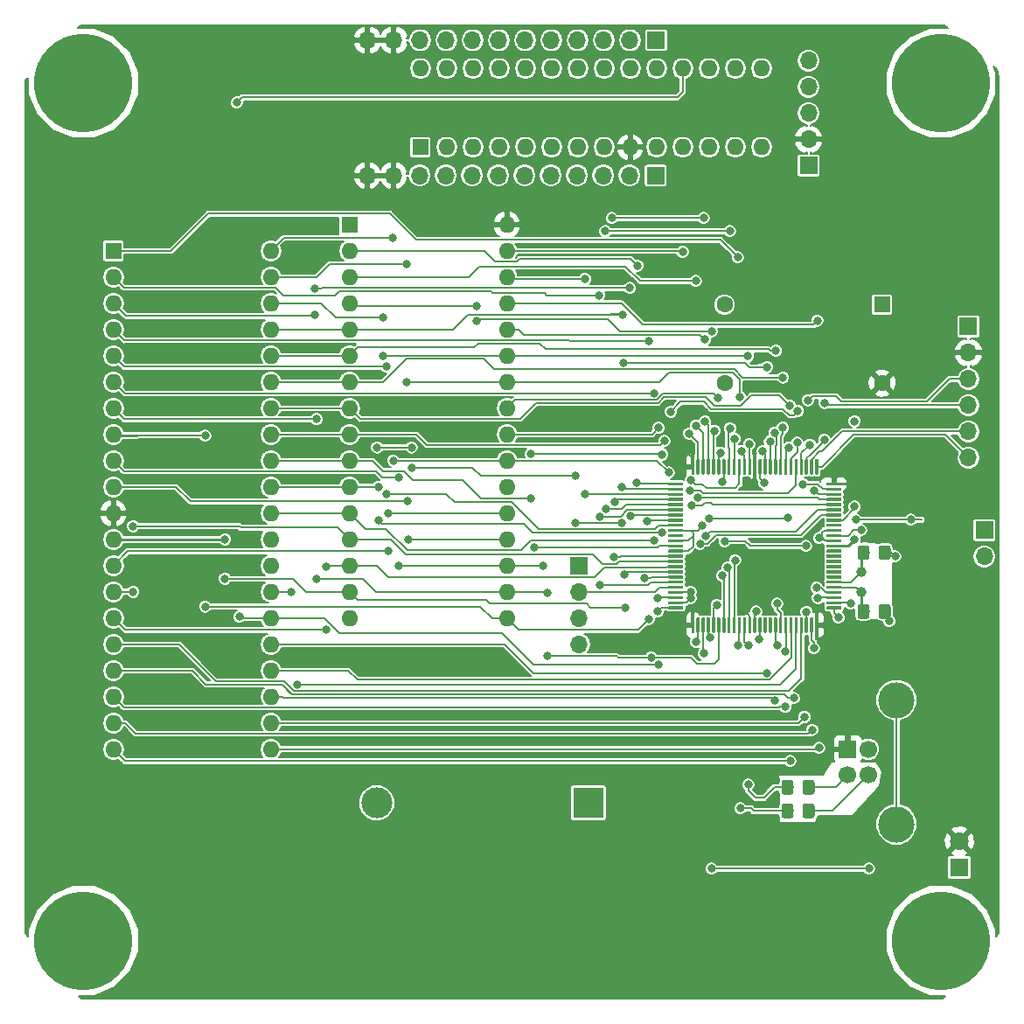
<source format=gbr>
G04 #@! TF.GenerationSoftware,KiCad,Pcbnew,(5.0.2)-1*
G04 #@! TF.CreationDate,2019-09-25T20:03:45-04:00*
G04 #@! TF.ProjectId,Z80_CPU,5a38305f-4350-4552-9e6b-696361645f70,1*
G04 #@! TF.SameCoordinates,Original*
G04 #@! TF.FileFunction,Copper,L1,Top*
G04 #@! TF.FilePolarity,Positive*
%FSLAX46Y46*%
G04 Gerber Fmt 4.6, Leading zero omitted, Abs format (unit mm)*
G04 Created by KiCad (PCBNEW (5.0.2)-1) date 9/25/2019 8:03:45 PM*
%MOMM*%
%LPD*%
G01*
G04 APERTURE LIST*
G04 #@! TA.AperFunction,ComponentPad*
%ADD10R,1.600000X1.600000*%
G04 #@! TD*
G04 #@! TA.AperFunction,ComponentPad*
%ADD11C,1.600000*%
G04 #@! TD*
G04 #@! TA.AperFunction,ComponentPad*
%ADD12C,3.000000*%
G04 #@! TD*
G04 #@! TA.AperFunction,ComponentPad*
%ADD13R,3.000000X3.000000*%
G04 #@! TD*
G04 #@! TA.AperFunction,Conductor*
%ADD14C,0.100000*%
G04 #@! TD*
G04 #@! TA.AperFunction,SMDPad,CuDef*
%ADD15C,1.150000*%
G04 #@! TD*
G04 #@! TA.AperFunction,ComponentPad*
%ADD16R,1.800000X1.800000*%
G04 #@! TD*
G04 #@! TA.AperFunction,ComponentPad*
%ADD17C,1.800000*%
G04 #@! TD*
G04 #@! TA.AperFunction,ComponentPad*
%ADD18R,1.700000X1.700000*%
G04 #@! TD*
G04 #@! TA.AperFunction,ComponentPad*
%ADD19O,1.700000X1.700000*%
G04 #@! TD*
G04 #@! TA.AperFunction,ComponentPad*
%ADD20C,1.700000*%
G04 #@! TD*
G04 #@! TA.AperFunction,ComponentPad*
%ADD21C,3.500000*%
G04 #@! TD*
G04 #@! TA.AperFunction,ComponentPad*
%ADD22O,1.600000X1.600000*%
G04 #@! TD*
G04 #@! TA.AperFunction,SMDPad,CuDef*
%ADD23C,0.300000*%
G04 #@! TD*
G04 #@! TA.AperFunction,ComponentPad*
%ADD24C,1.000000*%
G04 #@! TD*
G04 #@! TA.AperFunction,ComponentPad*
%ADD25C,9.525000*%
G04 #@! TD*
G04 #@! TA.AperFunction,ViaPad*
%ADD26C,0.800000*%
G04 #@! TD*
G04 #@! TA.AperFunction,Conductor*
%ADD27C,0.152400*%
G04 #@! TD*
G04 #@! TA.AperFunction,Conductor*
%ADD28C,0.250000*%
G04 #@! TD*
G04 #@! TA.AperFunction,Conductor*
%ADD29C,0.203200*%
G04 #@! TD*
G04 APERTURE END LIST*
D10*
G04 #@! TO.P,U3,1*
G04 #@! TO.N,N/C*
X83312000Y-27432000D03*
D11*
G04 #@! TO.P,U3,14*
G04 #@! TO.N,+5V*
X83312000Y-35052000D03*
G04 #@! TO.P,U3,8*
G04 #@! TO.N,Net-(U3-Pad8)*
X68072000Y-35052000D03*
G04 #@! TO.P,U3,7*
G04 #@! TO.N,GND*
X68072000Y-27432000D03*
G04 #@! TD*
D12*
G04 #@! TO.P,BT1,2*
G04 #@! TO.N,GND*
X34374000Y-75692000D03*
D13*
G04 #@! TO.P,BT1,1*
G04 #@! TO.N,Net-(BT1-Pad1)*
X54864000Y-75692000D03*
G04 #@! TD*
D14*
G04 #@! TO.N,Net-(C7-Pad2)*
G04 #@! TO.C,C7*
G36*
X81874505Y-50736204D02*
X81898773Y-50739804D01*
X81922572Y-50745765D01*
X81945671Y-50754030D01*
X81967850Y-50764520D01*
X81988893Y-50777132D01*
X82008599Y-50791747D01*
X82026777Y-50808223D01*
X82043253Y-50826401D01*
X82057868Y-50846107D01*
X82070480Y-50867150D01*
X82080970Y-50889329D01*
X82089235Y-50912428D01*
X82095196Y-50936227D01*
X82098796Y-50960495D01*
X82100000Y-50984999D01*
X82100000Y-51885001D01*
X82098796Y-51909505D01*
X82095196Y-51933773D01*
X82089235Y-51957572D01*
X82080970Y-51980671D01*
X82070480Y-52002850D01*
X82057868Y-52023893D01*
X82043253Y-52043599D01*
X82026777Y-52061777D01*
X82008599Y-52078253D01*
X81988893Y-52092868D01*
X81967850Y-52105480D01*
X81945671Y-52115970D01*
X81922572Y-52124235D01*
X81898773Y-52130196D01*
X81874505Y-52133796D01*
X81850001Y-52135000D01*
X81199999Y-52135000D01*
X81175495Y-52133796D01*
X81151227Y-52130196D01*
X81127428Y-52124235D01*
X81104329Y-52115970D01*
X81082150Y-52105480D01*
X81061107Y-52092868D01*
X81041401Y-52078253D01*
X81023223Y-52061777D01*
X81006747Y-52043599D01*
X80992132Y-52023893D01*
X80979520Y-52002850D01*
X80969030Y-51980671D01*
X80960765Y-51957572D01*
X80954804Y-51933773D01*
X80951204Y-51909505D01*
X80950000Y-51885001D01*
X80950000Y-50984999D01*
X80951204Y-50960495D01*
X80954804Y-50936227D01*
X80960765Y-50912428D01*
X80969030Y-50889329D01*
X80979520Y-50867150D01*
X80992132Y-50846107D01*
X81006747Y-50826401D01*
X81023223Y-50808223D01*
X81041401Y-50791747D01*
X81061107Y-50777132D01*
X81082150Y-50764520D01*
X81104329Y-50754030D01*
X81127428Y-50745765D01*
X81151227Y-50739804D01*
X81175495Y-50736204D01*
X81199999Y-50735000D01*
X81850001Y-50735000D01*
X81874505Y-50736204D01*
X81874505Y-50736204D01*
G37*
D15*
G04 #@! TD*
G04 #@! TO.P,C7,2*
G04 #@! TO.N,Net-(C7-Pad2)*
X81525000Y-51435000D03*
D14*
G04 #@! TO.N,GND*
G04 #@! TO.C,C7*
G36*
X83924505Y-50736204D02*
X83948773Y-50739804D01*
X83972572Y-50745765D01*
X83995671Y-50754030D01*
X84017850Y-50764520D01*
X84038893Y-50777132D01*
X84058599Y-50791747D01*
X84076777Y-50808223D01*
X84093253Y-50826401D01*
X84107868Y-50846107D01*
X84120480Y-50867150D01*
X84130970Y-50889329D01*
X84139235Y-50912428D01*
X84145196Y-50936227D01*
X84148796Y-50960495D01*
X84150000Y-50984999D01*
X84150000Y-51885001D01*
X84148796Y-51909505D01*
X84145196Y-51933773D01*
X84139235Y-51957572D01*
X84130970Y-51980671D01*
X84120480Y-52002850D01*
X84107868Y-52023893D01*
X84093253Y-52043599D01*
X84076777Y-52061777D01*
X84058599Y-52078253D01*
X84038893Y-52092868D01*
X84017850Y-52105480D01*
X83995671Y-52115970D01*
X83972572Y-52124235D01*
X83948773Y-52130196D01*
X83924505Y-52133796D01*
X83900001Y-52135000D01*
X83249999Y-52135000D01*
X83225495Y-52133796D01*
X83201227Y-52130196D01*
X83177428Y-52124235D01*
X83154329Y-52115970D01*
X83132150Y-52105480D01*
X83111107Y-52092868D01*
X83091401Y-52078253D01*
X83073223Y-52061777D01*
X83056747Y-52043599D01*
X83042132Y-52023893D01*
X83029520Y-52002850D01*
X83019030Y-51980671D01*
X83010765Y-51957572D01*
X83004804Y-51933773D01*
X83001204Y-51909505D01*
X83000000Y-51885001D01*
X83000000Y-50984999D01*
X83001204Y-50960495D01*
X83004804Y-50936227D01*
X83010765Y-50912428D01*
X83019030Y-50889329D01*
X83029520Y-50867150D01*
X83042132Y-50846107D01*
X83056747Y-50826401D01*
X83073223Y-50808223D01*
X83091401Y-50791747D01*
X83111107Y-50777132D01*
X83132150Y-50764520D01*
X83154329Y-50754030D01*
X83177428Y-50745765D01*
X83201227Y-50739804D01*
X83225495Y-50736204D01*
X83249999Y-50735000D01*
X83900001Y-50735000D01*
X83924505Y-50736204D01*
X83924505Y-50736204D01*
G37*
D15*
G04 #@! TD*
G04 #@! TO.P,C7,1*
G04 #@! TO.N,GND*
X83575000Y-51435000D03*
D14*
G04 #@! TO.N,GND*
G04 #@! TO.C,C8*
G36*
X83924505Y-56451204D02*
X83948773Y-56454804D01*
X83972572Y-56460765D01*
X83995671Y-56469030D01*
X84017850Y-56479520D01*
X84038893Y-56492132D01*
X84058599Y-56506747D01*
X84076777Y-56523223D01*
X84093253Y-56541401D01*
X84107868Y-56561107D01*
X84120480Y-56582150D01*
X84130970Y-56604329D01*
X84139235Y-56627428D01*
X84145196Y-56651227D01*
X84148796Y-56675495D01*
X84150000Y-56699999D01*
X84150000Y-57600001D01*
X84148796Y-57624505D01*
X84145196Y-57648773D01*
X84139235Y-57672572D01*
X84130970Y-57695671D01*
X84120480Y-57717850D01*
X84107868Y-57738893D01*
X84093253Y-57758599D01*
X84076777Y-57776777D01*
X84058599Y-57793253D01*
X84038893Y-57807868D01*
X84017850Y-57820480D01*
X83995671Y-57830970D01*
X83972572Y-57839235D01*
X83948773Y-57845196D01*
X83924505Y-57848796D01*
X83900001Y-57850000D01*
X83249999Y-57850000D01*
X83225495Y-57848796D01*
X83201227Y-57845196D01*
X83177428Y-57839235D01*
X83154329Y-57830970D01*
X83132150Y-57820480D01*
X83111107Y-57807868D01*
X83091401Y-57793253D01*
X83073223Y-57776777D01*
X83056747Y-57758599D01*
X83042132Y-57738893D01*
X83029520Y-57717850D01*
X83019030Y-57695671D01*
X83010765Y-57672572D01*
X83004804Y-57648773D01*
X83001204Y-57624505D01*
X83000000Y-57600001D01*
X83000000Y-56699999D01*
X83001204Y-56675495D01*
X83004804Y-56651227D01*
X83010765Y-56627428D01*
X83019030Y-56604329D01*
X83029520Y-56582150D01*
X83042132Y-56561107D01*
X83056747Y-56541401D01*
X83073223Y-56523223D01*
X83091401Y-56506747D01*
X83111107Y-56492132D01*
X83132150Y-56479520D01*
X83154329Y-56469030D01*
X83177428Y-56460765D01*
X83201227Y-56454804D01*
X83225495Y-56451204D01*
X83249999Y-56450000D01*
X83900001Y-56450000D01*
X83924505Y-56451204D01*
X83924505Y-56451204D01*
G37*
D15*
G04 #@! TD*
G04 #@! TO.P,C8,1*
G04 #@! TO.N,GND*
X83575000Y-57150000D03*
D14*
G04 #@! TO.N,Net-(C8-Pad2)*
G04 #@! TO.C,C8*
G36*
X81874505Y-56451204D02*
X81898773Y-56454804D01*
X81922572Y-56460765D01*
X81945671Y-56469030D01*
X81967850Y-56479520D01*
X81988893Y-56492132D01*
X82008599Y-56506747D01*
X82026777Y-56523223D01*
X82043253Y-56541401D01*
X82057868Y-56561107D01*
X82070480Y-56582150D01*
X82080970Y-56604329D01*
X82089235Y-56627428D01*
X82095196Y-56651227D01*
X82098796Y-56675495D01*
X82100000Y-56699999D01*
X82100000Y-57600001D01*
X82098796Y-57624505D01*
X82095196Y-57648773D01*
X82089235Y-57672572D01*
X82080970Y-57695671D01*
X82070480Y-57717850D01*
X82057868Y-57738893D01*
X82043253Y-57758599D01*
X82026777Y-57776777D01*
X82008599Y-57793253D01*
X81988893Y-57807868D01*
X81967850Y-57820480D01*
X81945671Y-57830970D01*
X81922572Y-57839235D01*
X81898773Y-57845196D01*
X81874505Y-57848796D01*
X81850001Y-57850000D01*
X81199999Y-57850000D01*
X81175495Y-57848796D01*
X81151227Y-57845196D01*
X81127428Y-57839235D01*
X81104329Y-57830970D01*
X81082150Y-57820480D01*
X81061107Y-57807868D01*
X81041401Y-57793253D01*
X81023223Y-57776777D01*
X81006747Y-57758599D01*
X80992132Y-57738893D01*
X80979520Y-57717850D01*
X80969030Y-57695671D01*
X80960765Y-57672572D01*
X80954804Y-57648773D01*
X80951204Y-57624505D01*
X80950000Y-57600001D01*
X80950000Y-56699999D01*
X80951204Y-56675495D01*
X80954804Y-56651227D01*
X80960765Y-56627428D01*
X80969030Y-56604329D01*
X80979520Y-56582150D01*
X80992132Y-56561107D01*
X81006747Y-56541401D01*
X81023223Y-56523223D01*
X81041401Y-56506747D01*
X81061107Y-56492132D01*
X81082150Y-56479520D01*
X81104329Y-56469030D01*
X81127428Y-56460765D01*
X81151227Y-56454804D01*
X81175495Y-56451204D01*
X81199999Y-56450000D01*
X81850001Y-56450000D01*
X81874505Y-56451204D01*
X81874505Y-56451204D01*
G37*
D15*
G04 #@! TD*
G04 #@! TO.P,C8,2*
G04 #@! TO.N,Net-(C8-Pad2)*
X81525000Y-57150000D03*
D16*
G04 #@! TO.P,D1,1*
G04 #@! TO.N,Net-(D1-Pad1)*
X90805000Y-81915000D03*
D17*
G04 #@! TO.P,D1,2*
G04 #@! TO.N,+5V*
X90805000Y-79375000D03*
G04 #@! TD*
D18*
G04 #@! TO.P,H2,1*
G04 #@! TO.N,/SWD*
X53975000Y-52705000D03*
D19*
G04 #@! TO.P,H2,2*
G04 #@! TO.N,/SWC*
X53975000Y-55245000D03*
G04 #@! TO.P,H2,3*
G04 #@! TO.N,Net-(C1-Pad1)*
X53975000Y-57785000D03*
G04 #@! TO.P,H2,4*
G04 #@! TO.N,GND*
X53975000Y-60325000D03*
G04 #@! TD*
D18*
G04 #@! TO.P,J1,1*
G04 #@! TO.N,+5V*
X80000000Y-70485000D03*
D20*
G04 #@! TO.P,J1,2*
G04 #@! TO.N,/USB-DM*
X80000000Y-72985000D03*
G04 #@! TO.P,J1,3*
G04 #@! TO.N,/USB-DP*
X82000000Y-72985000D03*
G04 #@! TO.P,J1,4*
G04 #@! TO.N,GND*
X82000000Y-70485000D03*
D21*
G04 #@! TO.P,J1,5*
G04 #@! TO.N,Net-(J1-Pad5)*
X84710000Y-65715000D03*
X84710000Y-77755000D03*
G04 #@! TD*
D14*
G04 #@! TO.N,Net-(R5-Pad2)*
G04 #@! TO.C,R5*
G36*
X74508505Y-73469204D02*
X74532773Y-73472804D01*
X74556572Y-73478765D01*
X74579671Y-73487030D01*
X74601850Y-73497520D01*
X74622893Y-73510132D01*
X74642599Y-73524747D01*
X74660777Y-73541223D01*
X74677253Y-73559401D01*
X74691868Y-73579107D01*
X74704480Y-73600150D01*
X74714970Y-73622329D01*
X74723235Y-73645428D01*
X74729196Y-73669227D01*
X74732796Y-73693495D01*
X74734000Y-73717999D01*
X74734000Y-74618001D01*
X74732796Y-74642505D01*
X74729196Y-74666773D01*
X74723235Y-74690572D01*
X74714970Y-74713671D01*
X74704480Y-74735850D01*
X74691868Y-74756893D01*
X74677253Y-74776599D01*
X74660777Y-74794777D01*
X74642599Y-74811253D01*
X74622893Y-74825868D01*
X74601850Y-74838480D01*
X74579671Y-74848970D01*
X74556572Y-74857235D01*
X74532773Y-74863196D01*
X74508505Y-74866796D01*
X74484001Y-74868000D01*
X73833999Y-74868000D01*
X73809495Y-74866796D01*
X73785227Y-74863196D01*
X73761428Y-74857235D01*
X73738329Y-74848970D01*
X73716150Y-74838480D01*
X73695107Y-74825868D01*
X73675401Y-74811253D01*
X73657223Y-74794777D01*
X73640747Y-74776599D01*
X73626132Y-74756893D01*
X73613520Y-74735850D01*
X73603030Y-74713671D01*
X73594765Y-74690572D01*
X73588804Y-74666773D01*
X73585204Y-74642505D01*
X73584000Y-74618001D01*
X73584000Y-73717999D01*
X73585204Y-73693495D01*
X73588804Y-73669227D01*
X73594765Y-73645428D01*
X73603030Y-73622329D01*
X73613520Y-73600150D01*
X73626132Y-73579107D01*
X73640747Y-73559401D01*
X73657223Y-73541223D01*
X73675401Y-73524747D01*
X73695107Y-73510132D01*
X73716150Y-73497520D01*
X73738329Y-73487030D01*
X73761428Y-73478765D01*
X73785227Y-73472804D01*
X73809495Y-73469204D01*
X73833999Y-73468000D01*
X74484001Y-73468000D01*
X74508505Y-73469204D01*
X74508505Y-73469204D01*
G37*
D15*
G04 #@! TD*
G04 #@! TO.P,R5,2*
G04 #@! TO.N,Net-(R5-Pad2)*
X74159000Y-74168000D03*
D14*
G04 #@! TO.N,/USB-DM*
G04 #@! TO.C,R5*
G36*
X76558505Y-73469204D02*
X76582773Y-73472804D01*
X76606572Y-73478765D01*
X76629671Y-73487030D01*
X76651850Y-73497520D01*
X76672893Y-73510132D01*
X76692599Y-73524747D01*
X76710777Y-73541223D01*
X76727253Y-73559401D01*
X76741868Y-73579107D01*
X76754480Y-73600150D01*
X76764970Y-73622329D01*
X76773235Y-73645428D01*
X76779196Y-73669227D01*
X76782796Y-73693495D01*
X76784000Y-73717999D01*
X76784000Y-74618001D01*
X76782796Y-74642505D01*
X76779196Y-74666773D01*
X76773235Y-74690572D01*
X76764970Y-74713671D01*
X76754480Y-74735850D01*
X76741868Y-74756893D01*
X76727253Y-74776599D01*
X76710777Y-74794777D01*
X76692599Y-74811253D01*
X76672893Y-74825868D01*
X76651850Y-74838480D01*
X76629671Y-74848970D01*
X76606572Y-74857235D01*
X76582773Y-74863196D01*
X76558505Y-74866796D01*
X76534001Y-74868000D01*
X75883999Y-74868000D01*
X75859495Y-74866796D01*
X75835227Y-74863196D01*
X75811428Y-74857235D01*
X75788329Y-74848970D01*
X75766150Y-74838480D01*
X75745107Y-74825868D01*
X75725401Y-74811253D01*
X75707223Y-74794777D01*
X75690747Y-74776599D01*
X75676132Y-74756893D01*
X75663520Y-74735850D01*
X75653030Y-74713671D01*
X75644765Y-74690572D01*
X75638804Y-74666773D01*
X75635204Y-74642505D01*
X75634000Y-74618001D01*
X75634000Y-73717999D01*
X75635204Y-73693495D01*
X75638804Y-73669227D01*
X75644765Y-73645428D01*
X75653030Y-73622329D01*
X75663520Y-73600150D01*
X75676132Y-73579107D01*
X75690747Y-73559401D01*
X75707223Y-73541223D01*
X75725401Y-73524747D01*
X75745107Y-73510132D01*
X75766150Y-73497520D01*
X75788329Y-73487030D01*
X75811428Y-73478765D01*
X75835227Y-73472804D01*
X75859495Y-73469204D01*
X75883999Y-73468000D01*
X76534001Y-73468000D01*
X76558505Y-73469204D01*
X76558505Y-73469204D01*
G37*
D15*
G04 #@! TD*
G04 #@! TO.P,R5,1*
G04 #@! TO.N,/USB-DM*
X76209000Y-74168000D03*
D14*
G04 #@! TO.N,/USB-DP*
G04 #@! TO.C,R6*
G36*
X76558505Y-75755204D02*
X76582773Y-75758804D01*
X76606572Y-75764765D01*
X76629671Y-75773030D01*
X76651850Y-75783520D01*
X76672893Y-75796132D01*
X76692599Y-75810747D01*
X76710777Y-75827223D01*
X76727253Y-75845401D01*
X76741868Y-75865107D01*
X76754480Y-75886150D01*
X76764970Y-75908329D01*
X76773235Y-75931428D01*
X76779196Y-75955227D01*
X76782796Y-75979495D01*
X76784000Y-76003999D01*
X76784000Y-76904001D01*
X76782796Y-76928505D01*
X76779196Y-76952773D01*
X76773235Y-76976572D01*
X76764970Y-76999671D01*
X76754480Y-77021850D01*
X76741868Y-77042893D01*
X76727253Y-77062599D01*
X76710777Y-77080777D01*
X76692599Y-77097253D01*
X76672893Y-77111868D01*
X76651850Y-77124480D01*
X76629671Y-77134970D01*
X76606572Y-77143235D01*
X76582773Y-77149196D01*
X76558505Y-77152796D01*
X76534001Y-77154000D01*
X75883999Y-77154000D01*
X75859495Y-77152796D01*
X75835227Y-77149196D01*
X75811428Y-77143235D01*
X75788329Y-77134970D01*
X75766150Y-77124480D01*
X75745107Y-77111868D01*
X75725401Y-77097253D01*
X75707223Y-77080777D01*
X75690747Y-77062599D01*
X75676132Y-77042893D01*
X75663520Y-77021850D01*
X75653030Y-76999671D01*
X75644765Y-76976572D01*
X75638804Y-76952773D01*
X75635204Y-76928505D01*
X75634000Y-76904001D01*
X75634000Y-76003999D01*
X75635204Y-75979495D01*
X75638804Y-75955227D01*
X75644765Y-75931428D01*
X75653030Y-75908329D01*
X75663520Y-75886150D01*
X75676132Y-75865107D01*
X75690747Y-75845401D01*
X75707223Y-75827223D01*
X75725401Y-75810747D01*
X75745107Y-75796132D01*
X75766150Y-75783520D01*
X75788329Y-75773030D01*
X75811428Y-75764765D01*
X75835227Y-75758804D01*
X75859495Y-75755204D01*
X75883999Y-75754000D01*
X76534001Y-75754000D01*
X76558505Y-75755204D01*
X76558505Y-75755204D01*
G37*
D15*
G04 #@! TD*
G04 #@! TO.P,R6,1*
G04 #@! TO.N,/USB-DP*
X76209000Y-76454000D03*
D14*
G04 #@! TO.N,Net-(R6-Pad2)*
G04 #@! TO.C,R6*
G36*
X74508505Y-75755204D02*
X74532773Y-75758804D01*
X74556572Y-75764765D01*
X74579671Y-75773030D01*
X74601850Y-75783520D01*
X74622893Y-75796132D01*
X74642599Y-75810747D01*
X74660777Y-75827223D01*
X74677253Y-75845401D01*
X74691868Y-75865107D01*
X74704480Y-75886150D01*
X74714970Y-75908329D01*
X74723235Y-75931428D01*
X74729196Y-75955227D01*
X74732796Y-75979495D01*
X74734000Y-76003999D01*
X74734000Y-76904001D01*
X74732796Y-76928505D01*
X74729196Y-76952773D01*
X74723235Y-76976572D01*
X74714970Y-76999671D01*
X74704480Y-77021850D01*
X74691868Y-77042893D01*
X74677253Y-77062599D01*
X74660777Y-77080777D01*
X74642599Y-77097253D01*
X74622893Y-77111868D01*
X74601850Y-77124480D01*
X74579671Y-77134970D01*
X74556572Y-77143235D01*
X74532773Y-77149196D01*
X74508505Y-77152796D01*
X74484001Y-77154000D01*
X73833999Y-77154000D01*
X73809495Y-77152796D01*
X73785227Y-77149196D01*
X73761428Y-77143235D01*
X73738329Y-77134970D01*
X73716150Y-77124480D01*
X73695107Y-77111868D01*
X73675401Y-77097253D01*
X73657223Y-77080777D01*
X73640747Y-77062599D01*
X73626132Y-77042893D01*
X73613520Y-77021850D01*
X73603030Y-76999671D01*
X73594765Y-76976572D01*
X73588804Y-76952773D01*
X73585204Y-76928505D01*
X73584000Y-76904001D01*
X73584000Y-76003999D01*
X73585204Y-75979495D01*
X73588804Y-75955227D01*
X73594765Y-75931428D01*
X73603030Y-75908329D01*
X73613520Y-75886150D01*
X73626132Y-75865107D01*
X73640747Y-75845401D01*
X73657223Y-75827223D01*
X73675401Y-75810747D01*
X73695107Y-75796132D01*
X73716150Y-75783520D01*
X73738329Y-75773030D01*
X73761428Y-75764765D01*
X73785227Y-75758804D01*
X73809495Y-75755204D01*
X73833999Y-75754000D01*
X74484001Y-75754000D01*
X74508505Y-75755204D01*
X74508505Y-75755204D01*
G37*
D15*
G04 #@! TD*
G04 #@! TO.P,R6,2*
G04 #@! TO.N,Net-(R6-Pad2)*
X74159000Y-76454000D03*
D10*
G04 #@! TO.P,U1,1*
G04 #@! TO.N,/CPUA11*
X8890000Y-22225000D03*
D22*
G04 #@! TO.P,U1,21*
G04 #@! TO.N,/~CPURD*
X24130000Y-70485000D03*
G04 #@! TO.P,U1,2*
G04 #@! TO.N,/CPUA12*
X8890000Y-24765000D03*
G04 #@! TO.P,U1,22*
G04 #@! TO.N,/~CPUWR*
X24130000Y-67945000D03*
G04 #@! TO.P,U1,3*
G04 #@! TO.N,/CPUA13*
X8890000Y-27305000D03*
G04 #@! TO.P,U1,23*
G04 #@! TO.N,/~BUSACK*
X24130000Y-65405000D03*
G04 #@! TO.P,U1,4*
G04 #@! TO.N,/CPUA14*
X8890000Y-29845000D03*
G04 #@! TO.P,U1,24*
G04 #@! TO.N,/~WAIT*
X24130000Y-62865000D03*
G04 #@! TO.P,U1,5*
G04 #@! TO.N,/CPUA15*
X8890000Y-32385000D03*
G04 #@! TO.P,U1,25*
G04 #@! TO.N,/~BUSRQ*
X24130000Y-60325000D03*
G04 #@! TO.P,U1,6*
G04 #@! TO.N,/CPUCLK*
X8890000Y-34925000D03*
G04 #@! TO.P,U1,26*
G04 #@! TO.N,/~CPURST*
X24130000Y-57785000D03*
G04 #@! TO.P,U1,7*
G04 #@! TO.N,/CPUD4*
X8890000Y-37465000D03*
G04 #@! TO.P,U1,27*
G04 #@! TO.N,/~M1*
X24130000Y-55245000D03*
G04 #@! TO.P,U1,8*
G04 #@! TO.N,/CPUD3*
X8890000Y-40005000D03*
G04 #@! TO.P,U1,28*
G04 #@! TO.N,N/C*
X24130000Y-52705000D03*
G04 #@! TO.P,U1,9*
G04 #@! TO.N,/CPUD5*
X8890000Y-42545000D03*
G04 #@! TO.P,U1,29*
G04 #@! TO.N,GND*
X24130000Y-50165000D03*
G04 #@! TO.P,U1,10*
G04 #@! TO.N,/CPUD6*
X8890000Y-45085000D03*
G04 #@! TO.P,U1,30*
G04 #@! TO.N,/CPUA0*
X24130000Y-47625000D03*
G04 #@! TO.P,U1,11*
G04 #@! TO.N,+5V*
X8890000Y-47625000D03*
G04 #@! TO.P,U1,31*
G04 #@! TO.N,/CPUA1*
X24130000Y-45085000D03*
G04 #@! TO.P,U1,12*
G04 #@! TO.N,/CPUD2*
X8890000Y-50165000D03*
G04 #@! TO.P,U1,32*
G04 #@! TO.N,/CPUA2*
X24130000Y-42545000D03*
G04 #@! TO.P,U1,13*
G04 #@! TO.N,/CPUD7*
X8890000Y-52705000D03*
G04 #@! TO.P,U1,33*
G04 #@! TO.N,/CPUA3*
X24130000Y-40005000D03*
G04 #@! TO.P,U1,14*
G04 #@! TO.N,/CPUD0*
X8890000Y-55245000D03*
G04 #@! TO.P,U1,34*
G04 #@! TO.N,/CPUA4*
X24130000Y-37465000D03*
G04 #@! TO.P,U1,15*
G04 #@! TO.N,/CPUD1*
X8890000Y-57785000D03*
G04 #@! TO.P,U1,35*
G04 #@! TO.N,/CPUA5*
X24130000Y-34925000D03*
G04 #@! TO.P,U1,16*
G04 #@! TO.N,/~INT*
X8890000Y-60325000D03*
G04 #@! TO.P,U1,36*
G04 #@! TO.N,/CPUA6*
X24130000Y-32385000D03*
G04 #@! TO.P,U1,17*
G04 #@! TO.N,/~NMI*
X8890000Y-62865000D03*
G04 #@! TO.P,U1,37*
G04 #@! TO.N,/CPUA7*
X24130000Y-29845000D03*
G04 #@! TO.P,U1,18*
G04 #@! TO.N,/~HALT*
X8890000Y-65405000D03*
G04 #@! TO.P,U1,38*
G04 #@! TO.N,/CPUA8*
X24130000Y-27305000D03*
G04 #@! TO.P,U1,19*
G04 #@! TO.N,/~MREQ*
X8890000Y-67945000D03*
G04 #@! TO.P,U1,39*
G04 #@! TO.N,/CPUA9*
X24130000Y-24765000D03*
G04 #@! TO.P,U1,20*
G04 #@! TO.N,/~IORQ*
X8890000Y-70485000D03*
G04 #@! TO.P,U1,40*
G04 #@! TO.N,/CPUA10*
X24130000Y-22225000D03*
G04 #@! TD*
D14*
G04 #@! TO.N,/SRAMA16*
G04 #@! TO.C,U4*
G36*
X64007351Y-44650361D02*
X64014632Y-44651441D01*
X64021771Y-44653229D01*
X64028701Y-44655709D01*
X64035355Y-44658856D01*
X64041668Y-44662640D01*
X64047579Y-44667024D01*
X64053033Y-44671967D01*
X64057976Y-44677421D01*
X64062360Y-44683332D01*
X64066144Y-44689645D01*
X64069291Y-44696299D01*
X64071771Y-44703229D01*
X64073559Y-44710368D01*
X64074639Y-44717649D01*
X64075000Y-44725000D01*
X64075000Y-44875000D01*
X64074639Y-44882351D01*
X64073559Y-44889632D01*
X64071771Y-44896771D01*
X64069291Y-44903701D01*
X64066144Y-44910355D01*
X64062360Y-44916668D01*
X64057976Y-44922579D01*
X64053033Y-44928033D01*
X64047579Y-44932976D01*
X64041668Y-44937360D01*
X64035355Y-44941144D01*
X64028701Y-44944291D01*
X64021771Y-44946771D01*
X64014632Y-44948559D01*
X64007351Y-44949639D01*
X64000000Y-44950000D01*
X62675000Y-44950000D01*
X62667649Y-44949639D01*
X62660368Y-44948559D01*
X62653229Y-44946771D01*
X62646299Y-44944291D01*
X62639645Y-44941144D01*
X62633332Y-44937360D01*
X62627421Y-44932976D01*
X62621967Y-44928033D01*
X62617024Y-44922579D01*
X62612640Y-44916668D01*
X62608856Y-44910355D01*
X62605709Y-44903701D01*
X62603229Y-44896771D01*
X62601441Y-44889632D01*
X62600361Y-44882351D01*
X62600000Y-44875000D01*
X62600000Y-44725000D01*
X62600361Y-44717649D01*
X62601441Y-44710368D01*
X62603229Y-44703229D01*
X62605709Y-44696299D01*
X62608856Y-44689645D01*
X62612640Y-44683332D01*
X62617024Y-44677421D01*
X62621967Y-44671967D01*
X62627421Y-44667024D01*
X62633332Y-44662640D01*
X62639645Y-44658856D01*
X62646299Y-44655709D01*
X62653229Y-44653229D01*
X62660368Y-44651441D01*
X62667649Y-44650361D01*
X62675000Y-44650000D01*
X64000000Y-44650000D01*
X64007351Y-44650361D01*
X64007351Y-44650361D01*
G37*
D23*
G04 #@! TD*
G04 #@! TO.P,U4,1*
G04 #@! TO.N,/SRAMA16*
X63337500Y-44800000D03*
D14*
G04 #@! TO.N,/SRAMA18*
G04 #@! TO.C,U4*
G36*
X64007351Y-45150361D02*
X64014632Y-45151441D01*
X64021771Y-45153229D01*
X64028701Y-45155709D01*
X64035355Y-45158856D01*
X64041668Y-45162640D01*
X64047579Y-45167024D01*
X64053033Y-45171967D01*
X64057976Y-45177421D01*
X64062360Y-45183332D01*
X64066144Y-45189645D01*
X64069291Y-45196299D01*
X64071771Y-45203229D01*
X64073559Y-45210368D01*
X64074639Y-45217649D01*
X64075000Y-45225000D01*
X64075000Y-45375000D01*
X64074639Y-45382351D01*
X64073559Y-45389632D01*
X64071771Y-45396771D01*
X64069291Y-45403701D01*
X64066144Y-45410355D01*
X64062360Y-45416668D01*
X64057976Y-45422579D01*
X64053033Y-45428033D01*
X64047579Y-45432976D01*
X64041668Y-45437360D01*
X64035355Y-45441144D01*
X64028701Y-45444291D01*
X64021771Y-45446771D01*
X64014632Y-45448559D01*
X64007351Y-45449639D01*
X64000000Y-45450000D01*
X62675000Y-45450000D01*
X62667649Y-45449639D01*
X62660368Y-45448559D01*
X62653229Y-45446771D01*
X62646299Y-45444291D01*
X62639645Y-45441144D01*
X62633332Y-45437360D01*
X62627421Y-45432976D01*
X62621967Y-45428033D01*
X62617024Y-45422579D01*
X62612640Y-45416668D01*
X62608856Y-45410355D01*
X62605709Y-45403701D01*
X62603229Y-45396771D01*
X62601441Y-45389632D01*
X62600361Y-45382351D01*
X62600000Y-45375000D01*
X62600000Y-45225000D01*
X62600361Y-45217649D01*
X62601441Y-45210368D01*
X62603229Y-45203229D01*
X62605709Y-45196299D01*
X62608856Y-45189645D01*
X62612640Y-45183332D01*
X62617024Y-45177421D01*
X62621967Y-45171967D01*
X62627421Y-45167024D01*
X62633332Y-45162640D01*
X62639645Y-45158856D01*
X62646299Y-45155709D01*
X62653229Y-45153229D01*
X62660368Y-45151441D01*
X62667649Y-45150361D01*
X62675000Y-45150000D01*
X64000000Y-45150000D01*
X64007351Y-45150361D01*
X64007351Y-45150361D01*
G37*
D23*
G04 #@! TD*
G04 #@! TO.P,U4,2*
G04 #@! TO.N,/SRAMA18*
X63337500Y-45300000D03*
D14*
G04 #@! TO.N,/SRAMA17*
G04 #@! TO.C,U4*
G36*
X64007351Y-45650361D02*
X64014632Y-45651441D01*
X64021771Y-45653229D01*
X64028701Y-45655709D01*
X64035355Y-45658856D01*
X64041668Y-45662640D01*
X64047579Y-45667024D01*
X64053033Y-45671967D01*
X64057976Y-45677421D01*
X64062360Y-45683332D01*
X64066144Y-45689645D01*
X64069291Y-45696299D01*
X64071771Y-45703229D01*
X64073559Y-45710368D01*
X64074639Y-45717649D01*
X64075000Y-45725000D01*
X64075000Y-45875000D01*
X64074639Y-45882351D01*
X64073559Y-45889632D01*
X64071771Y-45896771D01*
X64069291Y-45903701D01*
X64066144Y-45910355D01*
X64062360Y-45916668D01*
X64057976Y-45922579D01*
X64053033Y-45928033D01*
X64047579Y-45932976D01*
X64041668Y-45937360D01*
X64035355Y-45941144D01*
X64028701Y-45944291D01*
X64021771Y-45946771D01*
X64014632Y-45948559D01*
X64007351Y-45949639D01*
X64000000Y-45950000D01*
X62675000Y-45950000D01*
X62667649Y-45949639D01*
X62660368Y-45948559D01*
X62653229Y-45946771D01*
X62646299Y-45944291D01*
X62639645Y-45941144D01*
X62633332Y-45937360D01*
X62627421Y-45932976D01*
X62621967Y-45928033D01*
X62617024Y-45922579D01*
X62612640Y-45916668D01*
X62608856Y-45910355D01*
X62605709Y-45903701D01*
X62603229Y-45896771D01*
X62601441Y-45889632D01*
X62600361Y-45882351D01*
X62600000Y-45875000D01*
X62600000Y-45725000D01*
X62600361Y-45717649D01*
X62601441Y-45710368D01*
X62603229Y-45703229D01*
X62605709Y-45696299D01*
X62608856Y-45689645D01*
X62612640Y-45683332D01*
X62617024Y-45677421D01*
X62621967Y-45671967D01*
X62627421Y-45667024D01*
X62633332Y-45662640D01*
X62639645Y-45658856D01*
X62646299Y-45655709D01*
X62653229Y-45653229D01*
X62660368Y-45651441D01*
X62667649Y-45650361D01*
X62675000Y-45650000D01*
X64000000Y-45650000D01*
X64007351Y-45650361D01*
X64007351Y-45650361D01*
G37*
D23*
G04 #@! TD*
G04 #@! TO.P,U4,3*
G04 #@! TO.N,/SRAMA17*
X63337500Y-45800000D03*
D14*
G04 #@! TO.N,/SCL*
G04 #@! TO.C,U4*
G36*
X64007351Y-46150361D02*
X64014632Y-46151441D01*
X64021771Y-46153229D01*
X64028701Y-46155709D01*
X64035355Y-46158856D01*
X64041668Y-46162640D01*
X64047579Y-46167024D01*
X64053033Y-46171967D01*
X64057976Y-46177421D01*
X64062360Y-46183332D01*
X64066144Y-46189645D01*
X64069291Y-46196299D01*
X64071771Y-46203229D01*
X64073559Y-46210368D01*
X64074639Y-46217649D01*
X64075000Y-46225000D01*
X64075000Y-46375000D01*
X64074639Y-46382351D01*
X64073559Y-46389632D01*
X64071771Y-46396771D01*
X64069291Y-46403701D01*
X64066144Y-46410355D01*
X64062360Y-46416668D01*
X64057976Y-46422579D01*
X64053033Y-46428033D01*
X64047579Y-46432976D01*
X64041668Y-46437360D01*
X64035355Y-46441144D01*
X64028701Y-46444291D01*
X64021771Y-46446771D01*
X64014632Y-46448559D01*
X64007351Y-46449639D01*
X64000000Y-46450000D01*
X62675000Y-46450000D01*
X62667649Y-46449639D01*
X62660368Y-46448559D01*
X62653229Y-46446771D01*
X62646299Y-46444291D01*
X62639645Y-46441144D01*
X62633332Y-46437360D01*
X62627421Y-46432976D01*
X62621967Y-46428033D01*
X62617024Y-46422579D01*
X62612640Y-46416668D01*
X62608856Y-46410355D01*
X62605709Y-46403701D01*
X62603229Y-46396771D01*
X62601441Y-46389632D01*
X62600361Y-46382351D01*
X62600000Y-46375000D01*
X62600000Y-46225000D01*
X62600361Y-46217649D01*
X62601441Y-46210368D01*
X62603229Y-46203229D01*
X62605709Y-46196299D01*
X62608856Y-46189645D01*
X62612640Y-46183332D01*
X62617024Y-46177421D01*
X62621967Y-46171967D01*
X62627421Y-46167024D01*
X62633332Y-46162640D01*
X62639645Y-46158856D01*
X62646299Y-46155709D01*
X62653229Y-46153229D01*
X62660368Y-46151441D01*
X62667649Y-46150361D01*
X62675000Y-46150000D01*
X64000000Y-46150000D01*
X64007351Y-46150361D01*
X64007351Y-46150361D01*
G37*
D23*
G04 #@! TD*
G04 #@! TO.P,U4,4*
G04 #@! TO.N,/SCL*
X63337500Y-46300000D03*
D14*
G04 #@! TO.N,/SDA*
G04 #@! TO.C,U4*
G36*
X64007351Y-46650361D02*
X64014632Y-46651441D01*
X64021771Y-46653229D01*
X64028701Y-46655709D01*
X64035355Y-46658856D01*
X64041668Y-46662640D01*
X64047579Y-46667024D01*
X64053033Y-46671967D01*
X64057976Y-46677421D01*
X64062360Y-46683332D01*
X64066144Y-46689645D01*
X64069291Y-46696299D01*
X64071771Y-46703229D01*
X64073559Y-46710368D01*
X64074639Y-46717649D01*
X64075000Y-46725000D01*
X64075000Y-46875000D01*
X64074639Y-46882351D01*
X64073559Y-46889632D01*
X64071771Y-46896771D01*
X64069291Y-46903701D01*
X64066144Y-46910355D01*
X64062360Y-46916668D01*
X64057976Y-46922579D01*
X64053033Y-46928033D01*
X64047579Y-46932976D01*
X64041668Y-46937360D01*
X64035355Y-46941144D01*
X64028701Y-46944291D01*
X64021771Y-46946771D01*
X64014632Y-46948559D01*
X64007351Y-46949639D01*
X64000000Y-46950000D01*
X62675000Y-46950000D01*
X62667649Y-46949639D01*
X62660368Y-46948559D01*
X62653229Y-46946771D01*
X62646299Y-46944291D01*
X62639645Y-46941144D01*
X62633332Y-46937360D01*
X62627421Y-46932976D01*
X62621967Y-46928033D01*
X62617024Y-46922579D01*
X62612640Y-46916668D01*
X62608856Y-46910355D01*
X62605709Y-46903701D01*
X62603229Y-46896771D01*
X62601441Y-46889632D01*
X62600361Y-46882351D01*
X62600000Y-46875000D01*
X62600000Y-46725000D01*
X62600361Y-46717649D01*
X62601441Y-46710368D01*
X62603229Y-46703229D01*
X62605709Y-46696299D01*
X62608856Y-46689645D01*
X62612640Y-46683332D01*
X62617024Y-46677421D01*
X62621967Y-46671967D01*
X62627421Y-46667024D01*
X62633332Y-46662640D01*
X62639645Y-46658856D01*
X62646299Y-46655709D01*
X62653229Y-46653229D01*
X62660368Y-46651441D01*
X62667649Y-46650361D01*
X62675000Y-46650000D01*
X64000000Y-46650000D01*
X64007351Y-46650361D01*
X64007351Y-46650361D01*
G37*
D23*
G04 #@! TD*
G04 #@! TO.P,U4,5*
G04 #@! TO.N,/SDA*
X63337500Y-46800000D03*
D14*
G04 #@! TO.N,/CPUA12*
G04 #@! TO.C,U4*
G36*
X64007351Y-47150361D02*
X64014632Y-47151441D01*
X64021771Y-47153229D01*
X64028701Y-47155709D01*
X64035355Y-47158856D01*
X64041668Y-47162640D01*
X64047579Y-47167024D01*
X64053033Y-47171967D01*
X64057976Y-47177421D01*
X64062360Y-47183332D01*
X64066144Y-47189645D01*
X64069291Y-47196299D01*
X64071771Y-47203229D01*
X64073559Y-47210368D01*
X64074639Y-47217649D01*
X64075000Y-47225000D01*
X64075000Y-47375000D01*
X64074639Y-47382351D01*
X64073559Y-47389632D01*
X64071771Y-47396771D01*
X64069291Y-47403701D01*
X64066144Y-47410355D01*
X64062360Y-47416668D01*
X64057976Y-47422579D01*
X64053033Y-47428033D01*
X64047579Y-47432976D01*
X64041668Y-47437360D01*
X64035355Y-47441144D01*
X64028701Y-47444291D01*
X64021771Y-47446771D01*
X64014632Y-47448559D01*
X64007351Y-47449639D01*
X64000000Y-47450000D01*
X62675000Y-47450000D01*
X62667649Y-47449639D01*
X62660368Y-47448559D01*
X62653229Y-47446771D01*
X62646299Y-47444291D01*
X62639645Y-47441144D01*
X62633332Y-47437360D01*
X62627421Y-47432976D01*
X62621967Y-47428033D01*
X62617024Y-47422579D01*
X62612640Y-47416668D01*
X62608856Y-47410355D01*
X62605709Y-47403701D01*
X62603229Y-47396771D01*
X62601441Y-47389632D01*
X62600361Y-47382351D01*
X62600000Y-47375000D01*
X62600000Y-47225000D01*
X62600361Y-47217649D01*
X62601441Y-47210368D01*
X62603229Y-47203229D01*
X62605709Y-47196299D01*
X62608856Y-47189645D01*
X62612640Y-47183332D01*
X62617024Y-47177421D01*
X62621967Y-47171967D01*
X62627421Y-47167024D01*
X62633332Y-47162640D01*
X62639645Y-47158856D01*
X62646299Y-47155709D01*
X62653229Y-47153229D01*
X62660368Y-47151441D01*
X62667649Y-47150361D01*
X62675000Y-47150000D01*
X64000000Y-47150000D01*
X64007351Y-47150361D01*
X64007351Y-47150361D01*
G37*
D23*
G04 #@! TD*
G04 #@! TO.P,U4,6*
G04 #@! TO.N,/CPUA12*
X63337500Y-47300000D03*
D14*
G04 #@! TO.N,/CPUA13*
G04 #@! TO.C,U4*
G36*
X64007351Y-47650361D02*
X64014632Y-47651441D01*
X64021771Y-47653229D01*
X64028701Y-47655709D01*
X64035355Y-47658856D01*
X64041668Y-47662640D01*
X64047579Y-47667024D01*
X64053033Y-47671967D01*
X64057976Y-47677421D01*
X64062360Y-47683332D01*
X64066144Y-47689645D01*
X64069291Y-47696299D01*
X64071771Y-47703229D01*
X64073559Y-47710368D01*
X64074639Y-47717649D01*
X64075000Y-47725000D01*
X64075000Y-47875000D01*
X64074639Y-47882351D01*
X64073559Y-47889632D01*
X64071771Y-47896771D01*
X64069291Y-47903701D01*
X64066144Y-47910355D01*
X64062360Y-47916668D01*
X64057976Y-47922579D01*
X64053033Y-47928033D01*
X64047579Y-47932976D01*
X64041668Y-47937360D01*
X64035355Y-47941144D01*
X64028701Y-47944291D01*
X64021771Y-47946771D01*
X64014632Y-47948559D01*
X64007351Y-47949639D01*
X64000000Y-47950000D01*
X62675000Y-47950000D01*
X62667649Y-47949639D01*
X62660368Y-47948559D01*
X62653229Y-47946771D01*
X62646299Y-47944291D01*
X62639645Y-47941144D01*
X62633332Y-47937360D01*
X62627421Y-47932976D01*
X62621967Y-47928033D01*
X62617024Y-47922579D01*
X62612640Y-47916668D01*
X62608856Y-47910355D01*
X62605709Y-47903701D01*
X62603229Y-47896771D01*
X62601441Y-47889632D01*
X62600361Y-47882351D01*
X62600000Y-47875000D01*
X62600000Y-47725000D01*
X62600361Y-47717649D01*
X62601441Y-47710368D01*
X62603229Y-47703229D01*
X62605709Y-47696299D01*
X62608856Y-47689645D01*
X62612640Y-47683332D01*
X62617024Y-47677421D01*
X62621967Y-47671967D01*
X62627421Y-47667024D01*
X62633332Y-47662640D01*
X62639645Y-47658856D01*
X62646299Y-47655709D01*
X62653229Y-47653229D01*
X62660368Y-47651441D01*
X62667649Y-47650361D01*
X62675000Y-47650000D01*
X64000000Y-47650000D01*
X64007351Y-47650361D01*
X64007351Y-47650361D01*
G37*
D23*
G04 #@! TD*
G04 #@! TO.P,U4,7*
G04 #@! TO.N,/CPUA13*
X63337500Y-47800000D03*
D14*
G04 #@! TO.N,/CPUA14*
G04 #@! TO.C,U4*
G36*
X64007351Y-48150361D02*
X64014632Y-48151441D01*
X64021771Y-48153229D01*
X64028701Y-48155709D01*
X64035355Y-48158856D01*
X64041668Y-48162640D01*
X64047579Y-48167024D01*
X64053033Y-48171967D01*
X64057976Y-48177421D01*
X64062360Y-48183332D01*
X64066144Y-48189645D01*
X64069291Y-48196299D01*
X64071771Y-48203229D01*
X64073559Y-48210368D01*
X64074639Y-48217649D01*
X64075000Y-48225000D01*
X64075000Y-48375000D01*
X64074639Y-48382351D01*
X64073559Y-48389632D01*
X64071771Y-48396771D01*
X64069291Y-48403701D01*
X64066144Y-48410355D01*
X64062360Y-48416668D01*
X64057976Y-48422579D01*
X64053033Y-48428033D01*
X64047579Y-48432976D01*
X64041668Y-48437360D01*
X64035355Y-48441144D01*
X64028701Y-48444291D01*
X64021771Y-48446771D01*
X64014632Y-48448559D01*
X64007351Y-48449639D01*
X64000000Y-48450000D01*
X62675000Y-48450000D01*
X62667649Y-48449639D01*
X62660368Y-48448559D01*
X62653229Y-48446771D01*
X62646299Y-48444291D01*
X62639645Y-48441144D01*
X62633332Y-48437360D01*
X62627421Y-48432976D01*
X62621967Y-48428033D01*
X62617024Y-48422579D01*
X62612640Y-48416668D01*
X62608856Y-48410355D01*
X62605709Y-48403701D01*
X62603229Y-48396771D01*
X62601441Y-48389632D01*
X62600361Y-48382351D01*
X62600000Y-48375000D01*
X62600000Y-48225000D01*
X62600361Y-48217649D01*
X62601441Y-48210368D01*
X62603229Y-48203229D01*
X62605709Y-48196299D01*
X62608856Y-48189645D01*
X62612640Y-48183332D01*
X62617024Y-48177421D01*
X62621967Y-48171967D01*
X62627421Y-48167024D01*
X62633332Y-48162640D01*
X62639645Y-48158856D01*
X62646299Y-48155709D01*
X62653229Y-48153229D01*
X62660368Y-48151441D01*
X62667649Y-48150361D01*
X62675000Y-48150000D01*
X64000000Y-48150000D01*
X64007351Y-48150361D01*
X64007351Y-48150361D01*
G37*
D23*
G04 #@! TD*
G04 #@! TO.P,U4,8*
G04 #@! TO.N,/CPUA14*
X63337500Y-48300000D03*
D14*
G04 #@! TO.N,/CPUA15*
G04 #@! TO.C,U4*
G36*
X64007351Y-48650361D02*
X64014632Y-48651441D01*
X64021771Y-48653229D01*
X64028701Y-48655709D01*
X64035355Y-48658856D01*
X64041668Y-48662640D01*
X64047579Y-48667024D01*
X64053033Y-48671967D01*
X64057976Y-48677421D01*
X64062360Y-48683332D01*
X64066144Y-48689645D01*
X64069291Y-48696299D01*
X64071771Y-48703229D01*
X64073559Y-48710368D01*
X64074639Y-48717649D01*
X64075000Y-48725000D01*
X64075000Y-48875000D01*
X64074639Y-48882351D01*
X64073559Y-48889632D01*
X64071771Y-48896771D01*
X64069291Y-48903701D01*
X64066144Y-48910355D01*
X64062360Y-48916668D01*
X64057976Y-48922579D01*
X64053033Y-48928033D01*
X64047579Y-48932976D01*
X64041668Y-48937360D01*
X64035355Y-48941144D01*
X64028701Y-48944291D01*
X64021771Y-48946771D01*
X64014632Y-48948559D01*
X64007351Y-48949639D01*
X64000000Y-48950000D01*
X62675000Y-48950000D01*
X62667649Y-48949639D01*
X62660368Y-48948559D01*
X62653229Y-48946771D01*
X62646299Y-48944291D01*
X62639645Y-48941144D01*
X62633332Y-48937360D01*
X62627421Y-48932976D01*
X62621967Y-48928033D01*
X62617024Y-48922579D01*
X62612640Y-48916668D01*
X62608856Y-48910355D01*
X62605709Y-48903701D01*
X62603229Y-48896771D01*
X62601441Y-48889632D01*
X62600361Y-48882351D01*
X62600000Y-48875000D01*
X62600000Y-48725000D01*
X62600361Y-48717649D01*
X62601441Y-48710368D01*
X62603229Y-48703229D01*
X62605709Y-48696299D01*
X62608856Y-48689645D01*
X62612640Y-48683332D01*
X62617024Y-48677421D01*
X62621967Y-48671967D01*
X62627421Y-48667024D01*
X62633332Y-48662640D01*
X62639645Y-48658856D01*
X62646299Y-48655709D01*
X62653229Y-48653229D01*
X62660368Y-48651441D01*
X62667649Y-48650361D01*
X62675000Y-48650000D01*
X64000000Y-48650000D01*
X64007351Y-48650361D01*
X64007351Y-48650361D01*
G37*
D23*
G04 #@! TD*
G04 #@! TO.P,U4,9*
G04 #@! TO.N,/CPUA15*
X63337500Y-48800000D03*
D14*
G04 #@! TO.N,GND*
G04 #@! TO.C,U4*
G36*
X64007351Y-49150361D02*
X64014632Y-49151441D01*
X64021771Y-49153229D01*
X64028701Y-49155709D01*
X64035355Y-49158856D01*
X64041668Y-49162640D01*
X64047579Y-49167024D01*
X64053033Y-49171967D01*
X64057976Y-49177421D01*
X64062360Y-49183332D01*
X64066144Y-49189645D01*
X64069291Y-49196299D01*
X64071771Y-49203229D01*
X64073559Y-49210368D01*
X64074639Y-49217649D01*
X64075000Y-49225000D01*
X64075000Y-49375000D01*
X64074639Y-49382351D01*
X64073559Y-49389632D01*
X64071771Y-49396771D01*
X64069291Y-49403701D01*
X64066144Y-49410355D01*
X64062360Y-49416668D01*
X64057976Y-49422579D01*
X64053033Y-49428033D01*
X64047579Y-49432976D01*
X64041668Y-49437360D01*
X64035355Y-49441144D01*
X64028701Y-49444291D01*
X64021771Y-49446771D01*
X64014632Y-49448559D01*
X64007351Y-49449639D01*
X64000000Y-49450000D01*
X62675000Y-49450000D01*
X62667649Y-49449639D01*
X62660368Y-49448559D01*
X62653229Y-49446771D01*
X62646299Y-49444291D01*
X62639645Y-49441144D01*
X62633332Y-49437360D01*
X62627421Y-49432976D01*
X62621967Y-49428033D01*
X62617024Y-49422579D01*
X62612640Y-49416668D01*
X62608856Y-49410355D01*
X62605709Y-49403701D01*
X62603229Y-49396771D01*
X62601441Y-49389632D01*
X62600361Y-49382351D01*
X62600000Y-49375000D01*
X62600000Y-49225000D01*
X62600361Y-49217649D01*
X62601441Y-49210368D01*
X62603229Y-49203229D01*
X62605709Y-49196299D01*
X62608856Y-49189645D01*
X62612640Y-49183332D01*
X62617024Y-49177421D01*
X62621967Y-49171967D01*
X62627421Y-49167024D01*
X62633332Y-49162640D01*
X62639645Y-49158856D01*
X62646299Y-49155709D01*
X62653229Y-49153229D01*
X62660368Y-49151441D01*
X62667649Y-49150361D01*
X62675000Y-49150000D01*
X64000000Y-49150000D01*
X64007351Y-49150361D01*
X64007351Y-49150361D01*
G37*
D23*
G04 #@! TD*
G04 #@! TO.P,U4,10*
G04 #@! TO.N,GND*
X63337500Y-49300000D03*
D14*
G04 #@! TO.N,N/C*
G04 #@! TO.C,U4*
G36*
X64007351Y-49650361D02*
X64014632Y-49651441D01*
X64021771Y-49653229D01*
X64028701Y-49655709D01*
X64035355Y-49658856D01*
X64041668Y-49662640D01*
X64047579Y-49667024D01*
X64053033Y-49671967D01*
X64057976Y-49677421D01*
X64062360Y-49683332D01*
X64066144Y-49689645D01*
X64069291Y-49696299D01*
X64071771Y-49703229D01*
X64073559Y-49710368D01*
X64074639Y-49717649D01*
X64075000Y-49725000D01*
X64075000Y-49875000D01*
X64074639Y-49882351D01*
X64073559Y-49889632D01*
X64071771Y-49896771D01*
X64069291Y-49903701D01*
X64066144Y-49910355D01*
X64062360Y-49916668D01*
X64057976Y-49922579D01*
X64053033Y-49928033D01*
X64047579Y-49932976D01*
X64041668Y-49937360D01*
X64035355Y-49941144D01*
X64028701Y-49944291D01*
X64021771Y-49946771D01*
X64014632Y-49948559D01*
X64007351Y-49949639D01*
X64000000Y-49950000D01*
X62675000Y-49950000D01*
X62667649Y-49949639D01*
X62660368Y-49948559D01*
X62653229Y-49946771D01*
X62646299Y-49944291D01*
X62639645Y-49941144D01*
X62633332Y-49937360D01*
X62627421Y-49932976D01*
X62621967Y-49928033D01*
X62617024Y-49922579D01*
X62612640Y-49916668D01*
X62608856Y-49910355D01*
X62605709Y-49903701D01*
X62603229Y-49896771D01*
X62601441Y-49889632D01*
X62600361Y-49882351D01*
X62600000Y-49875000D01*
X62600000Y-49725000D01*
X62600361Y-49717649D01*
X62601441Y-49710368D01*
X62603229Y-49703229D01*
X62605709Y-49696299D01*
X62608856Y-49689645D01*
X62612640Y-49683332D01*
X62617024Y-49677421D01*
X62621967Y-49671967D01*
X62627421Y-49667024D01*
X62633332Y-49662640D01*
X62639645Y-49658856D01*
X62646299Y-49655709D01*
X62653229Y-49653229D01*
X62660368Y-49651441D01*
X62667649Y-49650361D01*
X62675000Y-49650000D01*
X64000000Y-49650000D01*
X64007351Y-49650361D01*
X64007351Y-49650361D01*
G37*
D23*
G04 #@! TD*
G04 #@! TO.P,U4,11*
G04 #@! TO.N,N/C*
X63337500Y-49800000D03*
D14*
G04 #@! TO.N,GND*
G04 #@! TO.C,U4*
G36*
X64007351Y-50150361D02*
X64014632Y-50151441D01*
X64021771Y-50153229D01*
X64028701Y-50155709D01*
X64035355Y-50158856D01*
X64041668Y-50162640D01*
X64047579Y-50167024D01*
X64053033Y-50171967D01*
X64057976Y-50177421D01*
X64062360Y-50183332D01*
X64066144Y-50189645D01*
X64069291Y-50196299D01*
X64071771Y-50203229D01*
X64073559Y-50210368D01*
X64074639Y-50217649D01*
X64075000Y-50225000D01*
X64075000Y-50375000D01*
X64074639Y-50382351D01*
X64073559Y-50389632D01*
X64071771Y-50396771D01*
X64069291Y-50403701D01*
X64066144Y-50410355D01*
X64062360Y-50416668D01*
X64057976Y-50422579D01*
X64053033Y-50428033D01*
X64047579Y-50432976D01*
X64041668Y-50437360D01*
X64035355Y-50441144D01*
X64028701Y-50444291D01*
X64021771Y-50446771D01*
X64014632Y-50448559D01*
X64007351Y-50449639D01*
X64000000Y-50450000D01*
X62675000Y-50450000D01*
X62667649Y-50449639D01*
X62660368Y-50448559D01*
X62653229Y-50446771D01*
X62646299Y-50444291D01*
X62639645Y-50441144D01*
X62633332Y-50437360D01*
X62627421Y-50432976D01*
X62621967Y-50428033D01*
X62617024Y-50422579D01*
X62612640Y-50416668D01*
X62608856Y-50410355D01*
X62605709Y-50403701D01*
X62603229Y-50396771D01*
X62601441Y-50389632D01*
X62600361Y-50382351D01*
X62600000Y-50375000D01*
X62600000Y-50225000D01*
X62600361Y-50217649D01*
X62601441Y-50210368D01*
X62603229Y-50203229D01*
X62605709Y-50196299D01*
X62608856Y-50189645D01*
X62612640Y-50183332D01*
X62617024Y-50177421D01*
X62621967Y-50171967D01*
X62627421Y-50167024D01*
X62633332Y-50162640D01*
X62639645Y-50158856D01*
X62646299Y-50155709D01*
X62653229Y-50153229D01*
X62660368Y-50151441D01*
X62667649Y-50150361D01*
X62675000Y-50150000D01*
X64000000Y-50150000D01*
X64007351Y-50150361D01*
X64007351Y-50150361D01*
G37*
D23*
G04 #@! TD*
G04 #@! TO.P,U4,12*
G04 #@! TO.N,GND*
X63337500Y-50300000D03*
D14*
G04 #@! TO.N,Net-(BT1-Pad1)*
G04 #@! TO.C,U4*
G36*
X64007351Y-50650361D02*
X64014632Y-50651441D01*
X64021771Y-50653229D01*
X64028701Y-50655709D01*
X64035355Y-50658856D01*
X64041668Y-50662640D01*
X64047579Y-50667024D01*
X64053033Y-50671967D01*
X64057976Y-50677421D01*
X64062360Y-50683332D01*
X64066144Y-50689645D01*
X64069291Y-50696299D01*
X64071771Y-50703229D01*
X64073559Y-50710368D01*
X64074639Y-50717649D01*
X64075000Y-50725000D01*
X64075000Y-50875000D01*
X64074639Y-50882351D01*
X64073559Y-50889632D01*
X64071771Y-50896771D01*
X64069291Y-50903701D01*
X64066144Y-50910355D01*
X64062360Y-50916668D01*
X64057976Y-50922579D01*
X64053033Y-50928033D01*
X64047579Y-50932976D01*
X64041668Y-50937360D01*
X64035355Y-50941144D01*
X64028701Y-50944291D01*
X64021771Y-50946771D01*
X64014632Y-50948559D01*
X64007351Y-50949639D01*
X64000000Y-50950000D01*
X62675000Y-50950000D01*
X62667649Y-50949639D01*
X62660368Y-50948559D01*
X62653229Y-50946771D01*
X62646299Y-50944291D01*
X62639645Y-50941144D01*
X62633332Y-50937360D01*
X62627421Y-50932976D01*
X62621967Y-50928033D01*
X62617024Y-50922579D01*
X62612640Y-50916668D01*
X62608856Y-50910355D01*
X62605709Y-50903701D01*
X62603229Y-50896771D01*
X62601441Y-50889632D01*
X62600361Y-50882351D01*
X62600000Y-50875000D01*
X62600000Y-50725000D01*
X62600361Y-50717649D01*
X62601441Y-50710368D01*
X62603229Y-50703229D01*
X62605709Y-50696299D01*
X62608856Y-50689645D01*
X62612640Y-50683332D01*
X62617024Y-50677421D01*
X62621967Y-50671967D01*
X62627421Y-50667024D01*
X62633332Y-50662640D01*
X62639645Y-50658856D01*
X62646299Y-50655709D01*
X62653229Y-50653229D01*
X62660368Y-50651441D01*
X62667649Y-50650361D01*
X62675000Y-50650000D01*
X64000000Y-50650000D01*
X64007351Y-50650361D01*
X64007351Y-50650361D01*
G37*
D23*
G04 #@! TD*
G04 #@! TO.P,U4,13*
G04 #@! TO.N,Net-(BT1-Pad1)*
X63337500Y-50800000D03*
D14*
G04 #@! TO.N,GND*
G04 #@! TO.C,U4*
G36*
X64007351Y-51150361D02*
X64014632Y-51151441D01*
X64021771Y-51153229D01*
X64028701Y-51155709D01*
X64035355Y-51158856D01*
X64041668Y-51162640D01*
X64047579Y-51167024D01*
X64053033Y-51171967D01*
X64057976Y-51177421D01*
X64062360Y-51183332D01*
X64066144Y-51189645D01*
X64069291Y-51196299D01*
X64071771Y-51203229D01*
X64073559Y-51210368D01*
X64074639Y-51217649D01*
X64075000Y-51225000D01*
X64075000Y-51375000D01*
X64074639Y-51382351D01*
X64073559Y-51389632D01*
X64071771Y-51396771D01*
X64069291Y-51403701D01*
X64066144Y-51410355D01*
X64062360Y-51416668D01*
X64057976Y-51422579D01*
X64053033Y-51428033D01*
X64047579Y-51432976D01*
X64041668Y-51437360D01*
X64035355Y-51441144D01*
X64028701Y-51444291D01*
X64021771Y-51446771D01*
X64014632Y-51448559D01*
X64007351Y-51449639D01*
X64000000Y-51450000D01*
X62675000Y-51450000D01*
X62667649Y-51449639D01*
X62660368Y-51448559D01*
X62653229Y-51446771D01*
X62646299Y-51444291D01*
X62639645Y-51441144D01*
X62633332Y-51437360D01*
X62627421Y-51432976D01*
X62621967Y-51428033D01*
X62617024Y-51422579D01*
X62612640Y-51416668D01*
X62608856Y-51410355D01*
X62605709Y-51403701D01*
X62603229Y-51396771D01*
X62601441Y-51389632D01*
X62600361Y-51382351D01*
X62600000Y-51375000D01*
X62600000Y-51225000D01*
X62600361Y-51217649D01*
X62601441Y-51210368D01*
X62603229Y-51203229D01*
X62605709Y-51196299D01*
X62608856Y-51189645D01*
X62612640Y-51183332D01*
X62617024Y-51177421D01*
X62621967Y-51171967D01*
X62627421Y-51167024D01*
X62633332Y-51162640D01*
X62639645Y-51158856D01*
X62646299Y-51155709D01*
X62653229Y-51153229D01*
X62660368Y-51151441D01*
X62667649Y-51150361D01*
X62675000Y-51150000D01*
X64000000Y-51150000D01*
X64007351Y-51150361D01*
X64007351Y-51150361D01*
G37*
D23*
G04 #@! TD*
G04 #@! TO.P,U4,14*
G04 #@! TO.N,GND*
X63337500Y-51300000D03*
D14*
G04 #@! TO.N,Net-(C1-Pad1)*
G04 #@! TO.C,U4*
G36*
X64007351Y-51650361D02*
X64014632Y-51651441D01*
X64021771Y-51653229D01*
X64028701Y-51655709D01*
X64035355Y-51658856D01*
X64041668Y-51662640D01*
X64047579Y-51667024D01*
X64053033Y-51671967D01*
X64057976Y-51677421D01*
X64062360Y-51683332D01*
X64066144Y-51689645D01*
X64069291Y-51696299D01*
X64071771Y-51703229D01*
X64073559Y-51710368D01*
X64074639Y-51717649D01*
X64075000Y-51725000D01*
X64075000Y-51875000D01*
X64074639Y-51882351D01*
X64073559Y-51889632D01*
X64071771Y-51896771D01*
X64069291Y-51903701D01*
X64066144Y-51910355D01*
X64062360Y-51916668D01*
X64057976Y-51922579D01*
X64053033Y-51928033D01*
X64047579Y-51932976D01*
X64041668Y-51937360D01*
X64035355Y-51941144D01*
X64028701Y-51944291D01*
X64021771Y-51946771D01*
X64014632Y-51948559D01*
X64007351Y-51949639D01*
X64000000Y-51950000D01*
X62675000Y-51950000D01*
X62667649Y-51949639D01*
X62660368Y-51948559D01*
X62653229Y-51946771D01*
X62646299Y-51944291D01*
X62639645Y-51941144D01*
X62633332Y-51937360D01*
X62627421Y-51932976D01*
X62621967Y-51928033D01*
X62617024Y-51922579D01*
X62612640Y-51916668D01*
X62608856Y-51910355D01*
X62605709Y-51903701D01*
X62603229Y-51896771D01*
X62601441Y-51889632D01*
X62600361Y-51882351D01*
X62600000Y-51875000D01*
X62600000Y-51725000D01*
X62600361Y-51717649D01*
X62601441Y-51710368D01*
X62603229Y-51703229D01*
X62605709Y-51696299D01*
X62608856Y-51689645D01*
X62612640Y-51683332D01*
X62617024Y-51677421D01*
X62621967Y-51671967D01*
X62627421Y-51667024D01*
X62633332Y-51662640D01*
X62639645Y-51658856D01*
X62646299Y-51655709D01*
X62653229Y-51653229D01*
X62660368Y-51651441D01*
X62667649Y-51650361D01*
X62675000Y-51650000D01*
X64000000Y-51650000D01*
X64007351Y-51650361D01*
X64007351Y-51650361D01*
G37*
D23*
G04 #@! TD*
G04 #@! TO.P,U4,15*
G04 #@! TO.N,Net-(C1-Pad1)*
X63337500Y-51800000D03*
D14*
G04 #@! TO.N,/CPUD0*
G04 #@! TO.C,U4*
G36*
X64007351Y-52150361D02*
X64014632Y-52151441D01*
X64021771Y-52153229D01*
X64028701Y-52155709D01*
X64035355Y-52158856D01*
X64041668Y-52162640D01*
X64047579Y-52167024D01*
X64053033Y-52171967D01*
X64057976Y-52177421D01*
X64062360Y-52183332D01*
X64066144Y-52189645D01*
X64069291Y-52196299D01*
X64071771Y-52203229D01*
X64073559Y-52210368D01*
X64074639Y-52217649D01*
X64075000Y-52225000D01*
X64075000Y-52375000D01*
X64074639Y-52382351D01*
X64073559Y-52389632D01*
X64071771Y-52396771D01*
X64069291Y-52403701D01*
X64066144Y-52410355D01*
X64062360Y-52416668D01*
X64057976Y-52422579D01*
X64053033Y-52428033D01*
X64047579Y-52432976D01*
X64041668Y-52437360D01*
X64035355Y-52441144D01*
X64028701Y-52444291D01*
X64021771Y-52446771D01*
X64014632Y-52448559D01*
X64007351Y-52449639D01*
X64000000Y-52450000D01*
X62675000Y-52450000D01*
X62667649Y-52449639D01*
X62660368Y-52448559D01*
X62653229Y-52446771D01*
X62646299Y-52444291D01*
X62639645Y-52441144D01*
X62633332Y-52437360D01*
X62627421Y-52432976D01*
X62621967Y-52428033D01*
X62617024Y-52422579D01*
X62612640Y-52416668D01*
X62608856Y-52410355D01*
X62605709Y-52403701D01*
X62603229Y-52396771D01*
X62601441Y-52389632D01*
X62600361Y-52382351D01*
X62600000Y-52375000D01*
X62600000Y-52225000D01*
X62600361Y-52217649D01*
X62601441Y-52210368D01*
X62603229Y-52203229D01*
X62605709Y-52196299D01*
X62608856Y-52189645D01*
X62612640Y-52183332D01*
X62617024Y-52177421D01*
X62621967Y-52171967D01*
X62627421Y-52167024D01*
X62633332Y-52162640D01*
X62639645Y-52158856D01*
X62646299Y-52155709D01*
X62653229Y-52153229D01*
X62660368Y-52151441D01*
X62667649Y-52150361D01*
X62675000Y-52150000D01*
X64000000Y-52150000D01*
X64007351Y-52150361D01*
X64007351Y-52150361D01*
G37*
D23*
G04 #@! TD*
G04 #@! TO.P,U4,16*
G04 #@! TO.N,/CPUD0*
X63337500Y-52300000D03*
D14*
G04 #@! TO.N,/CPUD1*
G04 #@! TO.C,U4*
G36*
X64007351Y-52650361D02*
X64014632Y-52651441D01*
X64021771Y-52653229D01*
X64028701Y-52655709D01*
X64035355Y-52658856D01*
X64041668Y-52662640D01*
X64047579Y-52667024D01*
X64053033Y-52671967D01*
X64057976Y-52677421D01*
X64062360Y-52683332D01*
X64066144Y-52689645D01*
X64069291Y-52696299D01*
X64071771Y-52703229D01*
X64073559Y-52710368D01*
X64074639Y-52717649D01*
X64075000Y-52725000D01*
X64075000Y-52875000D01*
X64074639Y-52882351D01*
X64073559Y-52889632D01*
X64071771Y-52896771D01*
X64069291Y-52903701D01*
X64066144Y-52910355D01*
X64062360Y-52916668D01*
X64057976Y-52922579D01*
X64053033Y-52928033D01*
X64047579Y-52932976D01*
X64041668Y-52937360D01*
X64035355Y-52941144D01*
X64028701Y-52944291D01*
X64021771Y-52946771D01*
X64014632Y-52948559D01*
X64007351Y-52949639D01*
X64000000Y-52950000D01*
X62675000Y-52950000D01*
X62667649Y-52949639D01*
X62660368Y-52948559D01*
X62653229Y-52946771D01*
X62646299Y-52944291D01*
X62639645Y-52941144D01*
X62633332Y-52937360D01*
X62627421Y-52932976D01*
X62621967Y-52928033D01*
X62617024Y-52922579D01*
X62612640Y-52916668D01*
X62608856Y-52910355D01*
X62605709Y-52903701D01*
X62603229Y-52896771D01*
X62601441Y-52889632D01*
X62600361Y-52882351D01*
X62600000Y-52875000D01*
X62600000Y-52725000D01*
X62600361Y-52717649D01*
X62601441Y-52710368D01*
X62603229Y-52703229D01*
X62605709Y-52696299D01*
X62608856Y-52689645D01*
X62612640Y-52683332D01*
X62617024Y-52677421D01*
X62621967Y-52671967D01*
X62627421Y-52667024D01*
X62633332Y-52662640D01*
X62639645Y-52658856D01*
X62646299Y-52655709D01*
X62653229Y-52653229D01*
X62660368Y-52651441D01*
X62667649Y-52650361D01*
X62675000Y-52650000D01*
X64000000Y-52650000D01*
X64007351Y-52650361D01*
X64007351Y-52650361D01*
G37*
D23*
G04 #@! TD*
G04 #@! TO.P,U4,17*
G04 #@! TO.N,/CPUD1*
X63337500Y-52800000D03*
D14*
G04 #@! TO.N,/CPUD2*
G04 #@! TO.C,U4*
G36*
X64007351Y-53150361D02*
X64014632Y-53151441D01*
X64021771Y-53153229D01*
X64028701Y-53155709D01*
X64035355Y-53158856D01*
X64041668Y-53162640D01*
X64047579Y-53167024D01*
X64053033Y-53171967D01*
X64057976Y-53177421D01*
X64062360Y-53183332D01*
X64066144Y-53189645D01*
X64069291Y-53196299D01*
X64071771Y-53203229D01*
X64073559Y-53210368D01*
X64074639Y-53217649D01*
X64075000Y-53225000D01*
X64075000Y-53375000D01*
X64074639Y-53382351D01*
X64073559Y-53389632D01*
X64071771Y-53396771D01*
X64069291Y-53403701D01*
X64066144Y-53410355D01*
X64062360Y-53416668D01*
X64057976Y-53422579D01*
X64053033Y-53428033D01*
X64047579Y-53432976D01*
X64041668Y-53437360D01*
X64035355Y-53441144D01*
X64028701Y-53444291D01*
X64021771Y-53446771D01*
X64014632Y-53448559D01*
X64007351Y-53449639D01*
X64000000Y-53450000D01*
X62675000Y-53450000D01*
X62667649Y-53449639D01*
X62660368Y-53448559D01*
X62653229Y-53446771D01*
X62646299Y-53444291D01*
X62639645Y-53441144D01*
X62633332Y-53437360D01*
X62627421Y-53432976D01*
X62621967Y-53428033D01*
X62617024Y-53422579D01*
X62612640Y-53416668D01*
X62608856Y-53410355D01*
X62605709Y-53403701D01*
X62603229Y-53396771D01*
X62601441Y-53389632D01*
X62600361Y-53382351D01*
X62600000Y-53375000D01*
X62600000Y-53225000D01*
X62600361Y-53217649D01*
X62601441Y-53210368D01*
X62603229Y-53203229D01*
X62605709Y-53196299D01*
X62608856Y-53189645D01*
X62612640Y-53183332D01*
X62617024Y-53177421D01*
X62621967Y-53171967D01*
X62627421Y-53167024D01*
X62633332Y-53162640D01*
X62639645Y-53158856D01*
X62646299Y-53155709D01*
X62653229Y-53153229D01*
X62660368Y-53151441D01*
X62667649Y-53150361D01*
X62675000Y-53150000D01*
X64000000Y-53150000D01*
X64007351Y-53150361D01*
X64007351Y-53150361D01*
G37*
D23*
G04 #@! TD*
G04 #@! TO.P,U4,18*
G04 #@! TO.N,/CPUD2*
X63337500Y-53300000D03*
D14*
G04 #@! TO.N,/CPUD3*
G04 #@! TO.C,U4*
G36*
X64007351Y-53650361D02*
X64014632Y-53651441D01*
X64021771Y-53653229D01*
X64028701Y-53655709D01*
X64035355Y-53658856D01*
X64041668Y-53662640D01*
X64047579Y-53667024D01*
X64053033Y-53671967D01*
X64057976Y-53677421D01*
X64062360Y-53683332D01*
X64066144Y-53689645D01*
X64069291Y-53696299D01*
X64071771Y-53703229D01*
X64073559Y-53710368D01*
X64074639Y-53717649D01*
X64075000Y-53725000D01*
X64075000Y-53875000D01*
X64074639Y-53882351D01*
X64073559Y-53889632D01*
X64071771Y-53896771D01*
X64069291Y-53903701D01*
X64066144Y-53910355D01*
X64062360Y-53916668D01*
X64057976Y-53922579D01*
X64053033Y-53928033D01*
X64047579Y-53932976D01*
X64041668Y-53937360D01*
X64035355Y-53941144D01*
X64028701Y-53944291D01*
X64021771Y-53946771D01*
X64014632Y-53948559D01*
X64007351Y-53949639D01*
X64000000Y-53950000D01*
X62675000Y-53950000D01*
X62667649Y-53949639D01*
X62660368Y-53948559D01*
X62653229Y-53946771D01*
X62646299Y-53944291D01*
X62639645Y-53941144D01*
X62633332Y-53937360D01*
X62627421Y-53932976D01*
X62621967Y-53928033D01*
X62617024Y-53922579D01*
X62612640Y-53916668D01*
X62608856Y-53910355D01*
X62605709Y-53903701D01*
X62603229Y-53896771D01*
X62601441Y-53889632D01*
X62600361Y-53882351D01*
X62600000Y-53875000D01*
X62600000Y-53725000D01*
X62600361Y-53717649D01*
X62601441Y-53710368D01*
X62603229Y-53703229D01*
X62605709Y-53696299D01*
X62608856Y-53689645D01*
X62612640Y-53683332D01*
X62617024Y-53677421D01*
X62621967Y-53671967D01*
X62627421Y-53667024D01*
X62633332Y-53662640D01*
X62639645Y-53658856D01*
X62646299Y-53655709D01*
X62653229Y-53653229D01*
X62660368Y-53651441D01*
X62667649Y-53650361D01*
X62675000Y-53650000D01*
X64000000Y-53650000D01*
X64007351Y-53650361D01*
X64007351Y-53650361D01*
G37*
D23*
G04 #@! TD*
G04 #@! TO.P,U4,19*
G04 #@! TO.N,/CPUD3*
X63337500Y-53800000D03*
D14*
G04 #@! TO.N,/SWD*
G04 #@! TO.C,U4*
G36*
X64007351Y-54150361D02*
X64014632Y-54151441D01*
X64021771Y-54153229D01*
X64028701Y-54155709D01*
X64035355Y-54158856D01*
X64041668Y-54162640D01*
X64047579Y-54167024D01*
X64053033Y-54171967D01*
X64057976Y-54177421D01*
X64062360Y-54183332D01*
X64066144Y-54189645D01*
X64069291Y-54196299D01*
X64071771Y-54203229D01*
X64073559Y-54210368D01*
X64074639Y-54217649D01*
X64075000Y-54225000D01*
X64075000Y-54375000D01*
X64074639Y-54382351D01*
X64073559Y-54389632D01*
X64071771Y-54396771D01*
X64069291Y-54403701D01*
X64066144Y-54410355D01*
X64062360Y-54416668D01*
X64057976Y-54422579D01*
X64053033Y-54428033D01*
X64047579Y-54432976D01*
X64041668Y-54437360D01*
X64035355Y-54441144D01*
X64028701Y-54444291D01*
X64021771Y-54446771D01*
X64014632Y-54448559D01*
X64007351Y-54449639D01*
X64000000Y-54450000D01*
X62675000Y-54450000D01*
X62667649Y-54449639D01*
X62660368Y-54448559D01*
X62653229Y-54446771D01*
X62646299Y-54444291D01*
X62639645Y-54441144D01*
X62633332Y-54437360D01*
X62627421Y-54432976D01*
X62621967Y-54428033D01*
X62617024Y-54422579D01*
X62612640Y-54416668D01*
X62608856Y-54410355D01*
X62605709Y-54403701D01*
X62603229Y-54396771D01*
X62601441Y-54389632D01*
X62600361Y-54382351D01*
X62600000Y-54375000D01*
X62600000Y-54225000D01*
X62600361Y-54217649D01*
X62601441Y-54210368D01*
X62603229Y-54203229D01*
X62605709Y-54196299D01*
X62608856Y-54189645D01*
X62612640Y-54183332D01*
X62617024Y-54177421D01*
X62621967Y-54171967D01*
X62627421Y-54167024D01*
X62633332Y-54162640D01*
X62639645Y-54158856D01*
X62646299Y-54155709D01*
X62653229Y-54153229D01*
X62660368Y-54151441D01*
X62667649Y-54150361D01*
X62675000Y-54150000D01*
X64000000Y-54150000D01*
X64007351Y-54150361D01*
X64007351Y-54150361D01*
G37*
D23*
G04 #@! TD*
G04 #@! TO.P,U4,20*
G04 #@! TO.N,/SWD*
X63337500Y-54300000D03*
D14*
G04 #@! TO.N,/SWC*
G04 #@! TO.C,U4*
G36*
X64007351Y-54650361D02*
X64014632Y-54651441D01*
X64021771Y-54653229D01*
X64028701Y-54655709D01*
X64035355Y-54658856D01*
X64041668Y-54662640D01*
X64047579Y-54667024D01*
X64053033Y-54671967D01*
X64057976Y-54677421D01*
X64062360Y-54683332D01*
X64066144Y-54689645D01*
X64069291Y-54696299D01*
X64071771Y-54703229D01*
X64073559Y-54710368D01*
X64074639Y-54717649D01*
X64075000Y-54725000D01*
X64075000Y-54875000D01*
X64074639Y-54882351D01*
X64073559Y-54889632D01*
X64071771Y-54896771D01*
X64069291Y-54903701D01*
X64066144Y-54910355D01*
X64062360Y-54916668D01*
X64057976Y-54922579D01*
X64053033Y-54928033D01*
X64047579Y-54932976D01*
X64041668Y-54937360D01*
X64035355Y-54941144D01*
X64028701Y-54944291D01*
X64021771Y-54946771D01*
X64014632Y-54948559D01*
X64007351Y-54949639D01*
X64000000Y-54950000D01*
X62675000Y-54950000D01*
X62667649Y-54949639D01*
X62660368Y-54948559D01*
X62653229Y-54946771D01*
X62646299Y-54944291D01*
X62639645Y-54941144D01*
X62633332Y-54937360D01*
X62627421Y-54932976D01*
X62621967Y-54928033D01*
X62617024Y-54922579D01*
X62612640Y-54916668D01*
X62608856Y-54910355D01*
X62605709Y-54903701D01*
X62603229Y-54896771D01*
X62601441Y-54889632D01*
X62600361Y-54882351D01*
X62600000Y-54875000D01*
X62600000Y-54725000D01*
X62600361Y-54717649D01*
X62601441Y-54710368D01*
X62603229Y-54703229D01*
X62605709Y-54696299D01*
X62608856Y-54689645D01*
X62612640Y-54683332D01*
X62617024Y-54677421D01*
X62621967Y-54671967D01*
X62627421Y-54667024D01*
X62633332Y-54662640D01*
X62639645Y-54658856D01*
X62646299Y-54655709D01*
X62653229Y-54653229D01*
X62660368Y-54651441D01*
X62667649Y-54650361D01*
X62675000Y-54650000D01*
X64000000Y-54650000D01*
X64007351Y-54650361D01*
X64007351Y-54650361D01*
G37*
D23*
G04 #@! TD*
G04 #@! TO.P,U4,21*
G04 #@! TO.N,/SWC*
X63337500Y-54800000D03*
D14*
G04 #@! TO.N,N/C*
G04 #@! TO.C,U4*
G36*
X64007351Y-55150361D02*
X64014632Y-55151441D01*
X64021771Y-55153229D01*
X64028701Y-55155709D01*
X64035355Y-55158856D01*
X64041668Y-55162640D01*
X64047579Y-55167024D01*
X64053033Y-55171967D01*
X64057976Y-55177421D01*
X64062360Y-55183332D01*
X64066144Y-55189645D01*
X64069291Y-55196299D01*
X64071771Y-55203229D01*
X64073559Y-55210368D01*
X64074639Y-55217649D01*
X64075000Y-55225000D01*
X64075000Y-55375000D01*
X64074639Y-55382351D01*
X64073559Y-55389632D01*
X64071771Y-55396771D01*
X64069291Y-55403701D01*
X64066144Y-55410355D01*
X64062360Y-55416668D01*
X64057976Y-55422579D01*
X64053033Y-55428033D01*
X64047579Y-55432976D01*
X64041668Y-55437360D01*
X64035355Y-55441144D01*
X64028701Y-55444291D01*
X64021771Y-55446771D01*
X64014632Y-55448559D01*
X64007351Y-55449639D01*
X64000000Y-55450000D01*
X62675000Y-55450000D01*
X62667649Y-55449639D01*
X62660368Y-55448559D01*
X62653229Y-55446771D01*
X62646299Y-55444291D01*
X62639645Y-55441144D01*
X62633332Y-55437360D01*
X62627421Y-55432976D01*
X62621967Y-55428033D01*
X62617024Y-55422579D01*
X62612640Y-55416668D01*
X62608856Y-55410355D01*
X62605709Y-55403701D01*
X62603229Y-55396771D01*
X62601441Y-55389632D01*
X62600361Y-55382351D01*
X62600000Y-55375000D01*
X62600000Y-55225000D01*
X62600361Y-55217649D01*
X62601441Y-55210368D01*
X62603229Y-55203229D01*
X62605709Y-55196299D01*
X62608856Y-55189645D01*
X62612640Y-55183332D01*
X62617024Y-55177421D01*
X62621967Y-55171967D01*
X62627421Y-55167024D01*
X62633332Y-55162640D01*
X62639645Y-55158856D01*
X62646299Y-55155709D01*
X62653229Y-55153229D01*
X62660368Y-55151441D01*
X62667649Y-55150361D01*
X62675000Y-55150000D01*
X64000000Y-55150000D01*
X64007351Y-55150361D01*
X64007351Y-55150361D01*
G37*
D23*
G04 #@! TD*
G04 #@! TO.P,U4,22*
G04 #@! TO.N,N/C*
X63337500Y-55300000D03*
D14*
G04 #@! TO.N,N/C*
G04 #@! TO.C,U4*
G36*
X64007351Y-55650361D02*
X64014632Y-55651441D01*
X64021771Y-55653229D01*
X64028701Y-55655709D01*
X64035355Y-55658856D01*
X64041668Y-55662640D01*
X64047579Y-55667024D01*
X64053033Y-55671967D01*
X64057976Y-55677421D01*
X64062360Y-55683332D01*
X64066144Y-55689645D01*
X64069291Y-55696299D01*
X64071771Y-55703229D01*
X64073559Y-55710368D01*
X64074639Y-55717649D01*
X64075000Y-55725000D01*
X64075000Y-55875000D01*
X64074639Y-55882351D01*
X64073559Y-55889632D01*
X64071771Y-55896771D01*
X64069291Y-55903701D01*
X64066144Y-55910355D01*
X64062360Y-55916668D01*
X64057976Y-55922579D01*
X64053033Y-55928033D01*
X64047579Y-55932976D01*
X64041668Y-55937360D01*
X64035355Y-55941144D01*
X64028701Y-55944291D01*
X64021771Y-55946771D01*
X64014632Y-55948559D01*
X64007351Y-55949639D01*
X64000000Y-55950000D01*
X62675000Y-55950000D01*
X62667649Y-55949639D01*
X62660368Y-55948559D01*
X62653229Y-55946771D01*
X62646299Y-55944291D01*
X62639645Y-55941144D01*
X62633332Y-55937360D01*
X62627421Y-55932976D01*
X62621967Y-55928033D01*
X62617024Y-55922579D01*
X62612640Y-55916668D01*
X62608856Y-55910355D01*
X62605709Y-55903701D01*
X62603229Y-55896771D01*
X62601441Y-55889632D01*
X62600361Y-55882351D01*
X62600000Y-55875000D01*
X62600000Y-55725000D01*
X62600361Y-55717649D01*
X62601441Y-55710368D01*
X62603229Y-55703229D01*
X62605709Y-55696299D01*
X62608856Y-55689645D01*
X62612640Y-55683332D01*
X62617024Y-55677421D01*
X62621967Y-55671967D01*
X62627421Y-55667024D01*
X62633332Y-55662640D01*
X62639645Y-55658856D01*
X62646299Y-55655709D01*
X62653229Y-55653229D01*
X62660368Y-55651441D01*
X62667649Y-55650361D01*
X62675000Y-55650000D01*
X64000000Y-55650000D01*
X64007351Y-55650361D01*
X64007351Y-55650361D01*
G37*
D23*
G04 #@! TD*
G04 #@! TO.P,U4,23*
G04 #@! TO.N,N/C*
X63337500Y-55800000D03*
D14*
G04 #@! TO.N,N/C*
G04 #@! TO.C,U4*
G36*
X64007351Y-56150361D02*
X64014632Y-56151441D01*
X64021771Y-56153229D01*
X64028701Y-56155709D01*
X64035355Y-56158856D01*
X64041668Y-56162640D01*
X64047579Y-56167024D01*
X64053033Y-56171967D01*
X64057976Y-56177421D01*
X64062360Y-56183332D01*
X64066144Y-56189645D01*
X64069291Y-56196299D01*
X64071771Y-56203229D01*
X64073559Y-56210368D01*
X64074639Y-56217649D01*
X64075000Y-56225000D01*
X64075000Y-56375000D01*
X64074639Y-56382351D01*
X64073559Y-56389632D01*
X64071771Y-56396771D01*
X64069291Y-56403701D01*
X64066144Y-56410355D01*
X64062360Y-56416668D01*
X64057976Y-56422579D01*
X64053033Y-56428033D01*
X64047579Y-56432976D01*
X64041668Y-56437360D01*
X64035355Y-56441144D01*
X64028701Y-56444291D01*
X64021771Y-56446771D01*
X64014632Y-56448559D01*
X64007351Y-56449639D01*
X64000000Y-56450000D01*
X62675000Y-56450000D01*
X62667649Y-56449639D01*
X62660368Y-56448559D01*
X62653229Y-56446771D01*
X62646299Y-56444291D01*
X62639645Y-56441144D01*
X62633332Y-56437360D01*
X62627421Y-56432976D01*
X62621967Y-56428033D01*
X62617024Y-56422579D01*
X62612640Y-56416668D01*
X62608856Y-56410355D01*
X62605709Y-56403701D01*
X62603229Y-56396771D01*
X62601441Y-56389632D01*
X62600361Y-56382351D01*
X62600000Y-56375000D01*
X62600000Y-56225000D01*
X62600361Y-56217649D01*
X62601441Y-56210368D01*
X62603229Y-56203229D01*
X62605709Y-56196299D01*
X62608856Y-56189645D01*
X62612640Y-56183332D01*
X62617024Y-56177421D01*
X62621967Y-56171967D01*
X62627421Y-56167024D01*
X62633332Y-56162640D01*
X62639645Y-56158856D01*
X62646299Y-56155709D01*
X62653229Y-56153229D01*
X62660368Y-56151441D01*
X62667649Y-56150361D01*
X62675000Y-56150000D01*
X64000000Y-56150000D01*
X64007351Y-56150361D01*
X64007351Y-56150361D01*
G37*
D23*
G04 #@! TD*
G04 #@! TO.P,U4,24*
G04 #@! TO.N,N/C*
X63337500Y-56300000D03*
D14*
G04 #@! TO.N,/~CPURST*
G04 #@! TO.C,U4*
G36*
X64007351Y-56650361D02*
X64014632Y-56651441D01*
X64021771Y-56653229D01*
X64028701Y-56655709D01*
X64035355Y-56658856D01*
X64041668Y-56662640D01*
X64047579Y-56667024D01*
X64053033Y-56671967D01*
X64057976Y-56677421D01*
X64062360Y-56683332D01*
X64066144Y-56689645D01*
X64069291Y-56696299D01*
X64071771Y-56703229D01*
X64073559Y-56710368D01*
X64074639Y-56717649D01*
X64075000Y-56725000D01*
X64075000Y-56875000D01*
X64074639Y-56882351D01*
X64073559Y-56889632D01*
X64071771Y-56896771D01*
X64069291Y-56903701D01*
X64066144Y-56910355D01*
X64062360Y-56916668D01*
X64057976Y-56922579D01*
X64053033Y-56928033D01*
X64047579Y-56932976D01*
X64041668Y-56937360D01*
X64035355Y-56941144D01*
X64028701Y-56944291D01*
X64021771Y-56946771D01*
X64014632Y-56948559D01*
X64007351Y-56949639D01*
X64000000Y-56950000D01*
X62675000Y-56950000D01*
X62667649Y-56949639D01*
X62660368Y-56948559D01*
X62653229Y-56946771D01*
X62646299Y-56944291D01*
X62639645Y-56941144D01*
X62633332Y-56937360D01*
X62627421Y-56932976D01*
X62621967Y-56928033D01*
X62617024Y-56922579D01*
X62612640Y-56916668D01*
X62608856Y-56910355D01*
X62605709Y-56903701D01*
X62603229Y-56896771D01*
X62601441Y-56889632D01*
X62600361Y-56882351D01*
X62600000Y-56875000D01*
X62600000Y-56725000D01*
X62600361Y-56717649D01*
X62601441Y-56710368D01*
X62603229Y-56703229D01*
X62605709Y-56696299D01*
X62608856Y-56689645D01*
X62612640Y-56683332D01*
X62617024Y-56677421D01*
X62621967Y-56671967D01*
X62627421Y-56667024D01*
X62633332Y-56662640D01*
X62639645Y-56658856D01*
X62646299Y-56655709D01*
X62653229Y-56653229D01*
X62660368Y-56651441D01*
X62667649Y-56650361D01*
X62675000Y-56650000D01*
X64000000Y-56650000D01*
X64007351Y-56650361D01*
X64007351Y-56650361D01*
G37*
D23*
G04 #@! TD*
G04 #@! TO.P,U4,25*
G04 #@! TO.N,/~CPURST*
X63337500Y-56800000D03*
D14*
G04 #@! TO.N,+5V*
G04 #@! TO.C,U4*
G36*
X65082351Y-57725361D02*
X65089632Y-57726441D01*
X65096771Y-57728229D01*
X65103701Y-57730709D01*
X65110355Y-57733856D01*
X65116668Y-57737640D01*
X65122579Y-57742024D01*
X65128033Y-57746967D01*
X65132976Y-57752421D01*
X65137360Y-57758332D01*
X65141144Y-57764645D01*
X65144291Y-57771299D01*
X65146771Y-57778229D01*
X65148559Y-57785368D01*
X65149639Y-57792649D01*
X65150000Y-57800000D01*
X65150000Y-59125000D01*
X65149639Y-59132351D01*
X65148559Y-59139632D01*
X65146771Y-59146771D01*
X65144291Y-59153701D01*
X65141144Y-59160355D01*
X65137360Y-59166668D01*
X65132976Y-59172579D01*
X65128033Y-59178033D01*
X65122579Y-59182976D01*
X65116668Y-59187360D01*
X65110355Y-59191144D01*
X65103701Y-59194291D01*
X65096771Y-59196771D01*
X65089632Y-59198559D01*
X65082351Y-59199639D01*
X65075000Y-59200000D01*
X64925000Y-59200000D01*
X64917649Y-59199639D01*
X64910368Y-59198559D01*
X64903229Y-59196771D01*
X64896299Y-59194291D01*
X64889645Y-59191144D01*
X64883332Y-59187360D01*
X64877421Y-59182976D01*
X64871967Y-59178033D01*
X64867024Y-59172579D01*
X64862640Y-59166668D01*
X64858856Y-59160355D01*
X64855709Y-59153701D01*
X64853229Y-59146771D01*
X64851441Y-59139632D01*
X64850361Y-59132351D01*
X64850000Y-59125000D01*
X64850000Y-57800000D01*
X64850361Y-57792649D01*
X64851441Y-57785368D01*
X64853229Y-57778229D01*
X64855709Y-57771299D01*
X64858856Y-57764645D01*
X64862640Y-57758332D01*
X64867024Y-57752421D01*
X64871967Y-57746967D01*
X64877421Y-57742024D01*
X64883332Y-57737640D01*
X64889645Y-57733856D01*
X64896299Y-57730709D01*
X64903229Y-57728229D01*
X64910368Y-57726441D01*
X64917649Y-57725361D01*
X64925000Y-57725000D01*
X65075000Y-57725000D01*
X65082351Y-57725361D01*
X65082351Y-57725361D01*
G37*
D23*
G04 #@! TD*
G04 #@! TO.P,U4,26*
G04 #@! TO.N,+5V*
X65000000Y-58462500D03*
D14*
G04 #@! TO.N,N/C*
G04 #@! TO.C,U4*
G36*
X65582351Y-57725361D02*
X65589632Y-57726441D01*
X65596771Y-57728229D01*
X65603701Y-57730709D01*
X65610355Y-57733856D01*
X65616668Y-57737640D01*
X65622579Y-57742024D01*
X65628033Y-57746967D01*
X65632976Y-57752421D01*
X65637360Y-57758332D01*
X65641144Y-57764645D01*
X65644291Y-57771299D01*
X65646771Y-57778229D01*
X65648559Y-57785368D01*
X65649639Y-57792649D01*
X65650000Y-57800000D01*
X65650000Y-59125000D01*
X65649639Y-59132351D01*
X65648559Y-59139632D01*
X65646771Y-59146771D01*
X65644291Y-59153701D01*
X65641144Y-59160355D01*
X65637360Y-59166668D01*
X65632976Y-59172579D01*
X65628033Y-59178033D01*
X65622579Y-59182976D01*
X65616668Y-59187360D01*
X65610355Y-59191144D01*
X65603701Y-59194291D01*
X65596771Y-59196771D01*
X65589632Y-59198559D01*
X65582351Y-59199639D01*
X65575000Y-59200000D01*
X65425000Y-59200000D01*
X65417649Y-59199639D01*
X65410368Y-59198559D01*
X65403229Y-59196771D01*
X65396299Y-59194291D01*
X65389645Y-59191144D01*
X65383332Y-59187360D01*
X65377421Y-59182976D01*
X65371967Y-59178033D01*
X65367024Y-59172579D01*
X65362640Y-59166668D01*
X65358856Y-59160355D01*
X65355709Y-59153701D01*
X65353229Y-59146771D01*
X65351441Y-59139632D01*
X65350361Y-59132351D01*
X65350000Y-59125000D01*
X65350000Y-57800000D01*
X65350361Y-57792649D01*
X65351441Y-57785368D01*
X65353229Y-57778229D01*
X65355709Y-57771299D01*
X65358856Y-57764645D01*
X65362640Y-57758332D01*
X65367024Y-57752421D01*
X65371967Y-57746967D01*
X65377421Y-57742024D01*
X65383332Y-57737640D01*
X65389645Y-57733856D01*
X65396299Y-57730709D01*
X65403229Y-57728229D01*
X65410368Y-57726441D01*
X65417649Y-57725361D01*
X65425000Y-57725000D01*
X65575000Y-57725000D01*
X65582351Y-57725361D01*
X65582351Y-57725361D01*
G37*
D23*
G04 #@! TD*
G04 #@! TO.P,U4,27*
G04 #@! TO.N,N/C*
X65500000Y-58462500D03*
D14*
G04 #@! TO.N,Net-(R7-Pad2)*
G04 #@! TO.C,U4*
G36*
X66082351Y-57725361D02*
X66089632Y-57726441D01*
X66096771Y-57728229D01*
X66103701Y-57730709D01*
X66110355Y-57733856D01*
X66116668Y-57737640D01*
X66122579Y-57742024D01*
X66128033Y-57746967D01*
X66132976Y-57752421D01*
X66137360Y-57758332D01*
X66141144Y-57764645D01*
X66144291Y-57771299D01*
X66146771Y-57778229D01*
X66148559Y-57785368D01*
X66149639Y-57792649D01*
X66150000Y-57800000D01*
X66150000Y-59125000D01*
X66149639Y-59132351D01*
X66148559Y-59139632D01*
X66146771Y-59146771D01*
X66144291Y-59153701D01*
X66141144Y-59160355D01*
X66137360Y-59166668D01*
X66132976Y-59172579D01*
X66128033Y-59178033D01*
X66122579Y-59182976D01*
X66116668Y-59187360D01*
X66110355Y-59191144D01*
X66103701Y-59194291D01*
X66096771Y-59196771D01*
X66089632Y-59198559D01*
X66082351Y-59199639D01*
X66075000Y-59200000D01*
X65925000Y-59200000D01*
X65917649Y-59199639D01*
X65910368Y-59198559D01*
X65903229Y-59196771D01*
X65896299Y-59194291D01*
X65889645Y-59191144D01*
X65883332Y-59187360D01*
X65877421Y-59182976D01*
X65871967Y-59178033D01*
X65867024Y-59172579D01*
X65862640Y-59166668D01*
X65858856Y-59160355D01*
X65855709Y-59153701D01*
X65853229Y-59146771D01*
X65851441Y-59139632D01*
X65850361Y-59132351D01*
X65850000Y-59125000D01*
X65850000Y-57800000D01*
X65850361Y-57792649D01*
X65851441Y-57785368D01*
X65853229Y-57778229D01*
X65855709Y-57771299D01*
X65858856Y-57764645D01*
X65862640Y-57758332D01*
X65867024Y-57752421D01*
X65871967Y-57746967D01*
X65877421Y-57742024D01*
X65883332Y-57737640D01*
X65889645Y-57733856D01*
X65896299Y-57730709D01*
X65903229Y-57728229D01*
X65910368Y-57726441D01*
X65917649Y-57725361D01*
X65925000Y-57725000D01*
X66075000Y-57725000D01*
X66082351Y-57725361D01*
X66082351Y-57725361D01*
G37*
D23*
G04 #@! TD*
G04 #@! TO.P,U4,28*
G04 #@! TO.N,Net-(R7-Pad2)*
X66000000Y-58462500D03*
D14*
G04 #@! TO.N,N/C*
G04 #@! TO.C,U4*
G36*
X66582351Y-57725361D02*
X66589632Y-57726441D01*
X66596771Y-57728229D01*
X66603701Y-57730709D01*
X66610355Y-57733856D01*
X66616668Y-57737640D01*
X66622579Y-57742024D01*
X66628033Y-57746967D01*
X66632976Y-57752421D01*
X66637360Y-57758332D01*
X66641144Y-57764645D01*
X66644291Y-57771299D01*
X66646771Y-57778229D01*
X66648559Y-57785368D01*
X66649639Y-57792649D01*
X66650000Y-57800000D01*
X66650000Y-59125000D01*
X66649639Y-59132351D01*
X66648559Y-59139632D01*
X66646771Y-59146771D01*
X66644291Y-59153701D01*
X66641144Y-59160355D01*
X66637360Y-59166668D01*
X66632976Y-59172579D01*
X66628033Y-59178033D01*
X66622579Y-59182976D01*
X66616668Y-59187360D01*
X66610355Y-59191144D01*
X66603701Y-59194291D01*
X66596771Y-59196771D01*
X66589632Y-59198559D01*
X66582351Y-59199639D01*
X66575000Y-59200000D01*
X66425000Y-59200000D01*
X66417649Y-59199639D01*
X66410368Y-59198559D01*
X66403229Y-59196771D01*
X66396299Y-59194291D01*
X66389645Y-59191144D01*
X66383332Y-59187360D01*
X66377421Y-59182976D01*
X66371967Y-59178033D01*
X66367024Y-59172579D01*
X66362640Y-59166668D01*
X66358856Y-59160355D01*
X66355709Y-59153701D01*
X66353229Y-59146771D01*
X66351441Y-59139632D01*
X66350361Y-59132351D01*
X66350000Y-59125000D01*
X66350000Y-57800000D01*
X66350361Y-57792649D01*
X66351441Y-57785368D01*
X66353229Y-57778229D01*
X66355709Y-57771299D01*
X66358856Y-57764645D01*
X66362640Y-57758332D01*
X66367024Y-57752421D01*
X66371967Y-57746967D01*
X66377421Y-57742024D01*
X66383332Y-57737640D01*
X66389645Y-57733856D01*
X66396299Y-57730709D01*
X66403229Y-57728229D01*
X66410368Y-57726441D01*
X66417649Y-57725361D01*
X66425000Y-57725000D01*
X66575000Y-57725000D01*
X66582351Y-57725361D01*
X66582351Y-57725361D01*
G37*
D23*
G04 #@! TD*
G04 #@! TO.P,U4,29*
G04 #@! TO.N,N/C*
X66500000Y-58462500D03*
D14*
G04 #@! TO.N,N/C*
G04 #@! TO.C,U4*
G36*
X67082351Y-57725361D02*
X67089632Y-57726441D01*
X67096771Y-57728229D01*
X67103701Y-57730709D01*
X67110355Y-57733856D01*
X67116668Y-57737640D01*
X67122579Y-57742024D01*
X67128033Y-57746967D01*
X67132976Y-57752421D01*
X67137360Y-57758332D01*
X67141144Y-57764645D01*
X67144291Y-57771299D01*
X67146771Y-57778229D01*
X67148559Y-57785368D01*
X67149639Y-57792649D01*
X67150000Y-57800000D01*
X67150000Y-59125000D01*
X67149639Y-59132351D01*
X67148559Y-59139632D01*
X67146771Y-59146771D01*
X67144291Y-59153701D01*
X67141144Y-59160355D01*
X67137360Y-59166668D01*
X67132976Y-59172579D01*
X67128033Y-59178033D01*
X67122579Y-59182976D01*
X67116668Y-59187360D01*
X67110355Y-59191144D01*
X67103701Y-59194291D01*
X67096771Y-59196771D01*
X67089632Y-59198559D01*
X67082351Y-59199639D01*
X67075000Y-59200000D01*
X66925000Y-59200000D01*
X66917649Y-59199639D01*
X66910368Y-59198559D01*
X66903229Y-59196771D01*
X66896299Y-59194291D01*
X66889645Y-59191144D01*
X66883332Y-59187360D01*
X66877421Y-59182976D01*
X66871967Y-59178033D01*
X66867024Y-59172579D01*
X66862640Y-59166668D01*
X66858856Y-59160355D01*
X66855709Y-59153701D01*
X66853229Y-59146771D01*
X66851441Y-59139632D01*
X66850361Y-59132351D01*
X66850000Y-59125000D01*
X66850000Y-57800000D01*
X66850361Y-57792649D01*
X66851441Y-57785368D01*
X66853229Y-57778229D01*
X66855709Y-57771299D01*
X66858856Y-57764645D01*
X66862640Y-57758332D01*
X66867024Y-57752421D01*
X66871967Y-57746967D01*
X66877421Y-57742024D01*
X66883332Y-57737640D01*
X66889645Y-57733856D01*
X66896299Y-57730709D01*
X66903229Y-57728229D01*
X66910368Y-57726441D01*
X66917649Y-57725361D01*
X66925000Y-57725000D01*
X67075000Y-57725000D01*
X67082351Y-57725361D01*
X67082351Y-57725361D01*
G37*
D23*
G04 #@! TD*
G04 #@! TO.P,U4,30*
G04 #@! TO.N,N/C*
X67000000Y-58462500D03*
D14*
G04 #@! TO.N,/CPUD4*
G04 #@! TO.C,U4*
G36*
X67582351Y-57725361D02*
X67589632Y-57726441D01*
X67596771Y-57728229D01*
X67603701Y-57730709D01*
X67610355Y-57733856D01*
X67616668Y-57737640D01*
X67622579Y-57742024D01*
X67628033Y-57746967D01*
X67632976Y-57752421D01*
X67637360Y-57758332D01*
X67641144Y-57764645D01*
X67644291Y-57771299D01*
X67646771Y-57778229D01*
X67648559Y-57785368D01*
X67649639Y-57792649D01*
X67650000Y-57800000D01*
X67650000Y-59125000D01*
X67649639Y-59132351D01*
X67648559Y-59139632D01*
X67646771Y-59146771D01*
X67644291Y-59153701D01*
X67641144Y-59160355D01*
X67637360Y-59166668D01*
X67632976Y-59172579D01*
X67628033Y-59178033D01*
X67622579Y-59182976D01*
X67616668Y-59187360D01*
X67610355Y-59191144D01*
X67603701Y-59194291D01*
X67596771Y-59196771D01*
X67589632Y-59198559D01*
X67582351Y-59199639D01*
X67575000Y-59200000D01*
X67425000Y-59200000D01*
X67417649Y-59199639D01*
X67410368Y-59198559D01*
X67403229Y-59196771D01*
X67396299Y-59194291D01*
X67389645Y-59191144D01*
X67383332Y-59187360D01*
X67377421Y-59182976D01*
X67371967Y-59178033D01*
X67367024Y-59172579D01*
X67362640Y-59166668D01*
X67358856Y-59160355D01*
X67355709Y-59153701D01*
X67353229Y-59146771D01*
X67351441Y-59139632D01*
X67350361Y-59132351D01*
X67350000Y-59125000D01*
X67350000Y-57800000D01*
X67350361Y-57792649D01*
X67351441Y-57785368D01*
X67353229Y-57778229D01*
X67355709Y-57771299D01*
X67358856Y-57764645D01*
X67362640Y-57758332D01*
X67367024Y-57752421D01*
X67371967Y-57746967D01*
X67377421Y-57742024D01*
X67383332Y-57737640D01*
X67389645Y-57733856D01*
X67396299Y-57730709D01*
X67403229Y-57728229D01*
X67410368Y-57726441D01*
X67417649Y-57725361D01*
X67425000Y-57725000D01*
X67575000Y-57725000D01*
X67582351Y-57725361D01*
X67582351Y-57725361D01*
G37*
D23*
G04 #@! TD*
G04 #@! TO.P,U4,31*
G04 #@! TO.N,/CPUD4*
X67500000Y-58462500D03*
D14*
G04 #@! TO.N,/CPUD5*
G04 #@! TO.C,U4*
G36*
X68082351Y-57725361D02*
X68089632Y-57726441D01*
X68096771Y-57728229D01*
X68103701Y-57730709D01*
X68110355Y-57733856D01*
X68116668Y-57737640D01*
X68122579Y-57742024D01*
X68128033Y-57746967D01*
X68132976Y-57752421D01*
X68137360Y-57758332D01*
X68141144Y-57764645D01*
X68144291Y-57771299D01*
X68146771Y-57778229D01*
X68148559Y-57785368D01*
X68149639Y-57792649D01*
X68150000Y-57800000D01*
X68150000Y-59125000D01*
X68149639Y-59132351D01*
X68148559Y-59139632D01*
X68146771Y-59146771D01*
X68144291Y-59153701D01*
X68141144Y-59160355D01*
X68137360Y-59166668D01*
X68132976Y-59172579D01*
X68128033Y-59178033D01*
X68122579Y-59182976D01*
X68116668Y-59187360D01*
X68110355Y-59191144D01*
X68103701Y-59194291D01*
X68096771Y-59196771D01*
X68089632Y-59198559D01*
X68082351Y-59199639D01*
X68075000Y-59200000D01*
X67925000Y-59200000D01*
X67917649Y-59199639D01*
X67910368Y-59198559D01*
X67903229Y-59196771D01*
X67896299Y-59194291D01*
X67889645Y-59191144D01*
X67883332Y-59187360D01*
X67877421Y-59182976D01*
X67871967Y-59178033D01*
X67867024Y-59172579D01*
X67862640Y-59166668D01*
X67858856Y-59160355D01*
X67855709Y-59153701D01*
X67853229Y-59146771D01*
X67851441Y-59139632D01*
X67850361Y-59132351D01*
X67850000Y-59125000D01*
X67850000Y-57800000D01*
X67850361Y-57792649D01*
X67851441Y-57785368D01*
X67853229Y-57778229D01*
X67855709Y-57771299D01*
X67858856Y-57764645D01*
X67862640Y-57758332D01*
X67867024Y-57752421D01*
X67871967Y-57746967D01*
X67877421Y-57742024D01*
X67883332Y-57737640D01*
X67889645Y-57733856D01*
X67896299Y-57730709D01*
X67903229Y-57728229D01*
X67910368Y-57726441D01*
X67917649Y-57725361D01*
X67925000Y-57725000D01*
X68075000Y-57725000D01*
X68082351Y-57725361D01*
X68082351Y-57725361D01*
G37*
D23*
G04 #@! TD*
G04 #@! TO.P,U4,32*
G04 #@! TO.N,/CPUD5*
X68000000Y-58462500D03*
D14*
G04 #@! TO.N,/CPUD6*
G04 #@! TO.C,U4*
G36*
X68582351Y-57725361D02*
X68589632Y-57726441D01*
X68596771Y-57728229D01*
X68603701Y-57730709D01*
X68610355Y-57733856D01*
X68616668Y-57737640D01*
X68622579Y-57742024D01*
X68628033Y-57746967D01*
X68632976Y-57752421D01*
X68637360Y-57758332D01*
X68641144Y-57764645D01*
X68644291Y-57771299D01*
X68646771Y-57778229D01*
X68648559Y-57785368D01*
X68649639Y-57792649D01*
X68650000Y-57800000D01*
X68650000Y-59125000D01*
X68649639Y-59132351D01*
X68648559Y-59139632D01*
X68646771Y-59146771D01*
X68644291Y-59153701D01*
X68641144Y-59160355D01*
X68637360Y-59166668D01*
X68632976Y-59172579D01*
X68628033Y-59178033D01*
X68622579Y-59182976D01*
X68616668Y-59187360D01*
X68610355Y-59191144D01*
X68603701Y-59194291D01*
X68596771Y-59196771D01*
X68589632Y-59198559D01*
X68582351Y-59199639D01*
X68575000Y-59200000D01*
X68425000Y-59200000D01*
X68417649Y-59199639D01*
X68410368Y-59198559D01*
X68403229Y-59196771D01*
X68396299Y-59194291D01*
X68389645Y-59191144D01*
X68383332Y-59187360D01*
X68377421Y-59182976D01*
X68371967Y-59178033D01*
X68367024Y-59172579D01*
X68362640Y-59166668D01*
X68358856Y-59160355D01*
X68355709Y-59153701D01*
X68353229Y-59146771D01*
X68351441Y-59139632D01*
X68350361Y-59132351D01*
X68350000Y-59125000D01*
X68350000Y-57800000D01*
X68350361Y-57792649D01*
X68351441Y-57785368D01*
X68353229Y-57778229D01*
X68355709Y-57771299D01*
X68358856Y-57764645D01*
X68362640Y-57758332D01*
X68367024Y-57752421D01*
X68371967Y-57746967D01*
X68377421Y-57742024D01*
X68383332Y-57737640D01*
X68389645Y-57733856D01*
X68396299Y-57730709D01*
X68403229Y-57728229D01*
X68410368Y-57726441D01*
X68417649Y-57725361D01*
X68425000Y-57725000D01*
X68575000Y-57725000D01*
X68582351Y-57725361D01*
X68582351Y-57725361D01*
G37*
D23*
G04 #@! TD*
G04 #@! TO.P,U4,33*
G04 #@! TO.N,/CPUD6*
X68500000Y-58462500D03*
D14*
G04 #@! TO.N,/CPUD7*
G04 #@! TO.C,U4*
G36*
X69082351Y-57725361D02*
X69089632Y-57726441D01*
X69096771Y-57728229D01*
X69103701Y-57730709D01*
X69110355Y-57733856D01*
X69116668Y-57737640D01*
X69122579Y-57742024D01*
X69128033Y-57746967D01*
X69132976Y-57752421D01*
X69137360Y-57758332D01*
X69141144Y-57764645D01*
X69144291Y-57771299D01*
X69146771Y-57778229D01*
X69148559Y-57785368D01*
X69149639Y-57792649D01*
X69150000Y-57800000D01*
X69150000Y-59125000D01*
X69149639Y-59132351D01*
X69148559Y-59139632D01*
X69146771Y-59146771D01*
X69144291Y-59153701D01*
X69141144Y-59160355D01*
X69137360Y-59166668D01*
X69132976Y-59172579D01*
X69128033Y-59178033D01*
X69122579Y-59182976D01*
X69116668Y-59187360D01*
X69110355Y-59191144D01*
X69103701Y-59194291D01*
X69096771Y-59196771D01*
X69089632Y-59198559D01*
X69082351Y-59199639D01*
X69075000Y-59200000D01*
X68925000Y-59200000D01*
X68917649Y-59199639D01*
X68910368Y-59198559D01*
X68903229Y-59196771D01*
X68896299Y-59194291D01*
X68889645Y-59191144D01*
X68883332Y-59187360D01*
X68877421Y-59182976D01*
X68871967Y-59178033D01*
X68867024Y-59172579D01*
X68862640Y-59166668D01*
X68858856Y-59160355D01*
X68855709Y-59153701D01*
X68853229Y-59146771D01*
X68851441Y-59139632D01*
X68850361Y-59132351D01*
X68850000Y-59125000D01*
X68850000Y-57800000D01*
X68850361Y-57792649D01*
X68851441Y-57785368D01*
X68853229Y-57778229D01*
X68855709Y-57771299D01*
X68858856Y-57764645D01*
X68862640Y-57758332D01*
X68867024Y-57752421D01*
X68871967Y-57746967D01*
X68877421Y-57742024D01*
X68883332Y-57737640D01*
X68889645Y-57733856D01*
X68896299Y-57730709D01*
X68903229Y-57728229D01*
X68910368Y-57726441D01*
X68917649Y-57725361D01*
X68925000Y-57725000D01*
X69075000Y-57725000D01*
X69082351Y-57725361D01*
X69082351Y-57725361D01*
G37*
D23*
G04 #@! TD*
G04 #@! TO.P,U4,34*
G04 #@! TO.N,/CPUD7*
X69000000Y-58462500D03*
D14*
G04 #@! TO.N,Net-(R6-Pad2)*
G04 #@! TO.C,U4*
G36*
X69582351Y-57725361D02*
X69589632Y-57726441D01*
X69596771Y-57728229D01*
X69603701Y-57730709D01*
X69610355Y-57733856D01*
X69616668Y-57737640D01*
X69622579Y-57742024D01*
X69628033Y-57746967D01*
X69632976Y-57752421D01*
X69637360Y-57758332D01*
X69641144Y-57764645D01*
X69644291Y-57771299D01*
X69646771Y-57778229D01*
X69648559Y-57785368D01*
X69649639Y-57792649D01*
X69650000Y-57800000D01*
X69650000Y-59125000D01*
X69649639Y-59132351D01*
X69648559Y-59139632D01*
X69646771Y-59146771D01*
X69644291Y-59153701D01*
X69641144Y-59160355D01*
X69637360Y-59166668D01*
X69632976Y-59172579D01*
X69628033Y-59178033D01*
X69622579Y-59182976D01*
X69616668Y-59187360D01*
X69610355Y-59191144D01*
X69603701Y-59194291D01*
X69596771Y-59196771D01*
X69589632Y-59198559D01*
X69582351Y-59199639D01*
X69575000Y-59200000D01*
X69425000Y-59200000D01*
X69417649Y-59199639D01*
X69410368Y-59198559D01*
X69403229Y-59196771D01*
X69396299Y-59194291D01*
X69389645Y-59191144D01*
X69383332Y-59187360D01*
X69377421Y-59182976D01*
X69371967Y-59178033D01*
X69367024Y-59172579D01*
X69362640Y-59166668D01*
X69358856Y-59160355D01*
X69355709Y-59153701D01*
X69353229Y-59146771D01*
X69351441Y-59139632D01*
X69350361Y-59132351D01*
X69350000Y-59125000D01*
X69350000Y-57800000D01*
X69350361Y-57792649D01*
X69351441Y-57785368D01*
X69353229Y-57778229D01*
X69355709Y-57771299D01*
X69358856Y-57764645D01*
X69362640Y-57758332D01*
X69367024Y-57752421D01*
X69371967Y-57746967D01*
X69377421Y-57742024D01*
X69383332Y-57737640D01*
X69389645Y-57733856D01*
X69396299Y-57730709D01*
X69403229Y-57728229D01*
X69410368Y-57726441D01*
X69417649Y-57725361D01*
X69425000Y-57725000D01*
X69575000Y-57725000D01*
X69582351Y-57725361D01*
X69582351Y-57725361D01*
G37*
D23*
G04 #@! TD*
G04 #@! TO.P,U4,35*
G04 #@! TO.N,Net-(R6-Pad2)*
X69500000Y-58462500D03*
D14*
G04 #@! TO.N,Net-(R5-Pad2)*
G04 #@! TO.C,U4*
G36*
X70082351Y-57725361D02*
X70089632Y-57726441D01*
X70096771Y-57728229D01*
X70103701Y-57730709D01*
X70110355Y-57733856D01*
X70116668Y-57737640D01*
X70122579Y-57742024D01*
X70128033Y-57746967D01*
X70132976Y-57752421D01*
X70137360Y-57758332D01*
X70141144Y-57764645D01*
X70144291Y-57771299D01*
X70146771Y-57778229D01*
X70148559Y-57785368D01*
X70149639Y-57792649D01*
X70150000Y-57800000D01*
X70150000Y-59125000D01*
X70149639Y-59132351D01*
X70148559Y-59139632D01*
X70146771Y-59146771D01*
X70144291Y-59153701D01*
X70141144Y-59160355D01*
X70137360Y-59166668D01*
X70132976Y-59172579D01*
X70128033Y-59178033D01*
X70122579Y-59182976D01*
X70116668Y-59187360D01*
X70110355Y-59191144D01*
X70103701Y-59194291D01*
X70096771Y-59196771D01*
X70089632Y-59198559D01*
X70082351Y-59199639D01*
X70075000Y-59200000D01*
X69925000Y-59200000D01*
X69917649Y-59199639D01*
X69910368Y-59198559D01*
X69903229Y-59196771D01*
X69896299Y-59194291D01*
X69889645Y-59191144D01*
X69883332Y-59187360D01*
X69877421Y-59182976D01*
X69871967Y-59178033D01*
X69867024Y-59172579D01*
X69862640Y-59166668D01*
X69858856Y-59160355D01*
X69855709Y-59153701D01*
X69853229Y-59146771D01*
X69851441Y-59139632D01*
X69850361Y-59132351D01*
X69850000Y-59125000D01*
X69850000Y-57800000D01*
X69850361Y-57792649D01*
X69851441Y-57785368D01*
X69853229Y-57778229D01*
X69855709Y-57771299D01*
X69858856Y-57764645D01*
X69862640Y-57758332D01*
X69867024Y-57752421D01*
X69871967Y-57746967D01*
X69877421Y-57742024D01*
X69883332Y-57737640D01*
X69889645Y-57733856D01*
X69896299Y-57730709D01*
X69903229Y-57728229D01*
X69910368Y-57726441D01*
X69917649Y-57725361D01*
X69925000Y-57725000D01*
X70075000Y-57725000D01*
X70082351Y-57725361D01*
X70082351Y-57725361D01*
G37*
D23*
G04 #@! TD*
G04 #@! TO.P,U4,36*
G04 #@! TO.N,Net-(R5-Pad2)*
X70000000Y-58462500D03*
D14*
G04 #@! TO.N,+5V*
G04 #@! TO.C,U4*
G36*
X70582351Y-57725361D02*
X70589632Y-57726441D01*
X70596771Y-57728229D01*
X70603701Y-57730709D01*
X70610355Y-57733856D01*
X70616668Y-57737640D01*
X70622579Y-57742024D01*
X70628033Y-57746967D01*
X70632976Y-57752421D01*
X70637360Y-57758332D01*
X70641144Y-57764645D01*
X70644291Y-57771299D01*
X70646771Y-57778229D01*
X70648559Y-57785368D01*
X70649639Y-57792649D01*
X70650000Y-57800000D01*
X70650000Y-59125000D01*
X70649639Y-59132351D01*
X70648559Y-59139632D01*
X70646771Y-59146771D01*
X70644291Y-59153701D01*
X70641144Y-59160355D01*
X70637360Y-59166668D01*
X70632976Y-59172579D01*
X70628033Y-59178033D01*
X70622579Y-59182976D01*
X70616668Y-59187360D01*
X70610355Y-59191144D01*
X70603701Y-59194291D01*
X70596771Y-59196771D01*
X70589632Y-59198559D01*
X70582351Y-59199639D01*
X70575000Y-59200000D01*
X70425000Y-59200000D01*
X70417649Y-59199639D01*
X70410368Y-59198559D01*
X70403229Y-59196771D01*
X70396299Y-59194291D01*
X70389645Y-59191144D01*
X70383332Y-59187360D01*
X70377421Y-59182976D01*
X70371967Y-59178033D01*
X70367024Y-59172579D01*
X70362640Y-59166668D01*
X70358856Y-59160355D01*
X70355709Y-59153701D01*
X70353229Y-59146771D01*
X70351441Y-59139632D01*
X70350361Y-59132351D01*
X70350000Y-59125000D01*
X70350000Y-57800000D01*
X70350361Y-57792649D01*
X70351441Y-57785368D01*
X70353229Y-57778229D01*
X70355709Y-57771299D01*
X70358856Y-57764645D01*
X70362640Y-57758332D01*
X70367024Y-57752421D01*
X70371967Y-57746967D01*
X70377421Y-57742024D01*
X70383332Y-57737640D01*
X70389645Y-57733856D01*
X70396299Y-57730709D01*
X70403229Y-57728229D01*
X70410368Y-57726441D01*
X70417649Y-57725361D01*
X70425000Y-57725000D01*
X70575000Y-57725000D01*
X70582351Y-57725361D01*
X70582351Y-57725361D01*
G37*
D23*
G04 #@! TD*
G04 #@! TO.P,U4,37*
G04 #@! TO.N,+5V*
X70500000Y-58462500D03*
D14*
G04 #@! TO.N,GND*
G04 #@! TO.C,U4*
G36*
X71082351Y-57725361D02*
X71089632Y-57726441D01*
X71096771Y-57728229D01*
X71103701Y-57730709D01*
X71110355Y-57733856D01*
X71116668Y-57737640D01*
X71122579Y-57742024D01*
X71128033Y-57746967D01*
X71132976Y-57752421D01*
X71137360Y-57758332D01*
X71141144Y-57764645D01*
X71144291Y-57771299D01*
X71146771Y-57778229D01*
X71148559Y-57785368D01*
X71149639Y-57792649D01*
X71150000Y-57800000D01*
X71150000Y-59125000D01*
X71149639Y-59132351D01*
X71148559Y-59139632D01*
X71146771Y-59146771D01*
X71144291Y-59153701D01*
X71141144Y-59160355D01*
X71137360Y-59166668D01*
X71132976Y-59172579D01*
X71128033Y-59178033D01*
X71122579Y-59182976D01*
X71116668Y-59187360D01*
X71110355Y-59191144D01*
X71103701Y-59194291D01*
X71096771Y-59196771D01*
X71089632Y-59198559D01*
X71082351Y-59199639D01*
X71075000Y-59200000D01*
X70925000Y-59200000D01*
X70917649Y-59199639D01*
X70910368Y-59198559D01*
X70903229Y-59196771D01*
X70896299Y-59194291D01*
X70889645Y-59191144D01*
X70883332Y-59187360D01*
X70877421Y-59182976D01*
X70871967Y-59178033D01*
X70867024Y-59172579D01*
X70862640Y-59166668D01*
X70858856Y-59160355D01*
X70855709Y-59153701D01*
X70853229Y-59146771D01*
X70851441Y-59139632D01*
X70850361Y-59132351D01*
X70850000Y-59125000D01*
X70850000Y-57800000D01*
X70850361Y-57792649D01*
X70851441Y-57785368D01*
X70853229Y-57778229D01*
X70855709Y-57771299D01*
X70858856Y-57764645D01*
X70862640Y-57758332D01*
X70867024Y-57752421D01*
X70871967Y-57746967D01*
X70877421Y-57742024D01*
X70883332Y-57737640D01*
X70889645Y-57733856D01*
X70896299Y-57730709D01*
X70903229Y-57728229D01*
X70910368Y-57726441D01*
X70917649Y-57725361D01*
X70925000Y-57725000D01*
X71075000Y-57725000D01*
X71082351Y-57725361D01*
X71082351Y-57725361D01*
G37*
D23*
G04 #@! TD*
G04 #@! TO.P,U4,38*
G04 #@! TO.N,GND*
X71000000Y-58462500D03*
D14*
G04 #@! TO.N,Net-(C2-Pad1)*
G04 #@! TO.C,U4*
G36*
X71582351Y-57725361D02*
X71589632Y-57726441D01*
X71596771Y-57728229D01*
X71603701Y-57730709D01*
X71610355Y-57733856D01*
X71616668Y-57737640D01*
X71622579Y-57742024D01*
X71628033Y-57746967D01*
X71632976Y-57752421D01*
X71637360Y-57758332D01*
X71641144Y-57764645D01*
X71644291Y-57771299D01*
X71646771Y-57778229D01*
X71648559Y-57785368D01*
X71649639Y-57792649D01*
X71650000Y-57800000D01*
X71650000Y-59125000D01*
X71649639Y-59132351D01*
X71648559Y-59139632D01*
X71646771Y-59146771D01*
X71644291Y-59153701D01*
X71641144Y-59160355D01*
X71637360Y-59166668D01*
X71632976Y-59172579D01*
X71628033Y-59178033D01*
X71622579Y-59182976D01*
X71616668Y-59187360D01*
X71610355Y-59191144D01*
X71603701Y-59194291D01*
X71596771Y-59196771D01*
X71589632Y-59198559D01*
X71582351Y-59199639D01*
X71575000Y-59200000D01*
X71425000Y-59200000D01*
X71417649Y-59199639D01*
X71410368Y-59198559D01*
X71403229Y-59196771D01*
X71396299Y-59194291D01*
X71389645Y-59191144D01*
X71383332Y-59187360D01*
X71377421Y-59182976D01*
X71371967Y-59178033D01*
X71367024Y-59172579D01*
X71362640Y-59166668D01*
X71358856Y-59160355D01*
X71355709Y-59153701D01*
X71353229Y-59146771D01*
X71351441Y-59139632D01*
X71350361Y-59132351D01*
X71350000Y-59125000D01*
X71350000Y-57800000D01*
X71350361Y-57792649D01*
X71351441Y-57785368D01*
X71353229Y-57778229D01*
X71355709Y-57771299D01*
X71358856Y-57764645D01*
X71362640Y-57758332D01*
X71367024Y-57752421D01*
X71371967Y-57746967D01*
X71377421Y-57742024D01*
X71383332Y-57737640D01*
X71389645Y-57733856D01*
X71396299Y-57730709D01*
X71403229Y-57728229D01*
X71410368Y-57726441D01*
X71417649Y-57725361D01*
X71425000Y-57725000D01*
X71575000Y-57725000D01*
X71582351Y-57725361D01*
X71582351Y-57725361D01*
G37*
D23*
G04 #@! TD*
G04 #@! TO.P,U4,39*
G04 #@! TO.N,Net-(C2-Pad1)*
X71500000Y-58462500D03*
D14*
G04 #@! TO.N,N/C*
G04 #@! TO.C,U4*
G36*
X72082351Y-57725361D02*
X72089632Y-57726441D01*
X72096771Y-57728229D01*
X72103701Y-57730709D01*
X72110355Y-57733856D01*
X72116668Y-57737640D01*
X72122579Y-57742024D01*
X72128033Y-57746967D01*
X72132976Y-57752421D01*
X72137360Y-57758332D01*
X72141144Y-57764645D01*
X72144291Y-57771299D01*
X72146771Y-57778229D01*
X72148559Y-57785368D01*
X72149639Y-57792649D01*
X72150000Y-57800000D01*
X72150000Y-59125000D01*
X72149639Y-59132351D01*
X72148559Y-59139632D01*
X72146771Y-59146771D01*
X72144291Y-59153701D01*
X72141144Y-59160355D01*
X72137360Y-59166668D01*
X72132976Y-59172579D01*
X72128033Y-59178033D01*
X72122579Y-59182976D01*
X72116668Y-59187360D01*
X72110355Y-59191144D01*
X72103701Y-59194291D01*
X72096771Y-59196771D01*
X72089632Y-59198559D01*
X72082351Y-59199639D01*
X72075000Y-59200000D01*
X71925000Y-59200000D01*
X71917649Y-59199639D01*
X71910368Y-59198559D01*
X71903229Y-59196771D01*
X71896299Y-59194291D01*
X71889645Y-59191144D01*
X71883332Y-59187360D01*
X71877421Y-59182976D01*
X71871967Y-59178033D01*
X71867024Y-59172579D01*
X71862640Y-59166668D01*
X71858856Y-59160355D01*
X71855709Y-59153701D01*
X71853229Y-59146771D01*
X71851441Y-59139632D01*
X71850361Y-59132351D01*
X71850000Y-59125000D01*
X71850000Y-57800000D01*
X71850361Y-57792649D01*
X71851441Y-57785368D01*
X71853229Y-57778229D01*
X71855709Y-57771299D01*
X71858856Y-57764645D01*
X71862640Y-57758332D01*
X71867024Y-57752421D01*
X71871967Y-57746967D01*
X71877421Y-57742024D01*
X71883332Y-57737640D01*
X71889645Y-57733856D01*
X71896299Y-57730709D01*
X71903229Y-57728229D01*
X71910368Y-57726441D01*
X71917649Y-57725361D01*
X71925000Y-57725000D01*
X72075000Y-57725000D01*
X72082351Y-57725361D01*
X72082351Y-57725361D01*
G37*
D23*
G04 #@! TD*
G04 #@! TO.P,U4,40*
G04 #@! TO.N,N/C*
X72000000Y-58462500D03*
D14*
G04 #@! TO.N,N/C*
G04 #@! TO.C,U4*
G36*
X72582351Y-57725361D02*
X72589632Y-57726441D01*
X72596771Y-57728229D01*
X72603701Y-57730709D01*
X72610355Y-57733856D01*
X72616668Y-57737640D01*
X72622579Y-57742024D01*
X72628033Y-57746967D01*
X72632976Y-57752421D01*
X72637360Y-57758332D01*
X72641144Y-57764645D01*
X72644291Y-57771299D01*
X72646771Y-57778229D01*
X72648559Y-57785368D01*
X72649639Y-57792649D01*
X72650000Y-57800000D01*
X72650000Y-59125000D01*
X72649639Y-59132351D01*
X72648559Y-59139632D01*
X72646771Y-59146771D01*
X72644291Y-59153701D01*
X72641144Y-59160355D01*
X72637360Y-59166668D01*
X72632976Y-59172579D01*
X72628033Y-59178033D01*
X72622579Y-59182976D01*
X72616668Y-59187360D01*
X72610355Y-59191144D01*
X72603701Y-59194291D01*
X72596771Y-59196771D01*
X72589632Y-59198559D01*
X72582351Y-59199639D01*
X72575000Y-59200000D01*
X72425000Y-59200000D01*
X72417649Y-59199639D01*
X72410368Y-59198559D01*
X72403229Y-59196771D01*
X72396299Y-59194291D01*
X72389645Y-59191144D01*
X72383332Y-59187360D01*
X72377421Y-59182976D01*
X72371967Y-59178033D01*
X72367024Y-59172579D01*
X72362640Y-59166668D01*
X72358856Y-59160355D01*
X72355709Y-59153701D01*
X72353229Y-59146771D01*
X72351441Y-59139632D01*
X72350361Y-59132351D01*
X72350000Y-59125000D01*
X72350000Y-57800000D01*
X72350361Y-57792649D01*
X72351441Y-57785368D01*
X72353229Y-57778229D01*
X72355709Y-57771299D01*
X72358856Y-57764645D01*
X72362640Y-57758332D01*
X72367024Y-57752421D01*
X72371967Y-57746967D01*
X72377421Y-57742024D01*
X72383332Y-57737640D01*
X72389645Y-57733856D01*
X72396299Y-57730709D01*
X72403229Y-57728229D01*
X72410368Y-57726441D01*
X72417649Y-57725361D01*
X72425000Y-57725000D01*
X72575000Y-57725000D01*
X72582351Y-57725361D01*
X72582351Y-57725361D01*
G37*
D23*
G04 #@! TD*
G04 #@! TO.P,U4,41*
G04 #@! TO.N,N/C*
X72500000Y-58462500D03*
D14*
G04 #@! TO.N,/~BUSACK*
G04 #@! TO.C,U4*
G36*
X73082351Y-57725361D02*
X73089632Y-57726441D01*
X73096771Y-57728229D01*
X73103701Y-57730709D01*
X73110355Y-57733856D01*
X73116668Y-57737640D01*
X73122579Y-57742024D01*
X73128033Y-57746967D01*
X73132976Y-57752421D01*
X73137360Y-57758332D01*
X73141144Y-57764645D01*
X73144291Y-57771299D01*
X73146771Y-57778229D01*
X73148559Y-57785368D01*
X73149639Y-57792649D01*
X73150000Y-57800000D01*
X73150000Y-59125000D01*
X73149639Y-59132351D01*
X73148559Y-59139632D01*
X73146771Y-59146771D01*
X73144291Y-59153701D01*
X73141144Y-59160355D01*
X73137360Y-59166668D01*
X73132976Y-59172579D01*
X73128033Y-59178033D01*
X73122579Y-59182976D01*
X73116668Y-59187360D01*
X73110355Y-59191144D01*
X73103701Y-59194291D01*
X73096771Y-59196771D01*
X73089632Y-59198559D01*
X73082351Y-59199639D01*
X73075000Y-59200000D01*
X72925000Y-59200000D01*
X72917649Y-59199639D01*
X72910368Y-59198559D01*
X72903229Y-59196771D01*
X72896299Y-59194291D01*
X72889645Y-59191144D01*
X72883332Y-59187360D01*
X72877421Y-59182976D01*
X72871967Y-59178033D01*
X72867024Y-59172579D01*
X72862640Y-59166668D01*
X72858856Y-59160355D01*
X72855709Y-59153701D01*
X72853229Y-59146771D01*
X72851441Y-59139632D01*
X72850361Y-59132351D01*
X72850000Y-59125000D01*
X72850000Y-57800000D01*
X72850361Y-57792649D01*
X72851441Y-57785368D01*
X72853229Y-57778229D01*
X72855709Y-57771299D01*
X72858856Y-57764645D01*
X72862640Y-57758332D01*
X72867024Y-57752421D01*
X72871967Y-57746967D01*
X72877421Y-57742024D01*
X72883332Y-57737640D01*
X72889645Y-57733856D01*
X72896299Y-57730709D01*
X72903229Y-57728229D01*
X72910368Y-57726441D01*
X72917649Y-57725361D01*
X72925000Y-57725000D01*
X73075000Y-57725000D01*
X73082351Y-57725361D01*
X73082351Y-57725361D01*
G37*
D23*
G04 #@! TD*
G04 #@! TO.P,U4,42*
G04 #@! TO.N,/~BUSACK*
X73000000Y-58462500D03*
D14*
G04 #@! TO.N,/~BUSRQ*
G04 #@! TO.C,U4*
G36*
X73582351Y-57725361D02*
X73589632Y-57726441D01*
X73596771Y-57728229D01*
X73603701Y-57730709D01*
X73610355Y-57733856D01*
X73616668Y-57737640D01*
X73622579Y-57742024D01*
X73628033Y-57746967D01*
X73632976Y-57752421D01*
X73637360Y-57758332D01*
X73641144Y-57764645D01*
X73644291Y-57771299D01*
X73646771Y-57778229D01*
X73648559Y-57785368D01*
X73649639Y-57792649D01*
X73650000Y-57800000D01*
X73650000Y-59125000D01*
X73649639Y-59132351D01*
X73648559Y-59139632D01*
X73646771Y-59146771D01*
X73644291Y-59153701D01*
X73641144Y-59160355D01*
X73637360Y-59166668D01*
X73632976Y-59172579D01*
X73628033Y-59178033D01*
X73622579Y-59182976D01*
X73616668Y-59187360D01*
X73610355Y-59191144D01*
X73603701Y-59194291D01*
X73596771Y-59196771D01*
X73589632Y-59198559D01*
X73582351Y-59199639D01*
X73575000Y-59200000D01*
X73425000Y-59200000D01*
X73417649Y-59199639D01*
X73410368Y-59198559D01*
X73403229Y-59196771D01*
X73396299Y-59194291D01*
X73389645Y-59191144D01*
X73383332Y-59187360D01*
X73377421Y-59182976D01*
X73371967Y-59178033D01*
X73367024Y-59172579D01*
X73362640Y-59166668D01*
X73358856Y-59160355D01*
X73355709Y-59153701D01*
X73353229Y-59146771D01*
X73351441Y-59139632D01*
X73350361Y-59132351D01*
X73350000Y-59125000D01*
X73350000Y-57800000D01*
X73350361Y-57792649D01*
X73351441Y-57785368D01*
X73353229Y-57778229D01*
X73355709Y-57771299D01*
X73358856Y-57764645D01*
X73362640Y-57758332D01*
X73367024Y-57752421D01*
X73371967Y-57746967D01*
X73377421Y-57742024D01*
X73383332Y-57737640D01*
X73389645Y-57733856D01*
X73396299Y-57730709D01*
X73403229Y-57728229D01*
X73410368Y-57726441D01*
X73417649Y-57725361D01*
X73425000Y-57725000D01*
X73575000Y-57725000D01*
X73582351Y-57725361D01*
X73582351Y-57725361D01*
G37*
D23*
G04 #@! TD*
G04 #@! TO.P,U4,43*
G04 #@! TO.N,/~BUSRQ*
X73500000Y-58462500D03*
D14*
G04 #@! TO.N,/~HALT*
G04 #@! TO.C,U4*
G36*
X74082351Y-57725361D02*
X74089632Y-57726441D01*
X74096771Y-57728229D01*
X74103701Y-57730709D01*
X74110355Y-57733856D01*
X74116668Y-57737640D01*
X74122579Y-57742024D01*
X74128033Y-57746967D01*
X74132976Y-57752421D01*
X74137360Y-57758332D01*
X74141144Y-57764645D01*
X74144291Y-57771299D01*
X74146771Y-57778229D01*
X74148559Y-57785368D01*
X74149639Y-57792649D01*
X74150000Y-57800000D01*
X74150000Y-59125000D01*
X74149639Y-59132351D01*
X74148559Y-59139632D01*
X74146771Y-59146771D01*
X74144291Y-59153701D01*
X74141144Y-59160355D01*
X74137360Y-59166668D01*
X74132976Y-59172579D01*
X74128033Y-59178033D01*
X74122579Y-59182976D01*
X74116668Y-59187360D01*
X74110355Y-59191144D01*
X74103701Y-59194291D01*
X74096771Y-59196771D01*
X74089632Y-59198559D01*
X74082351Y-59199639D01*
X74075000Y-59200000D01*
X73925000Y-59200000D01*
X73917649Y-59199639D01*
X73910368Y-59198559D01*
X73903229Y-59196771D01*
X73896299Y-59194291D01*
X73889645Y-59191144D01*
X73883332Y-59187360D01*
X73877421Y-59182976D01*
X73871967Y-59178033D01*
X73867024Y-59172579D01*
X73862640Y-59166668D01*
X73858856Y-59160355D01*
X73855709Y-59153701D01*
X73853229Y-59146771D01*
X73851441Y-59139632D01*
X73850361Y-59132351D01*
X73850000Y-59125000D01*
X73850000Y-57800000D01*
X73850361Y-57792649D01*
X73851441Y-57785368D01*
X73853229Y-57778229D01*
X73855709Y-57771299D01*
X73858856Y-57764645D01*
X73862640Y-57758332D01*
X73867024Y-57752421D01*
X73871967Y-57746967D01*
X73877421Y-57742024D01*
X73883332Y-57737640D01*
X73889645Y-57733856D01*
X73896299Y-57730709D01*
X73903229Y-57728229D01*
X73910368Y-57726441D01*
X73917649Y-57725361D01*
X73925000Y-57725000D01*
X74075000Y-57725000D01*
X74082351Y-57725361D01*
X74082351Y-57725361D01*
G37*
D23*
G04 #@! TD*
G04 #@! TO.P,U4,44*
G04 #@! TO.N,/~HALT*
X74000000Y-58462500D03*
D14*
G04 #@! TO.N,/~WAIT*
G04 #@! TO.C,U4*
G36*
X74582351Y-57725361D02*
X74589632Y-57726441D01*
X74596771Y-57728229D01*
X74603701Y-57730709D01*
X74610355Y-57733856D01*
X74616668Y-57737640D01*
X74622579Y-57742024D01*
X74628033Y-57746967D01*
X74632976Y-57752421D01*
X74637360Y-57758332D01*
X74641144Y-57764645D01*
X74644291Y-57771299D01*
X74646771Y-57778229D01*
X74648559Y-57785368D01*
X74649639Y-57792649D01*
X74650000Y-57800000D01*
X74650000Y-59125000D01*
X74649639Y-59132351D01*
X74648559Y-59139632D01*
X74646771Y-59146771D01*
X74644291Y-59153701D01*
X74641144Y-59160355D01*
X74637360Y-59166668D01*
X74632976Y-59172579D01*
X74628033Y-59178033D01*
X74622579Y-59182976D01*
X74616668Y-59187360D01*
X74610355Y-59191144D01*
X74603701Y-59194291D01*
X74596771Y-59196771D01*
X74589632Y-59198559D01*
X74582351Y-59199639D01*
X74575000Y-59200000D01*
X74425000Y-59200000D01*
X74417649Y-59199639D01*
X74410368Y-59198559D01*
X74403229Y-59196771D01*
X74396299Y-59194291D01*
X74389645Y-59191144D01*
X74383332Y-59187360D01*
X74377421Y-59182976D01*
X74371967Y-59178033D01*
X74367024Y-59172579D01*
X74362640Y-59166668D01*
X74358856Y-59160355D01*
X74355709Y-59153701D01*
X74353229Y-59146771D01*
X74351441Y-59139632D01*
X74350361Y-59132351D01*
X74350000Y-59125000D01*
X74350000Y-57800000D01*
X74350361Y-57792649D01*
X74351441Y-57785368D01*
X74353229Y-57778229D01*
X74355709Y-57771299D01*
X74358856Y-57764645D01*
X74362640Y-57758332D01*
X74367024Y-57752421D01*
X74371967Y-57746967D01*
X74377421Y-57742024D01*
X74383332Y-57737640D01*
X74389645Y-57733856D01*
X74396299Y-57730709D01*
X74403229Y-57728229D01*
X74410368Y-57726441D01*
X74417649Y-57725361D01*
X74425000Y-57725000D01*
X74575000Y-57725000D01*
X74582351Y-57725361D01*
X74582351Y-57725361D01*
G37*
D23*
G04 #@! TD*
G04 #@! TO.P,U4,45*
G04 #@! TO.N,/~WAIT*
X74500000Y-58462500D03*
D14*
G04 #@! TO.N,/~M1*
G04 #@! TO.C,U4*
G36*
X75082351Y-57725361D02*
X75089632Y-57726441D01*
X75096771Y-57728229D01*
X75103701Y-57730709D01*
X75110355Y-57733856D01*
X75116668Y-57737640D01*
X75122579Y-57742024D01*
X75128033Y-57746967D01*
X75132976Y-57752421D01*
X75137360Y-57758332D01*
X75141144Y-57764645D01*
X75144291Y-57771299D01*
X75146771Y-57778229D01*
X75148559Y-57785368D01*
X75149639Y-57792649D01*
X75150000Y-57800000D01*
X75150000Y-59125000D01*
X75149639Y-59132351D01*
X75148559Y-59139632D01*
X75146771Y-59146771D01*
X75144291Y-59153701D01*
X75141144Y-59160355D01*
X75137360Y-59166668D01*
X75132976Y-59172579D01*
X75128033Y-59178033D01*
X75122579Y-59182976D01*
X75116668Y-59187360D01*
X75110355Y-59191144D01*
X75103701Y-59194291D01*
X75096771Y-59196771D01*
X75089632Y-59198559D01*
X75082351Y-59199639D01*
X75075000Y-59200000D01*
X74925000Y-59200000D01*
X74917649Y-59199639D01*
X74910368Y-59198559D01*
X74903229Y-59196771D01*
X74896299Y-59194291D01*
X74889645Y-59191144D01*
X74883332Y-59187360D01*
X74877421Y-59182976D01*
X74871967Y-59178033D01*
X74867024Y-59172579D01*
X74862640Y-59166668D01*
X74858856Y-59160355D01*
X74855709Y-59153701D01*
X74853229Y-59146771D01*
X74851441Y-59139632D01*
X74850361Y-59132351D01*
X74850000Y-59125000D01*
X74850000Y-57800000D01*
X74850361Y-57792649D01*
X74851441Y-57785368D01*
X74853229Y-57778229D01*
X74855709Y-57771299D01*
X74858856Y-57764645D01*
X74862640Y-57758332D01*
X74867024Y-57752421D01*
X74871967Y-57746967D01*
X74877421Y-57742024D01*
X74883332Y-57737640D01*
X74889645Y-57733856D01*
X74896299Y-57730709D01*
X74903229Y-57728229D01*
X74910368Y-57726441D01*
X74917649Y-57725361D01*
X74925000Y-57725000D01*
X75075000Y-57725000D01*
X75082351Y-57725361D01*
X75082351Y-57725361D01*
G37*
D23*
G04 #@! TD*
G04 #@! TO.P,U4,46*
G04 #@! TO.N,/~M1*
X75000000Y-58462500D03*
D14*
G04 #@! TO.N,/~INT*
G04 #@! TO.C,U4*
G36*
X75582351Y-57725361D02*
X75589632Y-57726441D01*
X75596771Y-57728229D01*
X75603701Y-57730709D01*
X75610355Y-57733856D01*
X75616668Y-57737640D01*
X75622579Y-57742024D01*
X75628033Y-57746967D01*
X75632976Y-57752421D01*
X75637360Y-57758332D01*
X75641144Y-57764645D01*
X75644291Y-57771299D01*
X75646771Y-57778229D01*
X75648559Y-57785368D01*
X75649639Y-57792649D01*
X75650000Y-57800000D01*
X75650000Y-59125000D01*
X75649639Y-59132351D01*
X75648559Y-59139632D01*
X75646771Y-59146771D01*
X75644291Y-59153701D01*
X75641144Y-59160355D01*
X75637360Y-59166668D01*
X75632976Y-59172579D01*
X75628033Y-59178033D01*
X75622579Y-59182976D01*
X75616668Y-59187360D01*
X75610355Y-59191144D01*
X75603701Y-59194291D01*
X75596771Y-59196771D01*
X75589632Y-59198559D01*
X75582351Y-59199639D01*
X75575000Y-59200000D01*
X75425000Y-59200000D01*
X75417649Y-59199639D01*
X75410368Y-59198559D01*
X75403229Y-59196771D01*
X75396299Y-59194291D01*
X75389645Y-59191144D01*
X75383332Y-59187360D01*
X75377421Y-59182976D01*
X75371967Y-59178033D01*
X75367024Y-59172579D01*
X75362640Y-59166668D01*
X75358856Y-59160355D01*
X75355709Y-59153701D01*
X75353229Y-59146771D01*
X75351441Y-59139632D01*
X75350361Y-59132351D01*
X75350000Y-59125000D01*
X75350000Y-57800000D01*
X75350361Y-57792649D01*
X75351441Y-57785368D01*
X75353229Y-57778229D01*
X75355709Y-57771299D01*
X75358856Y-57764645D01*
X75362640Y-57758332D01*
X75367024Y-57752421D01*
X75371967Y-57746967D01*
X75377421Y-57742024D01*
X75383332Y-57737640D01*
X75389645Y-57733856D01*
X75396299Y-57730709D01*
X75403229Y-57728229D01*
X75410368Y-57726441D01*
X75417649Y-57725361D01*
X75425000Y-57725000D01*
X75575000Y-57725000D01*
X75582351Y-57725361D01*
X75582351Y-57725361D01*
G37*
D23*
G04 #@! TD*
G04 #@! TO.P,U4,47*
G04 #@! TO.N,/~INT*
X75500000Y-58462500D03*
D14*
G04 #@! TO.N,/~NMI*
G04 #@! TO.C,U4*
G36*
X76082351Y-57725361D02*
X76089632Y-57726441D01*
X76096771Y-57728229D01*
X76103701Y-57730709D01*
X76110355Y-57733856D01*
X76116668Y-57737640D01*
X76122579Y-57742024D01*
X76128033Y-57746967D01*
X76132976Y-57752421D01*
X76137360Y-57758332D01*
X76141144Y-57764645D01*
X76144291Y-57771299D01*
X76146771Y-57778229D01*
X76148559Y-57785368D01*
X76149639Y-57792649D01*
X76150000Y-57800000D01*
X76150000Y-59125000D01*
X76149639Y-59132351D01*
X76148559Y-59139632D01*
X76146771Y-59146771D01*
X76144291Y-59153701D01*
X76141144Y-59160355D01*
X76137360Y-59166668D01*
X76132976Y-59172579D01*
X76128033Y-59178033D01*
X76122579Y-59182976D01*
X76116668Y-59187360D01*
X76110355Y-59191144D01*
X76103701Y-59194291D01*
X76096771Y-59196771D01*
X76089632Y-59198559D01*
X76082351Y-59199639D01*
X76075000Y-59200000D01*
X75925000Y-59200000D01*
X75917649Y-59199639D01*
X75910368Y-59198559D01*
X75903229Y-59196771D01*
X75896299Y-59194291D01*
X75889645Y-59191144D01*
X75883332Y-59187360D01*
X75877421Y-59182976D01*
X75871967Y-59178033D01*
X75867024Y-59172579D01*
X75862640Y-59166668D01*
X75858856Y-59160355D01*
X75855709Y-59153701D01*
X75853229Y-59146771D01*
X75851441Y-59139632D01*
X75850361Y-59132351D01*
X75850000Y-59125000D01*
X75850000Y-57800000D01*
X75850361Y-57792649D01*
X75851441Y-57785368D01*
X75853229Y-57778229D01*
X75855709Y-57771299D01*
X75858856Y-57764645D01*
X75862640Y-57758332D01*
X75867024Y-57752421D01*
X75871967Y-57746967D01*
X75877421Y-57742024D01*
X75883332Y-57737640D01*
X75889645Y-57733856D01*
X75896299Y-57730709D01*
X75903229Y-57728229D01*
X75910368Y-57726441D01*
X75917649Y-57725361D01*
X75925000Y-57725000D01*
X76075000Y-57725000D01*
X76082351Y-57725361D01*
X76082351Y-57725361D01*
G37*
D23*
G04 #@! TD*
G04 #@! TO.P,U4,48*
G04 #@! TO.N,/~NMI*
X76000000Y-58462500D03*
D14*
G04 #@! TO.N,/~IORQ*
G04 #@! TO.C,U4*
G36*
X76582351Y-57725361D02*
X76589632Y-57726441D01*
X76596771Y-57728229D01*
X76603701Y-57730709D01*
X76610355Y-57733856D01*
X76616668Y-57737640D01*
X76622579Y-57742024D01*
X76628033Y-57746967D01*
X76632976Y-57752421D01*
X76637360Y-57758332D01*
X76641144Y-57764645D01*
X76644291Y-57771299D01*
X76646771Y-57778229D01*
X76648559Y-57785368D01*
X76649639Y-57792649D01*
X76650000Y-57800000D01*
X76650000Y-59125000D01*
X76649639Y-59132351D01*
X76648559Y-59139632D01*
X76646771Y-59146771D01*
X76644291Y-59153701D01*
X76641144Y-59160355D01*
X76637360Y-59166668D01*
X76632976Y-59172579D01*
X76628033Y-59178033D01*
X76622579Y-59182976D01*
X76616668Y-59187360D01*
X76610355Y-59191144D01*
X76603701Y-59194291D01*
X76596771Y-59196771D01*
X76589632Y-59198559D01*
X76582351Y-59199639D01*
X76575000Y-59200000D01*
X76425000Y-59200000D01*
X76417649Y-59199639D01*
X76410368Y-59198559D01*
X76403229Y-59196771D01*
X76396299Y-59194291D01*
X76389645Y-59191144D01*
X76383332Y-59187360D01*
X76377421Y-59182976D01*
X76371967Y-59178033D01*
X76367024Y-59172579D01*
X76362640Y-59166668D01*
X76358856Y-59160355D01*
X76355709Y-59153701D01*
X76353229Y-59146771D01*
X76351441Y-59139632D01*
X76350361Y-59132351D01*
X76350000Y-59125000D01*
X76350000Y-57800000D01*
X76350361Y-57792649D01*
X76351441Y-57785368D01*
X76353229Y-57778229D01*
X76355709Y-57771299D01*
X76358856Y-57764645D01*
X76362640Y-57758332D01*
X76367024Y-57752421D01*
X76371967Y-57746967D01*
X76377421Y-57742024D01*
X76383332Y-57737640D01*
X76389645Y-57733856D01*
X76396299Y-57730709D01*
X76403229Y-57728229D01*
X76410368Y-57726441D01*
X76417649Y-57725361D01*
X76425000Y-57725000D01*
X76575000Y-57725000D01*
X76582351Y-57725361D01*
X76582351Y-57725361D01*
G37*
D23*
G04 #@! TD*
G04 #@! TO.P,U4,49*
G04 #@! TO.N,/~IORQ*
X76500000Y-58462500D03*
D14*
G04 #@! TO.N,+5V*
G04 #@! TO.C,U4*
G36*
X77082351Y-57725361D02*
X77089632Y-57726441D01*
X77096771Y-57728229D01*
X77103701Y-57730709D01*
X77110355Y-57733856D01*
X77116668Y-57737640D01*
X77122579Y-57742024D01*
X77128033Y-57746967D01*
X77132976Y-57752421D01*
X77137360Y-57758332D01*
X77141144Y-57764645D01*
X77144291Y-57771299D01*
X77146771Y-57778229D01*
X77148559Y-57785368D01*
X77149639Y-57792649D01*
X77150000Y-57800000D01*
X77150000Y-59125000D01*
X77149639Y-59132351D01*
X77148559Y-59139632D01*
X77146771Y-59146771D01*
X77144291Y-59153701D01*
X77141144Y-59160355D01*
X77137360Y-59166668D01*
X77132976Y-59172579D01*
X77128033Y-59178033D01*
X77122579Y-59182976D01*
X77116668Y-59187360D01*
X77110355Y-59191144D01*
X77103701Y-59194291D01*
X77096771Y-59196771D01*
X77089632Y-59198559D01*
X77082351Y-59199639D01*
X77075000Y-59200000D01*
X76925000Y-59200000D01*
X76917649Y-59199639D01*
X76910368Y-59198559D01*
X76903229Y-59196771D01*
X76896299Y-59194291D01*
X76889645Y-59191144D01*
X76883332Y-59187360D01*
X76877421Y-59182976D01*
X76871967Y-59178033D01*
X76867024Y-59172579D01*
X76862640Y-59166668D01*
X76858856Y-59160355D01*
X76855709Y-59153701D01*
X76853229Y-59146771D01*
X76851441Y-59139632D01*
X76850361Y-59132351D01*
X76850000Y-59125000D01*
X76850000Y-57800000D01*
X76850361Y-57792649D01*
X76851441Y-57785368D01*
X76853229Y-57778229D01*
X76855709Y-57771299D01*
X76858856Y-57764645D01*
X76862640Y-57758332D01*
X76867024Y-57752421D01*
X76871967Y-57746967D01*
X76877421Y-57742024D01*
X76883332Y-57737640D01*
X76889645Y-57733856D01*
X76896299Y-57730709D01*
X76903229Y-57728229D01*
X76910368Y-57726441D01*
X76917649Y-57725361D01*
X76925000Y-57725000D01*
X77075000Y-57725000D01*
X77082351Y-57725361D01*
X77082351Y-57725361D01*
G37*
D23*
G04 #@! TD*
G04 #@! TO.P,U4,50*
G04 #@! TO.N,+5V*
X77000000Y-58462500D03*
D14*
G04 #@! TO.N,/~CPUWR*
G04 #@! TO.C,U4*
G36*
X79332351Y-56650361D02*
X79339632Y-56651441D01*
X79346771Y-56653229D01*
X79353701Y-56655709D01*
X79360355Y-56658856D01*
X79366668Y-56662640D01*
X79372579Y-56667024D01*
X79378033Y-56671967D01*
X79382976Y-56677421D01*
X79387360Y-56683332D01*
X79391144Y-56689645D01*
X79394291Y-56696299D01*
X79396771Y-56703229D01*
X79398559Y-56710368D01*
X79399639Y-56717649D01*
X79400000Y-56725000D01*
X79400000Y-56875000D01*
X79399639Y-56882351D01*
X79398559Y-56889632D01*
X79396771Y-56896771D01*
X79394291Y-56903701D01*
X79391144Y-56910355D01*
X79387360Y-56916668D01*
X79382976Y-56922579D01*
X79378033Y-56928033D01*
X79372579Y-56932976D01*
X79366668Y-56937360D01*
X79360355Y-56941144D01*
X79353701Y-56944291D01*
X79346771Y-56946771D01*
X79339632Y-56948559D01*
X79332351Y-56949639D01*
X79325000Y-56950000D01*
X78000000Y-56950000D01*
X77992649Y-56949639D01*
X77985368Y-56948559D01*
X77978229Y-56946771D01*
X77971299Y-56944291D01*
X77964645Y-56941144D01*
X77958332Y-56937360D01*
X77952421Y-56932976D01*
X77946967Y-56928033D01*
X77942024Y-56922579D01*
X77937640Y-56916668D01*
X77933856Y-56910355D01*
X77930709Y-56903701D01*
X77928229Y-56896771D01*
X77926441Y-56889632D01*
X77925361Y-56882351D01*
X77925000Y-56875000D01*
X77925000Y-56725000D01*
X77925361Y-56717649D01*
X77926441Y-56710368D01*
X77928229Y-56703229D01*
X77930709Y-56696299D01*
X77933856Y-56689645D01*
X77937640Y-56683332D01*
X77942024Y-56677421D01*
X77946967Y-56671967D01*
X77952421Y-56667024D01*
X77958332Y-56662640D01*
X77964645Y-56658856D01*
X77971299Y-56655709D01*
X77978229Y-56653229D01*
X77985368Y-56651441D01*
X77992649Y-56650361D01*
X78000000Y-56650000D01*
X79325000Y-56650000D01*
X79332351Y-56650361D01*
X79332351Y-56650361D01*
G37*
D23*
G04 #@! TD*
G04 #@! TO.P,U4,51*
G04 #@! TO.N,/~CPUWR*
X78662500Y-56800000D03*
D14*
G04 #@! TO.N,/~CPURD*
G04 #@! TO.C,U4*
G36*
X79332351Y-56150361D02*
X79339632Y-56151441D01*
X79346771Y-56153229D01*
X79353701Y-56155709D01*
X79360355Y-56158856D01*
X79366668Y-56162640D01*
X79372579Y-56167024D01*
X79378033Y-56171967D01*
X79382976Y-56177421D01*
X79387360Y-56183332D01*
X79391144Y-56189645D01*
X79394291Y-56196299D01*
X79396771Y-56203229D01*
X79398559Y-56210368D01*
X79399639Y-56217649D01*
X79400000Y-56225000D01*
X79400000Y-56375000D01*
X79399639Y-56382351D01*
X79398559Y-56389632D01*
X79396771Y-56396771D01*
X79394291Y-56403701D01*
X79391144Y-56410355D01*
X79387360Y-56416668D01*
X79382976Y-56422579D01*
X79378033Y-56428033D01*
X79372579Y-56432976D01*
X79366668Y-56437360D01*
X79360355Y-56441144D01*
X79353701Y-56444291D01*
X79346771Y-56446771D01*
X79339632Y-56448559D01*
X79332351Y-56449639D01*
X79325000Y-56450000D01*
X78000000Y-56450000D01*
X77992649Y-56449639D01*
X77985368Y-56448559D01*
X77978229Y-56446771D01*
X77971299Y-56444291D01*
X77964645Y-56441144D01*
X77958332Y-56437360D01*
X77952421Y-56432976D01*
X77946967Y-56428033D01*
X77942024Y-56422579D01*
X77937640Y-56416668D01*
X77933856Y-56410355D01*
X77930709Y-56403701D01*
X77928229Y-56396771D01*
X77926441Y-56389632D01*
X77925361Y-56382351D01*
X77925000Y-56375000D01*
X77925000Y-56225000D01*
X77925361Y-56217649D01*
X77926441Y-56210368D01*
X77928229Y-56203229D01*
X77930709Y-56196299D01*
X77933856Y-56189645D01*
X77937640Y-56183332D01*
X77942024Y-56177421D01*
X77946967Y-56171967D01*
X77952421Y-56167024D01*
X77958332Y-56162640D01*
X77964645Y-56158856D01*
X77971299Y-56155709D01*
X77978229Y-56153229D01*
X77985368Y-56151441D01*
X77992649Y-56150361D01*
X78000000Y-56150000D01*
X79325000Y-56150000D01*
X79332351Y-56150361D01*
X79332351Y-56150361D01*
G37*
D23*
G04 #@! TD*
G04 #@! TO.P,U4,52*
G04 #@! TO.N,/~CPURD*
X78662500Y-56300000D03*
D14*
G04 #@! TO.N,/~MREQ*
G04 #@! TO.C,U4*
G36*
X79332351Y-55650361D02*
X79339632Y-55651441D01*
X79346771Y-55653229D01*
X79353701Y-55655709D01*
X79360355Y-55658856D01*
X79366668Y-55662640D01*
X79372579Y-55667024D01*
X79378033Y-55671967D01*
X79382976Y-55677421D01*
X79387360Y-55683332D01*
X79391144Y-55689645D01*
X79394291Y-55696299D01*
X79396771Y-55703229D01*
X79398559Y-55710368D01*
X79399639Y-55717649D01*
X79400000Y-55725000D01*
X79400000Y-55875000D01*
X79399639Y-55882351D01*
X79398559Y-55889632D01*
X79396771Y-55896771D01*
X79394291Y-55903701D01*
X79391144Y-55910355D01*
X79387360Y-55916668D01*
X79382976Y-55922579D01*
X79378033Y-55928033D01*
X79372579Y-55932976D01*
X79366668Y-55937360D01*
X79360355Y-55941144D01*
X79353701Y-55944291D01*
X79346771Y-55946771D01*
X79339632Y-55948559D01*
X79332351Y-55949639D01*
X79325000Y-55950000D01*
X78000000Y-55950000D01*
X77992649Y-55949639D01*
X77985368Y-55948559D01*
X77978229Y-55946771D01*
X77971299Y-55944291D01*
X77964645Y-55941144D01*
X77958332Y-55937360D01*
X77952421Y-55932976D01*
X77946967Y-55928033D01*
X77942024Y-55922579D01*
X77937640Y-55916668D01*
X77933856Y-55910355D01*
X77930709Y-55903701D01*
X77928229Y-55896771D01*
X77926441Y-55889632D01*
X77925361Y-55882351D01*
X77925000Y-55875000D01*
X77925000Y-55725000D01*
X77925361Y-55717649D01*
X77926441Y-55710368D01*
X77928229Y-55703229D01*
X77930709Y-55696299D01*
X77933856Y-55689645D01*
X77937640Y-55683332D01*
X77942024Y-55677421D01*
X77946967Y-55671967D01*
X77952421Y-55667024D01*
X77958332Y-55662640D01*
X77964645Y-55658856D01*
X77971299Y-55655709D01*
X77978229Y-55653229D01*
X77985368Y-55651441D01*
X77992649Y-55650361D01*
X78000000Y-55650000D01*
X79325000Y-55650000D01*
X79332351Y-55650361D01*
X79332351Y-55650361D01*
G37*
D23*
G04 #@! TD*
G04 #@! TO.P,U4,53*
G04 #@! TO.N,/~MREQ*
X78662500Y-55800000D03*
D14*
G04 #@! TO.N,N/C*
G04 #@! TO.C,U4*
G36*
X79332351Y-55150361D02*
X79339632Y-55151441D01*
X79346771Y-55153229D01*
X79353701Y-55155709D01*
X79360355Y-55158856D01*
X79366668Y-55162640D01*
X79372579Y-55167024D01*
X79378033Y-55171967D01*
X79382976Y-55177421D01*
X79387360Y-55183332D01*
X79391144Y-55189645D01*
X79394291Y-55196299D01*
X79396771Y-55203229D01*
X79398559Y-55210368D01*
X79399639Y-55217649D01*
X79400000Y-55225000D01*
X79400000Y-55375000D01*
X79399639Y-55382351D01*
X79398559Y-55389632D01*
X79396771Y-55396771D01*
X79394291Y-55403701D01*
X79391144Y-55410355D01*
X79387360Y-55416668D01*
X79382976Y-55422579D01*
X79378033Y-55428033D01*
X79372579Y-55432976D01*
X79366668Y-55437360D01*
X79360355Y-55441144D01*
X79353701Y-55444291D01*
X79346771Y-55446771D01*
X79339632Y-55448559D01*
X79332351Y-55449639D01*
X79325000Y-55450000D01*
X78000000Y-55450000D01*
X77992649Y-55449639D01*
X77985368Y-55448559D01*
X77978229Y-55446771D01*
X77971299Y-55444291D01*
X77964645Y-55441144D01*
X77958332Y-55437360D01*
X77952421Y-55432976D01*
X77946967Y-55428033D01*
X77942024Y-55422579D01*
X77937640Y-55416668D01*
X77933856Y-55410355D01*
X77930709Y-55403701D01*
X77928229Y-55396771D01*
X77926441Y-55389632D01*
X77925361Y-55382351D01*
X77925000Y-55375000D01*
X77925000Y-55225000D01*
X77925361Y-55217649D01*
X77926441Y-55210368D01*
X77928229Y-55203229D01*
X77930709Y-55196299D01*
X77933856Y-55189645D01*
X77937640Y-55183332D01*
X77942024Y-55177421D01*
X77946967Y-55171967D01*
X77952421Y-55167024D01*
X77958332Y-55162640D01*
X77964645Y-55158856D01*
X77971299Y-55155709D01*
X77978229Y-55153229D01*
X77985368Y-55151441D01*
X77992649Y-55150361D01*
X78000000Y-55150000D01*
X79325000Y-55150000D01*
X79332351Y-55150361D01*
X79332351Y-55150361D01*
G37*
D23*
G04 #@! TD*
G04 #@! TO.P,U4,54*
G04 #@! TO.N,N/C*
X78662500Y-55300000D03*
D14*
G04 #@! TO.N,Net-(C8-Pad2)*
G04 #@! TO.C,U4*
G36*
X79332351Y-54650361D02*
X79339632Y-54651441D01*
X79346771Y-54653229D01*
X79353701Y-54655709D01*
X79360355Y-54658856D01*
X79366668Y-54662640D01*
X79372579Y-54667024D01*
X79378033Y-54671967D01*
X79382976Y-54677421D01*
X79387360Y-54683332D01*
X79391144Y-54689645D01*
X79394291Y-54696299D01*
X79396771Y-54703229D01*
X79398559Y-54710368D01*
X79399639Y-54717649D01*
X79400000Y-54725000D01*
X79400000Y-54875000D01*
X79399639Y-54882351D01*
X79398559Y-54889632D01*
X79396771Y-54896771D01*
X79394291Y-54903701D01*
X79391144Y-54910355D01*
X79387360Y-54916668D01*
X79382976Y-54922579D01*
X79378033Y-54928033D01*
X79372579Y-54932976D01*
X79366668Y-54937360D01*
X79360355Y-54941144D01*
X79353701Y-54944291D01*
X79346771Y-54946771D01*
X79339632Y-54948559D01*
X79332351Y-54949639D01*
X79325000Y-54950000D01*
X78000000Y-54950000D01*
X77992649Y-54949639D01*
X77985368Y-54948559D01*
X77978229Y-54946771D01*
X77971299Y-54944291D01*
X77964645Y-54941144D01*
X77958332Y-54937360D01*
X77952421Y-54932976D01*
X77946967Y-54928033D01*
X77942024Y-54922579D01*
X77937640Y-54916668D01*
X77933856Y-54910355D01*
X77930709Y-54903701D01*
X77928229Y-54896771D01*
X77926441Y-54889632D01*
X77925361Y-54882351D01*
X77925000Y-54875000D01*
X77925000Y-54725000D01*
X77925361Y-54717649D01*
X77926441Y-54710368D01*
X77928229Y-54703229D01*
X77930709Y-54696299D01*
X77933856Y-54689645D01*
X77937640Y-54683332D01*
X77942024Y-54677421D01*
X77946967Y-54671967D01*
X77952421Y-54667024D01*
X77958332Y-54662640D01*
X77964645Y-54658856D01*
X77971299Y-54655709D01*
X77978229Y-54653229D01*
X77985368Y-54651441D01*
X77992649Y-54650361D01*
X78000000Y-54650000D01*
X79325000Y-54650000D01*
X79332351Y-54650361D01*
X79332351Y-54650361D01*
G37*
D23*
G04 #@! TD*
G04 #@! TO.P,U4,55*
G04 #@! TO.N,Net-(C8-Pad2)*
X78662500Y-54800000D03*
D14*
G04 #@! TO.N,Net-(C7-Pad2)*
G04 #@! TO.C,U4*
G36*
X79332351Y-54150361D02*
X79339632Y-54151441D01*
X79346771Y-54153229D01*
X79353701Y-54155709D01*
X79360355Y-54158856D01*
X79366668Y-54162640D01*
X79372579Y-54167024D01*
X79378033Y-54171967D01*
X79382976Y-54177421D01*
X79387360Y-54183332D01*
X79391144Y-54189645D01*
X79394291Y-54196299D01*
X79396771Y-54203229D01*
X79398559Y-54210368D01*
X79399639Y-54217649D01*
X79400000Y-54225000D01*
X79400000Y-54375000D01*
X79399639Y-54382351D01*
X79398559Y-54389632D01*
X79396771Y-54396771D01*
X79394291Y-54403701D01*
X79391144Y-54410355D01*
X79387360Y-54416668D01*
X79382976Y-54422579D01*
X79378033Y-54428033D01*
X79372579Y-54432976D01*
X79366668Y-54437360D01*
X79360355Y-54441144D01*
X79353701Y-54444291D01*
X79346771Y-54446771D01*
X79339632Y-54448559D01*
X79332351Y-54449639D01*
X79325000Y-54450000D01*
X78000000Y-54450000D01*
X77992649Y-54449639D01*
X77985368Y-54448559D01*
X77978229Y-54446771D01*
X77971299Y-54444291D01*
X77964645Y-54441144D01*
X77958332Y-54437360D01*
X77952421Y-54432976D01*
X77946967Y-54428033D01*
X77942024Y-54422579D01*
X77937640Y-54416668D01*
X77933856Y-54410355D01*
X77930709Y-54403701D01*
X77928229Y-54396771D01*
X77926441Y-54389632D01*
X77925361Y-54382351D01*
X77925000Y-54375000D01*
X77925000Y-54225000D01*
X77925361Y-54217649D01*
X77926441Y-54210368D01*
X77928229Y-54203229D01*
X77930709Y-54196299D01*
X77933856Y-54189645D01*
X77937640Y-54183332D01*
X77942024Y-54177421D01*
X77946967Y-54171967D01*
X77952421Y-54167024D01*
X77958332Y-54162640D01*
X77964645Y-54158856D01*
X77971299Y-54155709D01*
X77978229Y-54153229D01*
X77985368Y-54151441D01*
X77992649Y-54150361D01*
X78000000Y-54150000D01*
X79325000Y-54150000D01*
X79332351Y-54150361D01*
X79332351Y-54150361D01*
G37*
D23*
G04 #@! TD*
G04 #@! TO.P,U4,56*
G04 #@! TO.N,Net-(C7-Pad2)*
X78662500Y-54300000D03*
D14*
G04 #@! TO.N,N/C*
G04 #@! TO.C,U4*
G36*
X79332351Y-53650361D02*
X79339632Y-53651441D01*
X79346771Y-53653229D01*
X79353701Y-53655709D01*
X79360355Y-53658856D01*
X79366668Y-53662640D01*
X79372579Y-53667024D01*
X79378033Y-53671967D01*
X79382976Y-53677421D01*
X79387360Y-53683332D01*
X79391144Y-53689645D01*
X79394291Y-53696299D01*
X79396771Y-53703229D01*
X79398559Y-53710368D01*
X79399639Y-53717649D01*
X79400000Y-53725000D01*
X79400000Y-53875000D01*
X79399639Y-53882351D01*
X79398559Y-53889632D01*
X79396771Y-53896771D01*
X79394291Y-53903701D01*
X79391144Y-53910355D01*
X79387360Y-53916668D01*
X79382976Y-53922579D01*
X79378033Y-53928033D01*
X79372579Y-53932976D01*
X79366668Y-53937360D01*
X79360355Y-53941144D01*
X79353701Y-53944291D01*
X79346771Y-53946771D01*
X79339632Y-53948559D01*
X79332351Y-53949639D01*
X79325000Y-53950000D01*
X78000000Y-53950000D01*
X77992649Y-53949639D01*
X77985368Y-53948559D01*
X77978229Y-53946771D01*
X77971299Y-53944291D01*
X77964645Y-53941144D01*
X77958332Y-53937360D01*
X77952421Y-53932976D01*
X77946967Y-53928033D01*
X77942024Y-53922579D01*
X77937640Y-53916668D01*
X77933856Y-53910355D01*
X77930709Y-53903701D01*
X77928229Y-53896771D01*
X77926441Y-53889632D01*
X77925361Y-53882351D01*
X77925000Y-53875000D01*
X77925000Y-53725000D01*
X77925361Y-53717649D01*
X77926441Y-53710368D01*
X77928229Y-53703229D01*
X77930709Y-53696299D01*
X77933856Y-53689645D01*
X77937640Y-53683332D01*
X77942024Y-53677421D01*
X77946967Y-53671967D01*
X77952421Y-53667024D01*
X77958332Y-53662640D01*
X77964645Y-53658856D01*
X77971299Y-53655709D01*
X77978229Y-53653229D01*
X77985368Y-53651441D01*
X77992649Y-53650361D01*
X78000000Y-53650000D01*
X79325000Y-53650000D01*
X79332351Y-53650361D01*
X79332351Y-53650361D01*
G37*
D23*
G04 #@! TD*
G04 #@! TO.P,U4,57*
G04 #@! TO.N,N/C*
X78662500Y-53800000D03*
D14*
G04 #@! TO.N,N/C*
G04 #@! TO.C,U4*
G36*
X79332351Y-53150361D02*
X79339632Y-53151441D01*
X79346771Y-53153229D01*
X79353701Y-53155709D01*
X79360355Y-53158856D01*
X79366668Y-53162640D01*
X79372579Y-53167024D01*
X79378033Y-53171967D01*
X79382976Y-53177421D01*
X79387360Y-53183332D01*
X79391144Y-53189645D01*
X79394291Y-53196299D01*
X79396771Y-53203229D01*
X79398559Y-53210368D01*
X79399639Y-53217649D01*
X79400000Y-53225000D01*
X79400000Y-53375000D01*
X79399639Y-53382351D01*
X79398559Y-53389632D01*
X79396771Y-53396771D01*
X79394291Y-53403701D01*
X79391144Y-53410355D01*
X79387360Y-53416668D01*
X79382976Y-53422579D01*
X79378033Y-53428033D01*
X79372579Y-53432976D01*
X79366668Y-53437360D01*
X79360355Y-53441144D01*
X79353701Y-53444291D01*
X79346771Y-53446771D01*
X79339632Y-53448559D01*
X79332351Y-53449639D01*
X79325000Y-53450000D01*
X78000000Y-53450000D01*
X77992649Y-53449639D01*
X77985368Y-53448559D01*
X77978229Y-53446771D01*
X77971299Y-53444291D01*
X77964645Y-53441144D01*
X77958332Y-53437360D01*
X77952421Y-53432976D01*
X77946967Y-53428033D01*
X77942024Y-53422579D01*
X77937640Y-53416668D01*
X77933856Y-53410355D01*
X77930709Y-53403701D01*
X77928229Y-53396771D01*
X77926441Y-53389632D01*
X77925361Y-53382351D01*
X77925000Y-53375000D01*
X77925000Y-53225000D01*
X77925361Y-53217649D01*
X77926441Y-53210368D01*
X77928229Y-53203229D01*
X77930709Y-53196299D01*
X77933856Y-53189645D01*
X77937640Y-53183332D01*
X77942024Y-53177421D01*
X77946967Y-53171967D01*
X77952421Y-53167024D01*
X77958332Y-53162640D01*
X77964645Y-53158856D01*
X77971299Y-53155709D01*
X77978229Y-53153229D01*
X77985368Y-53151441D01*
X77992649Y-53150361D01*
X78000000Y-53150000D01*
X79325000Y-53150000D01*
X79332351Y-53150361D01*
X79332351Y-53150361D01*
G37*
D23*
G04 #@! TD*
G04 #@! TO.P,U4,58*
G04 #@! TO.N,N/C*
X78662500Y-53300000D03*
D14*
G04 #@! TO.N,N/C*
G04 #@! TO.C,U4*
G36*
X79332351Y-52650361D02*
X79339632Y-52651441D01*
X79346771Y-52653229D01*
X79353701Y-52655709D01*
X79360355Y-52658856D01*
X79366668Y-52662640D01*
X79372579Y-52667024D01*
X79378033Y-52671967D01*
X79382976Y-52677421D01*
X79387360Y-52683332D01*
X79391144Y-52689645D01*
X79394291Y-52696299D01*
X79396771Y-52703229D01*
X79398559Y-52710368D01*
X79399639Y-52717649D01*
X79400000Y-52725000D01*
X79400000Y-52875000D01*
X79399639Y-52882351D01*
X79398559Y-52889632D01*
X79396771Y-52896771D01*
X79394291Y-52903701D01*
X79391144Y-52910355D01*
X79387360Y-52916668D01*
X79382976Y-52922579D01*
X79378033Y-52928033D01*
X79372579Y-52932976D01*
X79366668Y-52937360D01*
X79360355Y-52941144D01*
X79353701Y-52944291D01*
X79346771Y-52946771D01*
X79339632Y-52948559D01*
X79332351Y-52949639D01*
X79325000Y-52950000D01*
X78000000Y-52950000D01*
X77992649Y-52949639D01*
X77985368Y-52948559D01*
X77978229Y-52946771D01*
X77971299Y-52944291D01*
X77964645Y-52941144D01*
X77958332Y-52937360D01*
X77952421Y-52932976D01*
X77946967Y-52928033D01*
X77942024Y-52922579D01*
X77937640Y-52916668D01*
X77933856Y-52910355D01*
X77930709Y-52903701D01*
X77928229Y-52896771D01*
X77926441Y-52889632D01*
X77925361Y-52882351D01*
X77925000Y-52875000D01*
X77925000Y-52725000D01*
X77925361Y-52717649D01*
X77926441Y-52710368D01*
X77928229Y-52703229D01*
X77930709Y-52696299D01*
X77933856Y-52689645D01*
X77937640Y-52683332D01*
X77942024Y-52677421D01*
X77946967Y-52671967D01*
X77952421Y-52667024D01*
X77958332Y-52662640D01*
X77964645Y-52658856D01*
X77971299Y-52655709D01*
X77978229Y-52653229D01*
X77985368Y-52651441D01*
X77992649Y-52650361D01*
X78000000Y-52650000D01*
X79325000Y-52650000D01*
X79332351Y-52650361D01*
X79332351Y-52650361D01*
G37*
D23*
G04 #@! TD*
G04 #@! TO.P,U4,59*
G04 #@! TO.N,N/C*
X78662500Y-52800000D03*
D14*
G04 #@! TO.N,N/C*
G04 #@! TO.C,U4*
G36*
X79332351Y-52150361D02*
X79339632Y-52151441D01*
X79346771Y-52153229D01*
X79353701Y-52155709D01*
X79360355Y-52158856D01*
X79366668Y-52162640D01*
X79372579Y-52167024D01*
X79378033Y-52171967D01*
X79382976Y-52177421D01*
X79387360Y-52183332D01*
X79391144Y-52189645D01*
X79394291Y-52196299D01*
X79396771Y-52203229D01*
X79398559Y-52210368D01*
X79399639Y-52217649D01*
X79400000Y-52225000D01*
X79400000Y-52375000D01*
X79399639Y-52382351D01*
X79398559Y-52389632D01*
X79396771Y-52396771D01*
X79394291Y-52403701D01*
X79391144Y-52410355D01*
X79387360Y-52416668D01*
X79382976Y-52422579D01*
X79378033Y-52428033D01*
X79372579Y-52432976D01*
X79366668Y-52437360D01*
X79360355Y-52441144D01*
X79353701Y-52444291D01*
X79346771Y-52446771D01*
X79339632Y-52448559D01*
X79332351Y-52449639D01*
X79325000Y-52450000D01*
X78000000Y-52450000D01*
X77992649Y-52449639D01*
X77985368Y-52448559D01*
X77978229Y-52446771D01*
X77971299Y-52444291D01*
X77964645Y-52441144D01*
X77958332Y-52437360D01*
X77952421Y-52432976D01*
X77946967Y-52428033D01*
X77942024Y-52422579D01*
X77937640Y-52416668D01*
X77933856Y-52410355D01*
X77930709Y-52403701D01*
X77928229Y-52396771D01*
X77926441Y-52389632D01*
X77925361Y-52382351D01*
X77925000Y-52375000D01*
X77925000Y-52225000D01*
X77925361Y-52217649D01*
X77926441Y-52210368D01*
X77928229Y-52203229D01*
X77930709Y-52196299D01*
X77933856Y-52189645D01*
X77937640Y-52183332D01*
X77942024Y-52177421D01*
X77946967Y-52171967D01*
X77952421Y-52167024D01*
X77958332Y-52162640D01*
X77964645Y-52158856D01*
X77971299Y-52155709D01*
X77978229Y-52153229D01*
X77985368Y-52151441D01*
X77992649Y-52150361D01*
X78000000Y-52150000D01*
X79325000Y-52150000D01*
X79332351Y-52150361D01*
X79332351Y-52150361D01*
G37*
D23*
G04 #@! TD*
G04 #@! TO.P,U4,60*
G04 #@! TO.N,N/C*
X78662500Y-52300000D03*
D14*
G04 #@! TO.N,N/C*
G04 #@! TO.C,U4*
G36*
X79332351Y-51650361D02*
X79339632Y-51651441D01*
X79346771Y-51653229D01*
X79353701Y-51655709D01*
X79360355Y-51658856D01*
X79366668Y-51662640D01*
X79372579Y-51667024D01*
X79378033Y-51671967D01*
X79382976Y-51677421D01*
X79387360Y-51683332D01*
X79391144Y-51689645D01*
X79394291Y-51696299D01*
X79396771Y-51703229D01*
X79398559Y-51710368D01*
X79399639Y-51717649D01*
X79400000Y-51725000D01*
X79400000Y-51875000D01*
X79399639Y-51882351D01*
X79398559Y-51889632D01*
X79396771Y-51896771D01*
X79394291Y-51903701D01*
X79391144Y-51910355D01*
X79387360Y-51916668D01*
X79382976Y-51922579D01*
X79378033Y-51928033D01*
X79372579Y-51932976D01*
X79366668Y-51937360D01*
X79360355Y-51941144D01*
X79353701Y-51944291D01*
X79346771Y-51946771D01*
X79339632Y-51948559D01*
X79332351Y-51949639D01*
X79325000Y-51950000D01*
X78000000Y-51950000D01*
X77992649Y-51949639D01*
X77985368Y-51948559D01*
X77978229Y-51946771D01*
X77971299Y-51944291D01*
X77964645Y-51941144D01*
X77958332Y-51937360D01*
X77952421Y-51932976D01*
X77946967Y-51928033D01*
X77942024Y-51922579D01*
X77937640Y-51916668D01*
X77933856Y-51910355D01*
X77930709Y-51903701D01*
X77928229Y-51896771D01*
X77926441Y-51889632D01*
X77925361Y-51882351D01*
X77925000Y-51875000D01*
X77925000Y-51725000D01*
X77925361Y-51717649D01*
X77926441Y-51710368D01*
X77928229Y-51703229D01*
X77930709Y-51696299D01*
X77933856Y-51689645D01*
X77937640Y-51683332D01*
X77942024Y-51677421D01*
X77946967Y-51671967D01*
X77952421Y-51667024D01*
X77958332Y-51662640D01*
X77964645Y-51658856D01*
X77971299Y-51655709D01*
X77978229Y-51653229D01*
X77985368Y-51651441D01*
X77992649Y-51650361D01*
X78000000Y-51650000D01*
X79325000Y-51650000D01*
X79332351Y-51650361D01*
X79332351Y-51650361D01*
G37*
D23*
G04 #@! TD*
G04 #@! TO.P,U4,61*
G04 #@! TO.N,N/C*
X78662500Y-51800000D03*
D14*
G04 #@! TO.N,N/C*
G04 #@! TO.C,U4*
G36*
X79332351Y-51150361D02*
X79339632Y-51151441D01*
X79346771Y-51153229D01*
X79353701Y-51155709D01*
X79360355Y-51158856D01*
X79366668Y-51162640D01*
X79372579Y-51167024D01*
X79378033Y-51171967D01*
X79382976Y-51177421D01*
X79387360Y-51183332D01*
X79391144Y-51189645D01*
X79394291Y-51196299D01*
X79396771Y-51203229D01*
X79398559Y-51210368D01*
X79399639Y-51217649D01*
X79400000Y-51225000D01*
X79400000Y-51375000D01*
X79399639Y-51382351D01*
X79398559Y-51389632D01*
X79396771Y-51396771D01*
X79394291Y-51403701D01*
X79391144Y-51410355D01*
X79387360Y-51416668D01*
X79382976Y-51422579D01*
X79378033Y-51428033D01*
X79372579Y-51432976D01*
X79366668Y-51437360D01*
X79360355Y-51441144D01*
X79353701Y-51444291D01*
X79346771Y-51446771D01*
X79339632Y-51448559D01*
X79332351Y-51449639D01*
X79325000Y-51450000D01*
X78000000Y-51450000D01*
X77992649Y-51449639D01*
X77985368Y-51448559D01*
X77978229Y-51446771D01*
X77971299Y-51444291D01*
X77964645Y-51441144D01*
X77958332Y-51437360D01*
X77952421Y-51432976D01*
X77946967Y-51428033D01*
X77942024Y-51422579D01*
X77937640Y-51416668D01*
X77933856Y-51410355D01*
X77930709Y-51403701D01*
X77928229Y-51396771D01*
X77926441Y-51389632D01*
X77925361Y-51382351D01*
X77925000Y-51375000D01*
X77925000Y-51225000D01*
X77925361Y-51217649D01*
X77926441Y-51210368D01*
X77928229Y-51203229D01*
X77930709Y-51196299D01*
X77933856Y-51189645D01*
X77937640Y-51183332D01*
X77942024Y-51177421D01*
X77946967Y-51171967D01*
X77952421Y-51167024D01*
X77958332Y-51162640D01*
X77964645Y-51158856D01*
X77971299Y-51155709D01*
X77978229Y-51153229D01*
X77985368Y-51151441D01*
X77992649Y-51150361D01*
X78000000Y-51150000D01*
X79325000Y-51150000D01*
X79332351Y-51150361D01*
X79332351Y-51150361D01*
G37*
D23*
G04 #@! TD*
G04 #@! TO.P,U4,62*
G04 #@! TO.N,N/C*
X78662500Y-51300000D03*
D14*
G04 #@! TO.N,Net-(C5-Pad1)*
G04 #@! TO.C,U4*
G36*
X79332351Y-50650361D02*
X79339632Y-50651441D01*
X79346771Y-50653229D01*
X79353701Y-50655709D01*
X79360355Y-50658856D01*
X79366668Y-50662640D01*
X79372579Y-50667024D01*
X79378033Y-50671967D01*
X79382976Y-50677421D01*
X79387360Y-50683332D01*
X79391144Y-50689645D01*
X79394291Y-50696299D01*
X79396771Y-50703229D01*
X79398559Y-50710368D01*
X79399639Y-50717649D01*
X79400000Y-50725000D01*
X79400000Y-50875000D01*
X79399639Y-50882351D01*
X79398559Y-50889632D01*
X79396771Y-50896771D01*
X79394291Y-50903701D01*
X79391144Y-50910355D01*
X79387360Y-50916668D01*
X79382976Y-50922579D01*
X79378033Y-50928033D01*
X79372579Y-50932976D01*
X79366668Y-50937360D01*
X79360355Y-50941144D01*
X79353701Y-50944291D01*
X79346771Y-50946771D01*
X79339632Y-50948559D01*
X79332351Y-50949639D01*
X79325000Y-50950000D01*
X78000000Y-50950000D01*
X77992649Y-50949639D01*
X77985368Y-50948559D01*
X77978229Y-50946771D01*
X77971299Y-50944291D01*
X77964645Y-50941144D01*
X77958332Y-50937360D01*
X77952421Y-50932976D01*
X77946967Y-50928033D01*
X77942024Y-50922579D01*
X77937640Y-50916668D01*
X77933856Y-50910355D01*
X77930709Y-50903701D01*
X77928229Y-50896771D01*
X77926441Y-50889632D01*
X77925361Y-50882351D01*
X77925000Y-50875000D01*
X77925000Y-50725000D01*
X77925361Y-50717649D01*
X77926441Y-50710368D01*
X77928229Y-50703229D01*
X77930709Y-50696299D01*
X77933856Y-50689645D01*
X77937640Y-50683332D01*
X77942024Y-50677421D01*
X77946967Y-50671967D01*
X77952421Y-50667024D01*
X77958332Y-50662640D01*
X77964645Y-50658856D01*
X77971299Y-50655709D01*
X77978229Y-50653229D01*
X77985368Y-50651441D01*
X77992649Y-50650361D01*
X78000000Y-50650000D01*
X79325000Y-50650000D01*
X79332351Y-50650361D01*
X79332351Y-50650361D01*
G37*
D23*
G04 #@! TD*
G04 #@! TO.P,U4,63*
G04 #@! TO.N,Net-(C5-Pad1)*
X78662500Y-50800000D03*
D14*
G04 #@! TO.N,GND*
G04 #@! TO.C,U4*
G36*
X79332351Y-50150361D02*
X79339632Y-50151441D01*
X79346771Y-50153229D01*
X79353701Y-50155709D01*
X79360355Y-50158856D01*
X79366668Y-50162640D01*
X79372579Y-50167024D01*
X79378033Y-50171967D01*
X79382976Y-50177421D01*
X79387360Y-50183332D01*
X79391144Y-50189645D01*
X79394291Y-50196299D01*
X79396771Y-50203229D01*
X79398559Y-50210368D01*
X79399639Y-50217649D01*
X79400000Y-50225000D01*
X79400000Y-50375000D01*
X79399639Y-50382351D01*
X79398559Y-50389632D01*
X79396771Y-50396771D01*
X79394291Y-50403701D01*
X79391144Y-50410355D01*
X79387360Y-50416668D01*
X79382976Y-50422579D01*
X79378033Y-50428033D01*
X79372579Y-50432976D01*
X79366668Y-50437360D01*
X79360355Y-50441144D01*
X79353701Y-50444291D01*
X79346771Y-50446771D01*
X79339632Y-50448559D01*
X79332351Y-50449639D01*
X79325000Y-50450000D01*
X78000000Y-50450000D01*
X77992649Y-50449639D01*
X77985368Y-50448559D01*
X77978229Y-50446771D01*
X77971299Y-50444291D01*
X77964645Y-50441144D01*
X77958332Y-50437360D01*
X77952421Y-50432976D01*
X77946967Y-50428033D01*
X77942024Y-50422579D01*
X77937640Y-50416668D01*
X77933856Y-50410355D01*
X77930709Y-50403701D01*
X77928229Y-50396771D01*
X77926441Y-50389632D01*
X77925361Y-50382351D01*
X77925000Y-50375000D01*
X77925000Y-50225000D01*
X77925361Y-50217649D01*
X77926441Y-50210368D01*
X77928229Y-50203229D01*
X77930709Y-50196299D01*
X77933856Y-50189645D01*
X77937640Y-50183332D01*
X77942024Y-50177421D01*
X77946967Y-50171967D01*
X77952421Y-50167024D01*
X77958332Y-50162640D01*
X77964645Y-50158856D01*
X77971299Y-50155709D01*
X77978229Y-50153229D01*
X77985368Y-50151441D01*
X77992649Y-50150361D01*
X78000000Y-50150000D01*
X79325000Y-50150000D01*
X79332351Y-50150361D01*
X79332351Y-50150361D01*
G37*
D23*
G04 #@! TD*
G04 #@! TO.P,U4,64*
G04 #@! TO.N,GND*
X78662500Y-50300000D03*
D14*
G04 #@! TO.N,Net-(C4-Pad1)*
G04 #@! TO.C,U4*
G36*
X79332351Y-49650361D02*
X79339632Y-49651441D01*
X79346771Y-49653229D01*
X79353701Y-49655709D01*
X79360355Y-49658856D01*
X79366668Y-49662640D01*
X79372579Y-49667024D01*
X79378033Y-49671967D01*
X79382976Y-49677421D01*
X79387360Y-49683332D01*
X79391144Y-49689645D01*
X79394291Y-49696299D01*
X79396771Y-49703229D01*
X79398559Y-49710368D01*
X79399639Y-49717649D01*
X79400000Y-49725000D01*
X79400000Y-49875000D01*
X79399639Y-49882351D01*
X79398559Y-49889632D01*
X79396771Y-49896771D01*
X79394291Y-49903701D01*
X79391144Y-49910355D01*
X79387360Y-49916668D01*
X79382976Y-49922579D01*
X79378033Y-49928033D01*
X79372579Y-49932976D01*
X79366668Y-49937360D01*
X79360355Y-49941144D01*
X79353701Y-49944291D01*
X79346771Y-49946771D01*
X79339632Y-49948559D01*
X79332351Y-49949639D01*
X79325000Y-49950000D01*
X78000000Y-49950000D01*
X77992649Y-49949639D01*
X77985368Y-49948559D01*
X77978229Y-49946771D01*
X77971299Y-49944291D01*
X77964645Y-49941144D01*
X77958332Y-49937360D01*
X77952421Y-49932976D01*
X77946967Y-49928033D01*
X77942024Y-49922579D01*
X77937640Y-49916668D01*
X77933856Y-49910355D01*
X77930709Y-49903701D01*
X77928229Y-49896771D01*
X77926441Y-49889632D01*
X77925361Y-49882351D01*
X77925000Y-49875000D01*
X77925000Y-49725000D01*
X77925361Y-49717649D01*
X77926441Y-49710368D01*
X77928229Y-49703229D01*
X77930709Y-49696299D01*
X77933856Y-49689645D01*
X77937640Y-49683332D01*
X77942024Y-49677421D01*
X77946967Y-49671967D01*
X77952421Y-49667024D01*
X77958332Y-49662640D01*
X77964645Y-49658856D01*
X77971299Y-49655709D01*
X77978229Y-49653229D01*
X77985368Y-49651441D01*
X77992649Y-49650361D01*
X78000000Y-49650000D01*
X79325000Y-49650000D01*
X79332351Y-49650361D01*
X79332351Y-49650361D01*
G37*
D23*
G04 #@! TD*
G04 #@! TO.P,U4,65*
G04 #@! TO.N,Net-(C4-Pad1)*
X78662500Y-49800000D03*
D14*
G04 #@! TO.N,GND*
G04 #@! TO.C,U4*
G36*
X79332351Y-49150361D02*
X79339632Y-49151441D01*
X79346771Y-49153229D01*
X79353701Y-49155709D01*
X79360355Y-49158856D01*
X79366668Y-49162640D01*
X79372579Y-49167024D01*
X79378033Y-49171967D01*
X79382976Y-49177421D01*
X79387360Y-49183332D01*
X79391144Y-49189645D01*
X79394291Y-49196299D01*
X79396771Y-49203229D01*
X79398559Y-49210368D01*
X79399639Y-49217649D01*
X79400000Y-49225000D01*
X79400000Y-49375000D01*
X79399639Y-49382351D01*
X79398559Y-49389632D01*
X79396771Y-49396771D01*
X79394291Y-49403701D01*
X79391144Y-49410355D01*
X79387360Y-49416668D01*
X79382976Y-49422579D01*
X79378033Y-49428033D01*
X79372579Y-49432976D01*
X79366668Y-49437360D01*
X79360355Y-49441144D01*
X79353701Y-49444291D01*
X79346771Y-49446771D01*
X79339632Y-49448559D01*
X79332351Y-49449639D01*
X79325000Y-49450000D01*
X78000000Y-49450000D01*
X77992649Y-49449639D01*
X77985368Y-49448559D01*
X77978229Y-49446771D01*
X77971299Y-49444291D01*
X77964645Y-49441144D01*
X77958332Y-49437360D01*
X77952421Y-49432976D01*
X77946967Y-49428033D01*
X77942024Y-49422579D01*
X77937640Y-49416668D01*
X77933856Y-49410355D01*
X77930709Y-49403701D01*
X77928229Y-49396771D01*
X77926441Y-49389632D01*
X77925361Y-49382351D01*
X77925000Y-49375000D01*
X77925000Y-49225000D01*
X77925361Y-49217649D01*
X77926441Y-49210368D01*
X77928229Y-49203229D01*
X77930709Y-49196299D01*
X77933856Y-49189645D01*
X77937640Y-49183332D01*
X77942024Y-49177421D01*
X77946967Y-49171967D01*
X77952421Y-49167024D01*
X77958332Y-49162640D01*
X77964645Y-49158856D01*
X77971299Y-49155709D01*
X77978229Y-49153229D01*
X77985368Y-49151441D01*
X77992649Y-49150361D01*
X78000000Y-49150000D01*
X79325000Y-49150000D01*
X79332351Y-49150361D01*
X79332351Y-49150361D01*
G37*
D23*
G04 #@! TD*
G04 #@! TO.P,U4,66*
G04 #@! TO.N,GND*
X78662500Y-49300000D03*
D14*
G04 #@! TO.N,N/C*
G04 #@! TO.C,U4*
G36*
X79332351Y-48650361D02*
X79339632Y-48651441D01*
X79346771Y-48653229D01*
X79353701Y-48655709D01*
X79360355Y-48658856D01*
X79366668Y-48662640D01*
X79372579Y-48667024D01*
X79378033Y-48671967D01*
X79382976Y-48677421D01*
X79387360Y-48683332D01*
X79391144Y-48689645D01*
X79394291Y-48696299D01*
X79396771Y-48703229D01*
X79398559Y-48710368D01*
X79399639Y-48717649D01*
X79400000Y-48725000D01*
X79400000Y-48875000D01*
X79399639Y-48882351D01*
X79398559Y-48889632D01*
X79396771Y-48896771D01*
X79394291Y-48903701D01*
X79391144Y-48910355D01*
X79387360Y-48916668D01*
X79382976Y-48922579D01*
X79378033Y-48928033D01*
X79372579Y-48932976D01*
X79366668Y-48937360D01*
X79360355Y-48941144D01*
X79353701Y-48944291D01*
X79346771Y-48946771D01*
X79339632Y-48948559D01*
X79332351Y-48949639D01*
X79325000Y-48950000D01*
X78000000Y-48950000D01*
X77992649Y-48949639D01*
X77985368Y-48948559D01*
X77978229Y-48946771D01*
X77971299Y-48944291D01*
X77964645Y-48941144D01*
X77958332Y-48937360D01*
X77952421Y-48932976D01*
X77946967Y-48928033D01*
X77942024Y-48922579D01*
X77937640Y-48916668D01*
X77933856Y-48910355D01*
X77930709Y-48903701D01*
X77928229Y-48896771D01*
X77926441Y-48889632D01*
X77925361Y-48882351D01*
X77925000Y-48875000D01*
X77925000Y-48725000D01*
X77925361Y-48717649D01*
X77926441Y-48710368D01*
X77928229Y-48703229D01*
X77930709Y-48696299D01*
X77933856Y-48689645D01*
X77937640Y-48683332D01*
X77942024Y-48677421D01*
X77946967Y-48671967D01*
X77952421Y-48667024D01*
X77958332Y-48662640D01*
X77964645Y-48658856D01*
X77971299Y-48655709D01*
X77978229Y-48653229D01*
X77985368Y-48651441D01*
X77992649Y-48650361D01*
X78000000Y-48650000D01*
X79325000Y-48650000D01*
X79332351Y-48650361D01*
X79332351Y-48650361D01*
G37*
D23*
G04 #@! TD*
G04 #@! TO.P,U4,67*
G04 #@! TO.N,N/C*
X78662500Y-48800000D03*
D14*
G04 #@! TO.N,/~I2CINT*
G04 #@! TO.C,U4*
G36*
X79332351Y-48150361D02*
X79339632Y-48151441D01*
X79346771Y-48153229D01*
X79353701Y-48155709D01*
X79360355Y-48158856D01*
X79366668Y-48162640D01*
X79372579Y-48167024D01*
X79378033Y-48171967D01*
X79382976Y-48177421D01*
X79387360Y-48183332D01*
X79391144Y-48189645D01*
X79394291Y-48196299D01*
X79396771Y-48203229D01*
X79398559Y-48210368D01*
X79399639Y-48217649D01*
X79400000Y-48225000D01*
X79400000Y-48375000D01*
X79399639Y-48382351D01*
X79398559Y-48389632D01*
X79396771Y-48396771D01*
X79394291Y-48403701D01*
X79391144Y-48410355D01*
X79387360Y-48416668D01*
X79382976Y-48422579D01*
X79378033Y-48428033D01*
X79372579Y-48432976D01*
X79366668Y-48437360D01*
X79360355Y-48441144D01*
X79353701Y-48444291D01*
X79346771Y-48446771D01*
X79339632Y-48448559D01*
X79332351Y-48449639D01*
X79325000Y-48450000D01*
X78000000Y-48450000D01*
X77992649Y-48449639D01*
X77985368Y-48448559D01*
X77978229Y-48446771D01*
X77971299Y-48444291D01*
X77964645Y-48441144D01*
X77958332Y-48437360D01*
X77952421Y-48432976D01*
X77946967Y-48428033D01*
X77942024Y-48422579D01*
X77937640Y-48416668D01*
X77933856Y-48410355D01*
X77930709Y-48403701D01*
X77928229Y-48396771D01*
X77926441Y-48389632D01*
X77925361Y-48382351D01*
X77925000Y-48375000D01*
X77925000Y-48225000D01*
X77925361Y-48217649D01*
X77926441Y-48210368D01*
X77928229Y-48203229D01*
X77930709Y-48196299D01*
X77933856Y-48189645D01*
X77937640Y-48183332D01*
X77942024Y-48177421D01*
X77946967Y-48171967D01*
X77952421Y-48167024D01*
X77958332Y-48162640D01*
X77964645Y-48158856D01*
X77971299Y-48155709D01*
X77978229Y-48153229D01*
X77985368Y-48151441D01*
X77992649Y-48150361D01*
X78000000Y-48150000D01*
X79325000Y-48150000D01*
X79332351Y-48150361D01*
X79332351Y-48150361D01*
G37*
D23*
G04 #@! TD*
G04 #@! TO.P,U4,68*
G04 #@! TO.N,/~I2CINT*
X78662500Y-48300000D03*
D14*
G04 #@! TO.N,/CPUA0*
G04 #@! TO.C,U4*
G36*
X79332351Y-47650361D02*
X79339632Y-47651441D01*
X79346771Y-47653229D01*
X79353701Y-47655709D01*
X79360355Y-47658856D01*
X79366668Y-47662640D01*
X79372579Y-47667024D01*
X79378033Y-47671967D01*
X79382976Y-47677421D01*
X79387360Y-47683332D01*
X79391144Y-47689645D01*
X79394291Y-47696299D01*
X79396771Y-47703229D01*
X79398559Y-47710368D01*
X79399639Y-47717649D01*
X79400000Y-47725000D01*
X79400000Y-47875000D01*
X79399639Y-47882351D01*
X79398559Y-47889632D01*
X79396771Y-47896771D01*
X79394291Y-47903701D01*
X79391144Y-47910355D01*
X79387360Y-47916668D01*
X79382976Y-47922579D01*
X79378033Y-47928033D01*
X79372579Y-47932976D01*
X79366668Y-47937360D01*
X79360355Y-47941144D01*
X79353701Y-47944291D01*
X79346771Y-47946771D01*
X79339632Y-47948559D01*
X79332351Y-47949639D01*
X79325000Y-47950000D01*
X78000000Y-47950000D01*
X77992649Y-47949639D01*
X77985368Y-47948559D01*
X77978229Y-47946771D01*
X77971299Y-47944291D01*
X77964645Y-47941144D01*
X77958332Y-47937360D01*
X77952421Y-47932976D01*
X77946967Y-47928033D01*
X77942024Y-47922579D01*
X77937640Y-47916668D01*
X77933856Y-47910355D01*
X77930709Y-47903701D01*
X77928229Y-47896771D01*
X77926441Y-47889632D01*
X77925361Y-47882351D01*
X77925000Y-47875000D01*
X77925000Y-47725000D01*
X77925361Y-47717649D01*
X77926441Y-47710368D01*
X77928229Y-47703229D01*
X77930709Y-47696299D01*
X77933856Y-47689645D01*
X77937640Y-47683332D01*
X77942024Y-47677421D01*
X77946967Y-47671967D01*
X77952421Y-47667024D01*
X77958332Y-47662640D01*
X77964645Y-47658856D01*
X77971299Y-47655709D01*
X77978229Y-47653229D01*
X77985368Y-47651441D01*
X77992649Y-47650361D01*
X78000000Y-47650000D01*
X79325000Y-47650000D01*
X79332351Y-47650361D01*
X79332351Y-47650361D01*
G37*
D23*
G04 #@! TD*
G04 #@! TO.P,U4,69*
G04 #@! TO.N,/CPUA0*
X78662500Y-47800000D03*
D14*
G04 #@! TO.N,/CPUA1*
G04 #@! TO.C,U4*
G36*
X79332351Y-47150361D02*
X79339632Y-47151441D01*
X79346771Y-47153229D01*
X79353701Y-47155709D01*
X79360355Y-47158856D01*
X79366668Y-47162640D01*
X79372579Y-47167024D01*
X79378033Y-47171967D01*
X79382976Y-47177421D01*
X79387360Y-47183332D01*
X79391144Y-47189645D01*
X79394291Y-47196299D01*
X79396771Y-47203229D01*
X79398559Y-47210368D01*
X79399639Y-47217649D01*
X79400000Y-47225000D01*
X79400000Y-47375000D01*
X79399639Y-47382351D01*
X79398559Y-47389632D01*
X79396771Y-47396771D01*
X79394291Y-47403701D01*
X79391144Y-47410355D01*
X79387360Y-47416668D01*
X79382976Y-47422579D01*
X79378033Y-47428033D01*
X79372579Y-47432976D01*
X79366668Y-47437360D01*
X79360355Y-47441144D01*
X79353701Y-47444291D01*
X79346771Y-47446771D01*
X79339632Y-47448559D01*
X79332351Y-47449639D01*
X79325000Y-47450000D01*
X78000000Y-47450000D01*
X77992649Y-47449639D01*
X77985368Y-47448559D01*
X77978229Y-47446771D01*
X77971299Y-47444291D01*
X77964645Y-47441144D01*
X77958332Y-47437360D01*
X77952421Y-47432976D01*
X77946967Y-47428033D01*
X77942024Y-47422579D01*
X77937640Y-47416668D01*
X77933856Y-47410355D01*
X77930709Y-47403701D01*
X77928229Y-47396771D01*
X77926441Y-47389632D01*
X77925361Y-47382351D01*
X77925000Y-47375000D01*
X77925000Y-47225000D01*
X77925361Y-47217649D01*
X77926441Y-47210368D01*
X77928229Y-47203229D01*
X77930709Y-47196299D01*
X77933856Y-47189645D01*
X77937640Y-47183332D01*
X77942024Y-47177421D01*
X77946967Y-47171967D01*
X77952421Y-47167024D01*
X77958332Y-47162640D01*
X77964645Y-47158856D01*
X77971299Y-47155709D01*
X77978229Y-47153229D01*
X77985368Y-47151441D01*
X77992649Y-47150361D01*
X78000000Y-47150000D01*
X79325000Y-47150000D01*
X79332351Y-47150361D01*
X79332351Y-47150361D01*
G37*
D23*
G04 #@! TD*
G04 #@! TO.P,U4,70*
G04 #@! TO.N,/CPUA1*
X78662500Y-47300000D03*
D14*
G04 #@! TO.N,/CPUCLK*
G04 #@! TO.C,U4*
G36*
X79332351Y-46650361D02*
X79339632Y-46651441D01*
X79346771Y-46653229D01*
X79353701Y-46655709D01*
X79360355Y-46658856D01*
X79366668Y-46662640D01*
X79372579Y-46667024D01*
X79378033Y-46671967D01*
X79382976Y-46677421D01*
X79387360Y-46683332D01*
X79391144Y-46689645D01*
X79394291Y-46696299D01*
X79396771Y-46703229D01*
X79398559Y-46710368D01*
X79399639Y-46717649D01*
X79400000Y-46725000D01*
X79400000Y-46875000D01*
X79399639Y-46882351D01*
X79398559Y-46889632D01*
X79396771Y-46896771D01*
X79394291Y-46903701D01*
X79391144Y-46910355D01*
X79387360Y-46916668D01*
X79382976Y-46922579D01*
X79378033Y-46928033D01*
X79372579Y-46932976D01*
X79366668Y-46937360D01*
X79360355Y-46941144D01*
X79353701Y-46944291D01*
X79346771Y-46946771D01*
X79339632Y-46948559D01*
X79332351Y-46949639D01*
X79325000Y-46950000D01*
X78000000Y-46950000D01*
X77992649Y-46949639D01*
X77985368Y-46948559D01*
X77978229Y-46946771D01*
X77971299Y-46944291D01*
X77964645Y-46941144D01*
X77958332Y-46937360D01*
X77952421Y-46932976D01*
X77946967Y-46928033D01*
X77942024Y-46922579D01*
X77937640Y-46916668D01*
X77933856Y-46910355D01*
X77930709Y-46903701D01*
X77928229Y-46896771D01*
X77926441Y-46889632D01*
X77925361Y-46882351D01*
X77925000Y-46875000D01*
X77925000Y-46725000D01*
X77925361Y-46717649D01*
X77926441Y-46710368D01*
X77928229Y-46703229D01*
X77930709Y-46696299D01*
X77933856Y-46689645D01*
X77937640Y-46683332D01*
X77942024Y-46677421D01*
X77946967Y-46671967D01*
X77952421Y-46667024D01*
X77958332Y-46662640D01*
X77964645Y-46658856D01*
X77971299Y-46655709D01*
X77978229Y-46653229D01*
X77985368Y-46651441D01*
X77992649Y-46650361D01*
X78000000Y-46650000D01*
X79325000Y-46650000D01*
X79332351Y-46650361D01*
X79332351Y-46650361D01*
G37*
D23*
G04 #@! TD*
G04 #@! TO.P,U4,71*
G04 #@! TO.N,/CPUCLK*
X78662500Y-46800000D03*
D14*
G04 #@! TO.N,/~MEMRD*
G04 #@! TO.C,U4*
G36*
X79332351Y-46150361D02*
X79339632Y-46151441D01*
X79346771Y-46153229D01*
X79353701Y-46155709D01*
X79360355Y-46158856D01*
X79366668Y-46162640D01*
X79372579Y-46167024D01*
X79378033Y-46171967D01*
X79382976Y-46177421D01*
X79387360Y-46183332D01*
X79391144Y-46189645D01*
X79394291Y-46196299D01*
X79396771Y-46203229D01*
X79398559Y-46210368D01*
X79399639Y-46217649D01*
X79400000Y-46225000D01*
X79400000Y-46375000D01*
X79399639Y-46382351D01*
X79398559Y-46389632D01*
X79396771Y-46396771D01*
X79394291Y-46403701D01*
X79391144Y-46410355D01*
X79387360Y-46416668D01*
X79382976Y-46422579D01*
X79378033Y-46428033D01*
X79372579Y-46432976D01*
X79366668Y-46437360D01*
X79360355Y-46441144D01*
X79353701Y-46444291D01*
X79346771Y-46446771D01*
X79339632Y-46448559D01*
X79332351Y-46449639D01*
X79325000Y-46450000D01*
X78000000Y-46450000D01*
X77992649Y-46449639D01*
X77985368Y-46448559D01*
X77978229Y-46446771D01*
X77971299Y-46444291D01*
X77964645Y-46441144D01*
X77958332Y-46437360D01*
X77952421Y-46432976D01*
X77946967Y-46428033D01*
X77942024Y-46422579D01*
X77937640Y-46416668D01*
X77933856Y-46410355D01*
X77930709Y-46403701D01*
X77928229Y-46396771D01*
X77926441Y-46389632D01*
X77925361Y-46382351D01*
X77925000Y-46375000D01*
X77925000Y-46225000D01*
X77925361Y-46217649D01*
X77926441Y-46210368D01*
X77928229Y-46203229D01*
X77930709Y-46196299D01*
X77933856Y-46189645D01*
X77937640Y-46183332D01*
X77942024Y-46177421D01*
X77946967Y-46171967D01*
X77952421Y-46167024D01*
X77958332Y-46162640D01*
X77964645Y-46158856D01*
X77971299Y-46155709D01*
X77978229Y-46153229D01*
X77985368Y-46151441D01*
X77992649Y-46150361D01*
X78000000Y-46150000D01*
X79325000Y-46150000D01*
X79332351Y-46150361D01*
X79332351Y-46150361D01*
G37*
D23*
G04 #@! TD*
G04 #@! TO.P,U4,72*
G04 #@! TO.N,/~MEMRD*
X78662500Y-46300000D03*
D14*
G04 #@! TO.N,/~MEMWR*
G04 #@! TO.C,U4*
G36*
X79332351Y-45650361D02*
X79339632Y-45651441D01*
X79346771Y-45653229D01*
X79353701Y-45655709D01*
X79360355Y-45658856D01*
X79366668Y-45662640D01*
X79372579Y-45667024D01*
X79378033Y-45671967D01*
X79382976Y-45677421D01*
X79387360Y-45683332D01*
X79391144Y-45689645D01*
X79394291Y-45696299D01*
X79396771Y-45703229D01*
X79398559Y-45710368D01*
X79399639Y-45717649D01*
X79400000Y-45725000D01*
X79400000Y-45875000D01*
X79399639Y-45882351D01*
X79398559Y-45889632D01*
X79396771Y-45896771D01*
X79394291Y-45903701D01*
X79391144Y-45910355D01*
X79387360Y-45916668D01*
X79382976Y-45922579D01*
X79378033Y-45928033D01*
X79372579Y-45932976D01*
X79366668Y-45937360D01*
X79360355Y-45941144D01*
X79353701Y-45944291D01*
X79346771Y-45946771D01*
X79339632Y-45948559D01*
X79332351Y-45949639D01*
X79325000Y-45950000D01*
X78000000Y-45950000D01*
X77992649Y-45949639D01*
X77985368Y-45948559D01*
X77978229Y-45946771D01*
X77971299Y-45944291D01*
X77964645Y-45941144D01*
X77958332Y-45937360D01*
X77952421Y-45932976D01*
X77946967Y-45928033D01*
X77942024Y-45922579D01*
X77937640Y-45916668D01*
X77933856Y-45910355D01*
X77930709Y-45903701D01*
X77928229Y-45896771D01*
X77926441Y-45889632D01*
X77925361Y-45882351D01*
X77925000Y-45875000D01*
X77925000Y-45725000D01*
X77925361Y-45717649D01*
X77926441Y-45710368D01*
X77928229Y-45703229D01*
X77930709Y-45696299D01*
X77933856Y-45689645D01*
X77937640Y-45683332D01*
X77942024Y-45677421D01*
X77946967Y-45671967D01*
X77952421Y-45667024D01*
X77958332Y-45662640D01*
X77964645Y-45658856D01*
X77971299Y-45655709D01*
X77978229Y-45653229D01*
X77985368Y-45651441D01*
X77992649Y-45650361D01*
X78000000Y-45650000D01*
X79325000Y-45650000D01*
X79332351Y-45650361D01*
X79332351Y-45650361D01*
G37*
D23*
G04 #@! TD*
G04 #@! TO.P,U4,73*
G04 #@! TO.N,/~MEMWR*
X78662500Y-45800000D03*
D14*
G04 #@! TO.N,/~SRAMCS*
G04 #@! TO.C,U4*
G36*
X79332351Y-45150361D02*
X79339632Y-45151441D01*
X79346771Y-45153229D01*
X79353701Y-45155709D01*
X79360355Y-45158856D01*
X79366668Y-45162640D01*
X79372579Y-45167024D01*
X79378033Y-45171967D01*
X79382976Y-45177421D01*
X79387360Y-45183332D01*
X79391144Y-45189645D01*
X79394291Y-45196299D01*
X79396771Y-45203229D01*
X79398559Y-45210368D01*
X79399639Y-45217649D01*
X79400000Y-45225000D01*
X79400000Y-45375000D01*
X79399639Y-45382351D01*
X79398559Y-45389632D01*
X79396771Y-45396771D01*
X79394291Y-45403701D01*
X79391144Y-45410355D01*
X79387360Y-45416668D01*
X79382976Y-45422579D01*
X79378033Y-45428033D01*
X79372579Y-45432976D01*
X79366668Y-45437360D01*
X79360355Y-45441144D01*
X79353701Y-45444291D01*
X79346771Y-45446771D01*
X79339632Y-45448559D01*
X79332351Y-45449639D01*
X79325000Y-45450000D01*
X78000000Y-45450000D01*
X77992649Y-45449639D01*
X77985368Y-45448559D01*
X77978229Y-45446771D01*
X77971299Y-45444291D01*
X77964645Y-45441144D01*
X77958332Y-45437360D01*
X77952421Y-45432976D01*
X77946967Y-45428033D01*
X77942024Y-45422579D01*
X77937640Y-45416668D01*
X77933856Y-45410355D01*
X77930709Y-45403701D01*
X77928229Y-45396771D01*
X77926441Y-45389632D01*
X77925361Y-45382351D01*
X77925000Y-45375000D01*
X77925000Y-45225000D01*
X77925361Y-45217649D01*
X77926441Y-45210368D01*
X77928229Y-45203229D01*
X77930709Y-45196299D01*
X77933856Y-45189645D01*
X77937640Y-45183332D01*
X77942024Y-45177421D01*
X77946967Y-45171967D01*
X77952421Y-45167024D01*
X77958332Y-45162640D01*
X77964645Y-45158856D01*
X77971299Y-45155709D01*
X77978229Y-45153229D01*
X77985368Y-45151441D01*
X77992649Y-45150361D01*
X78000000Y-45150000D01*
X79325000Y-45150000D01*
X79332351Y-45150361D01*
X79332351Y-45150361D01*
G37*
D23*
G04 #@! TD*
G04 #@! TO.P,U4,74*
G04 #@! TO.N,/~SRAMCS*
X78662500Y-45300000D03*
D14*
G04 #@! TO.N,+5V*
G04 #@! TO.C,U4*
G36*
X79332351Y-44650361D02*
X79339632Y-44651441D01*
X79346771Y-44653229D01*
X79353701Y-44655709D01*
X79360355Y-44658856D01*
X79366668Y-44662640D01*
X79372579Y-44667024D01*
X79378033Y-44671967D01*
X79382976Y-44677421D01*
X79387360Y-44683332D01*
X79391144Y-44689645D01*
X79394291Y-44696299D01*
X79396771Y-44703229D01*
X79398559Y-44710368D01*
X79399639Y-44717649D01*
X79400000Y-44725000D01*
X79400000Y-44875000D01*
X79399639Y-44882351D01*
X79398559Y-44889632D01*
X79396771Y-44896771D01*
X79394291Y-44903701D01*
X79391144Y-44910355D01*
X79387360Y-44916668D01*
X79382976Y-44922579D01*
X79378033Y-44928033D01*
X79372579Y-44932976D01*
X79366668Y-44937360D01*
X79360355Y-44941144D01*
X79353701Y-44944291D01*
X79346771Y-44946771D01*
X79339632Y-44948559D01*
X79332351Y-44949639D01*
X79325000Y-44950000D01*
X78000000Y-44950000D01*
X77992649Y-44949639D01*
X77985368Y-44948559D01*
X77978229Y-44946771D01*
X77971299Y-44944291D01*
X77964645Y-44941144D01*
X77958332Y-44937360D01*
X77952421Y-44932976D01*
X77946967Y-44928033D01*
X77942024Y-44922579D01*
X77937640Y-44916668D01*
X77933856Y-44910355D01*
X77930709Y-44903701D01*
X77928229Y-44896771D01*
X77926441Y-44889632D01*
X77925361Y-44882351D01*
X77925000Y-44875000D01*
X77925000Y-44725000D01*
X77925361Y-44717649D01*
X77926441Y-44710368D01*
X77928229Y-44703229D01*
X77930709Y-44696299D01*
X77933856Y-44689645D01*
X77937640Y-44683332D01*
X77942024Y-44677421D01*
X77946967Y-44671967D01*
X77952421Y-44667024D01*
X77958332Y-44662640D01*
X77964645Y-44658856D01*
X77971299Y-44655709D01*
X77978229Y-44653229D01*
X77985368Y-44651441D01*
X77992649Y-44650361D01*
X78000000Y-44650000D01*
X79325000Y-44650000D01*
X79332351Y-44650361D01*
X79332351Y-44650361D01*
G37*
D23*
G04 #@! TD*
G04 #@! TO.P,U4,75*
G04 #@! TO.N,+5V*
X78662500Y-44800000D03*
D14*
G04 #@! TO.N,/P76*
G04 #@! TO.C,U4*
G36*
X77082351Y-42400361D02*
X77089632Y-42401441D01*
X77096771Y-42403229D01*
X77103701Y-42405709D01*
X77110355Y-42408856D01*
X77116668Y-42412640D01*
X77122579Y-42417024D01*
X77128033Y-42421967D01*
X77132976Y-42427421D01*
X77137360Y-42433332D01*
X77141144Y-42439645D01*
X77144291Y-42446299D01*
X77146771Y-42453229D01*
X77148559Y-42460368D01*
X77149639Y-42467649D01*
X77150000Y-42475000D01*
X77150000Y-43800000D01*
X77149639Y-43807351D01*
X77148559Y-43814632D01*
X77146771Y-43821771D01*
X77144291Y-43828701D01*
X77141144Y-43835355D01*
X77137360Y-43841668D01*
X77132976Y-43847579D01*
X77128033Y-43853033D01*
X77122579Y-43857976D01*
X77116668Y-43862360D01*
X77110355Y-43866144D01*
X77103701Y-43869291D01*
X77096771Y-43871771D01*
X77089632Y-43873559D01*
X77082351Y-43874639D01*
X77075000Y-43875000D01*
X76925000Y-43875000D01*
X76917649Y-43874639D01*
X76910368Y-43873559D01*
X76903229Y-43871771D01*
X76896299Y-43869291D01*
X76889645Y-43866144D01*
X76883332Y-43862360D01*
X76877421Y-43857976D01*
X76871967Y-43853033D01*
X76867024Y-43847579D01*
X76862640Y-43841668D01*
X76858856Y-43835355D01*
X76855709Y-43828701D01*
X76853229Y-43821771D01*
X76851441Y-43814632D01*
X76850361Y-43807351D01*
X76850000Y-43800000D01*
X76850000Y-42475000D01*
X76850361Y-42467649D01*
X76851441Y-42460368D01*
X76853229Y-42453229D01*
X76855709Y-42446299D01*
X76858856Y-42439645D01*
X76862640Y-42433332D01*
X76867024Y-42427421D01*
X76871967Y-42421967D01*
X76877421Y-42417024D01*
X76883332Y-42412640D01*
X76889645Y-42408856D01*
X76896299Y-42405709D01*
X76903229Y-42403229D01*
X76910368Y-42401441D01*
X76917649Y-42400361D01*
X76925000Y-42400000D01*
X77075000Y-42400000D01*
X77082351Y-42400361D01*
X77082351Y-42400361D01*
G37*
D23*
G04 #@! TD*
G04 #@! TO.P,U4,76*
G04 #@! TO.N,/P76*
X77000000Y-43137500D03*
D14*
G04 #@! TO.N,/P77*
G04 #@! TO.C,U4*
G36*
X76582351Y-42400361D02*
X76589632Y-42401441D01*
X76596771Y-42403229D01*
X76603701Y-42405709D01*
X76610355Y-42408856D01*
X76616668Y-42412640D01*
X76622579Y-42417024D01*
X76628033Y-42421967D01*
X76632976Y-42427421D01*
X76637360Y-42433332D01*
X76641144Y-42439645D01*
X76644291Y-42446299D01*
X76646771Y-42453229D01*
X76648559Y-42460368D01*
X76649639Y-42467649D01*
X76650000Y-42475000D01*
X76650000Y-43800000D01*
X76649639Y-43807351D01*
X76648559Y-43814632D01*
X76646771Y-43821771D01*
X76644291Y-43828701D01*
X76641144Y-43835355D01*
X76637360Y-43841668D01*
X76632976Y-43847579D01*
X76628033Y-43853033D01*
X76622579Y-43857976D01*
X76616668Y-43862360D01*
X76610355Y-43866144D01*
X76603701Y-43869291D01*
X76596771Y-43871771D01*
X76589632Y-43873559D01*
X76582351Y-43874639D01*
X76575000Y-43875000D01*
X76425000Y-43875000D01*
X76417649Y-43874639D01*
X76410368Y-43873559D01*
X76403229Y-43871771D01*
X76396299Y-43869291D01*
X76389645Y-43866144D01*
X76383332Y-43862360D01*
X76377421Y-43857976D01*
X76371967Y-43853033D01*
X76367024Y-43847579D01*
X76362640Y-43841668D01*
X76358856Y-43835355D01*
X76355709Y-43828701D01*
X76353229Y-43821771D01*
X76351441Y-43814632D01*
X76350361Y-43807351D01*
X76350000Y-43800000D01*
X76350000Y-42475000D01*
X76350361Y-42467649D01*
X76351441Y-42460368D01*
X76353229Y-42453229D01*
X76355709Y-42446299D01*
X76358856Y-42439645D01*
X76362640Y-42433332D01*
X76367024Y-42427421D01*
X76371967Y-42421967D01*
X76377421Y-42417024D01*
X76383332Y-42412640D01*
X76389645Y-42408856D01*
X76396299Y-42405709D01*
X76403229Y-42403229D01*
X76410368Y-42401441D01*
X76417649Y-42400361D01*
X76425000Y-42400000D01*
X76575000Y-42400000D01*
X76582351Y-42400361D01*
X76582351Y-42400361D01*
G37*
D23*
G04 #@! TD*
G04 #@! TO.P,U4,77*
G04 #@! TO.N,/P77*
X76500000Y-43137500D03*
D14*
G04 #@! TO.N,/P78*
G04 #@! TO.C,U4*
G36*
X76082351Y-42400361D02*
X76089632Y-42401441D01*
X76096771Y-42403229D01*
X76103701Y-42405709D01*
X76110355Y-42408856D01*
X76116668Y-42412640D01*
X76122579Y-42417024D01*
X76128033Y-42421967D01*
X76132976Y-42427421D01*
X76137360Y-42433332D01*
X76141144Y-42439645D01*
X76144291Y-42446299D01*
X76146771Y-42453229D01*
X76148559Y-42460368D01*
X76149639Y-42467649D01*
X76150000Y-42475000D01*
X76150000Y-43800000D01*
X76149639Y-43807351D01*
X76148559Y-43814632D01*
X76146771Y-43821771D01*
X76144291Y-43828701D01*
X76141144Y-43835355D01*
X76137360Y-43841668D01*
X76132976Y-43847579D01*
X76128033Y-43853033D01*
X76122579Y-43857976D01*
X76116668Y-43862360D01*
X76110355Y-43866144D01*
X76103701Y-43869291D01*
X76096771Y-43871771D01*
X76089632Y-43873559D01*
X76082351Y-43874639D01*
X76075000Y-43875000D01*
X75925000Y-43875000D01*
X75917649Y-43874639D01*
X75910368Y-43873559D01*
X75903229Y-43871771D01*
X75896299Y-43869291D01*
X75889645Y-43866144D01*
X75883332Y-43862360D01*
X75877421Y-43857976D01*
X75871967Y-43853033D01*
X75867024Y-43847579D01*
X75862640Y-43841668D01*
X75858856Y-43835355D01*
X75855709Y-43828701D01*
X75853229Y-43821771D01*
X75851441Y-43814632D01*
X75850361Y-43807351D01*
X75850000Y-43800000D01*
X75850000Y-42475000D01*
X75850361Y-42467649D01*
X75851441Y-42460368D01*
X75853229Y-42453229D01*
X75855709Y-42446299D01*
X75858856Y-42439645D01*
X75862640Y-42433332D01*
X75867024Y-42427421D01*
X75871967Y-42421967D01*
X75877421Y-42417024D01*
X75883332Y-42412640D01*
X75889645Y-42408856D01*
X75896299Y-42405709D01*
X75903229Y-42403229D01*
X75910368Y-42401441D01*
X75917649Y-42400361D01*
X75925000Y-42400000D01*
X76075000Y-42400000D01*
X76082351Y-42400361D01*
X76082351Y-42400361D01*
G37*
D23*
G04 #@! TD*
G04 #@! TO.P,U4,78*
G04 #@! TO.N,/P78*
X76000000Y-43137500D03*
D14*
G04 #@! TO.N,/P79*
G04 #@! TO.C,U4*
G36*
X75582351Y-42400361D02*
X75589632Y-42401441D01*
X75596771Y-42403229D01*
X75603701Y-42405709D01*
X75610355Y-42408856D01*
X75616668Y-42412640D01*
X75622579Y-42417024D01*
X75628033Y-42421967D01*
X75632976Y-42427421D01*
X75637360Y-42433332D01*
X75641144Y-42439645D01*
X75644291Y-42446299D01*
X75646771Y-42453229D01*
X75648559Y-42460368D01*
X75649639Y-42467649D01*
X75650000Y-42475000D01*
X75650000Y-43800000D01*
X75649639Y-43807351D01*
X75648559Y-43814632D01*
X75646771Y-43821771D01*
X75644291Y-43828701D01*
X75641144Y-43835355D01*
X75637360Y-43841668D01*
X75632976Y-43847579D01*
X75628033Y-43853033D01*
X75622579Y-43857976D01*
X75616668Y-43862360D01*
X75610355Y-43866144D01*
X75603701Y-43869291D01*
X75596771Y-43871771D01*
X75589632Y-43873559D01*
X75582351Y-43874639D01*
X75575000Y-43875000D01*
X75425000Y-43875000D01*
X75417649Y-43874639D01*
X75410368Y-43873559D01*
X75403229Y-43871771D01*
X75396299Y-43869291D01*
X75389645Y-43866144D01*
X75383332Y-43862360D01*
X75377421Y-43857976D01*
X75371967Y-43853033D01*
X75367024Y-43847579D01*
X75362640Y-43841668D01*
X75358856Y-43835355D01*
X75355709Y-43828701D01*
X75353229Y-43821771D01*
X75351441Y-43814632D01*
X75350361Y-43807351D01*
X75350000Y-43800000D01*
X75350000Y-42475000D01*
X75350361Y-42467649D01*
X75351441Y-42460368D01*
X75353229Y-42453229D01*
X75355709Y-42446299D01*
X75358856Y-42439645D01*
X75362640Y-42433332D01*
X75367024Y-42427421D01*
X75371967Y-42421967D01*
X75377421Y-42417024D01*
X75383332Y-42412640D01*
X75389645Y-42408856D01*
X75396299Y-42405709D01*
X75403229Y-42403229D01*
X75410368Y-42401441D01*
X75417649Y-42400361D01*
X75425000Y-42400000D01*
X75575000Y-42400000D01*
X75582351Y-42400361D01*
X75582351Y-42400361D01*
G37*
D23*
G04 #@! TD*
G04 #@! TO.P,U4,79*
G04 #@! TO.N,/P79*
X75500000Y-43137500D03*
D14*
G04 #@! TO.N,/CPUA2*
G04 #@! TO.C,U4*
G36*
X75082351Y-42400361D02*
X75089632Y-42401441D01*
X75096771Y-42403229D01*
X75103701Y-42405709D01*
X75110355Y-42408856D01*
X75116668Y-42412640D01*
X75122579Y-42417024D01*
X75128033Y-42421967D01*
X75132976Y-42427421D01*
X75137360Y-42433332D01*
X75141144Y-42439645D01*
X75144291Y-42446299D01*
X75146771Y-42453229D01*
X75148559Y-42460368D01*
X75149639Y-42467649D01*
X75150000Y-42475000D01*
X75150000Y-43800000D01*
X75149639Y-43807351D01*
X75148559Y-43814632D01*
X75146771Y-43821771D01*
X75144291Y-43828701D01*
X75141144Y-43835355D01*
X75137360Y-43841668D01*
X75132976Y-43847579D01*
X75128033Y-43853033D01*
X75122579Y-43857976D01*
X75116668Y-43862360D01*
X75110355Y-43866144D01*
X75103701Y-43869291D01*
X75096771Y-43871771D01*
X75089632Y-43873559D01*
X75082351Y-43874639D01*
X75075000Y-43875000D01*
X74925000Y-43875000D01*
X74917649Y-43874639D01*
X74910368Y-43873559D01*
X74903229Y-43871771D01*
X74896299Y-43869291D01*
X74889645Y-43866144D01*
X74883332Y-43862360D01*
X74877421Y-43857976D01*
X74871967Y-43853033D01*
X74867024Y-43847579D01*
X74862640Y-43841668D01*
X74858856Y-43835355D01*
X74855709Y-43828701D01*
X74853229Y-43821771D01*
X74851441Y-43814632D01*
X74850361Y-43807351D01*
X74850000Y-43800000D01*
X74850000Y-42475000D01*
X74850361Y-42467649D01*
X74851441Y-42460368D01*
X74853229Y-42453229D01*
X74855709Y-42446299D01*
X74858856Y-42439645D01*
X74862640Y-42433332D01*
X74867024Y-42427421D01*
X74871967Y-42421967D01*
X74877421Y-42417024D01*
X74883332Y-42412640D01*
X74889645Y-42408856D01*
X74896299Y-42405709D01*
X74903229Y-42403229D01*
X74910368Y-42401441D01*
X74917649Y-42400361D01*
X74925000Y-42400000D01*
X75075000Y-42400000D01*
X75082351Y-42400361D01*
X75082351Y-42400361D01*
G37*
D23*
G04 #@! TD*
G04 #@! TO.P,U4,80*
G04 #@! TO.N,/CPUA2*
X75000000Y-43137500D03*
D14*
G04 #@! TO.N,/CPUA3*
G04 #@! TO.C,U4*
G36*
X74582351Y-42400361D02*
X74589632Y-42401441D01*
X74596771Y-42403229D01*
X74603701Y-42405709D01*
X74610355Y-42408856D01*
X74616668Y-42412640D01*
X74622579Y-42417024D01*
X74628033Y-42421967D01*
X74632976Y-42427421D01*
X74637360Y-42433332D01*
X74641144Y-42439645D01*
X74644291Y-42446299D01*
X74646771Y-42453229D01*
X74648559Y-42460368D01*
X74649639Y-42467649D01*
X74650000Y-42475000D01*
X74650000Y-43800000D01*
X74649639Y-43807351D01*
X74648559Y-43814632D01*
X74646771Y-43821771D01*
X74644291Y-43828701D01*
X74641144Y-43835355D01*
X74637360Y-43841668D01*
X74632976Y-43847579D01*
X74628033Y-43853033D01*
X74622579Y-43857976D01*
X74616668Y-43862360D01*
X74610355Y-43866144D01*
X74603701Y-43869291D01*
X74596771Y-43871771D01*
X74589632Y-43873559D01*
X74582351Y-43874639D01*
X74575000Y-43875000D01*
X74425000Y-43875000D01*
X74417649Y-43874639D01*
X74410368Y-43873559D01*
X74403229Y-43871771D01*
X74396299Y-43869291D01*
X74389645Y-43866144D01*
X74383332Y-43862360D01*
X74377421Y-43857976D01*
X74371967Y-43853033D01*
X74367024Y-43847579D01*
X74362640Y-43841668D01*
X74358856Y-43835355D01*
X74355709Y-43828701D01*
X74353229Y-43821771D01*
X74351441Y-43814632D01*
X74350361Y-43807351D01*
X74350000Y-43800000D01*
X74350000Y-42475000D01*
X74350361Y-42467649D01*
X74351441Y-42460368D01*
X74353229Y-42453229D01*
X74355709Y-42446299D01*
X74358856Y-42439645D01*
X74362640Y-42433332D01*
X74367024Y-42427421D01*
X74371967Y-42421967D01*
X74377421Y-42417024D01*
X74383332Y-42412640D01*
X74389645Y-42408856D01*
X74396299Y-42405709D01*
X74403229Y-42403229D01*
X74410368Y-42401441D01*
X74417649Y-42400361D01*
X74425000Y-42400000D01*
X74575000Y-42400000D01*
X74582351Y-42400361D01*
X74582351Y-42400361D01*
G37*
D23*
G04 #@! TD*
G04 #@! TO.P,U4,81*
G04 #@! TO.N,/CPUA3*
X74500000Y-43137500D03*
D14*
G04 #@! TO.N,/CPUA4*
G04 #@! TO.C,U4*
G36*
X74082351Y-42400361D02*
X74089632Y-42401441D01*
X74096771Y-42403229D01*
X74103701Y-42405709D01*
X74110355Y-42408856D01*
X74116668Y-42412640D01*
X74122579Y-42417024D01*
X74128033Y-42421967D01*
X74132976Y-42427421D01*
X74137360Y-42433332D01*
X74141144Y-42439645D01*
X74144291Y-42446299D01*
X74146771Y-42453229D01*
X74148559Y-42460368D01*
X74149639Y-42467649D01*
X74150000Y-42475000D01*
X74150000Y-43800000D01*
X74149639Y-43807351D01*
X74148559Y-43814632D01*
X74146771Y-43821771D01*
X74144291Y-43828701D01*
X74141144Y-43835355D01*
X74137360Y-43841668D01*
X74132976Y-43847579D01*
X74128033Y-43853033D01*
X74122579Y-43857976D01*
X74116668Y-43862360D01*
X74110355Y-43866144D01*
X74103701Y-43869291D01*
X74096771Y-43871771D01*
X74089632Y-43873559D01*
X74082351Y-43874639D01*
X74075000Y-43875000D01*
X73925000Y-43875000D01*
X73917649Y-43874639D01*
X73910368Y-43873559D01*
X73903229Y-43871771D01*
X73896299Y-43869291D01*
X73889645Y-43866144D01*
X73883332Y-43862360D01*
X73877421Y-43857976D01*
X73871967Y-43853033D01*
X73867024Y-43847579D01*
X73862640Y-43841668D01*
X73858856Y-43835355D01*
X73855709Y-43828701D01*
X73853229Y-43821771D01*
X73851441Y-43814632D01*
X73850361Y-43807351D01*
X73850000Y-43800000D01*
X73850000Y-42475000D01*
X73850361Y-42467649D01*
X73851441Y-42460368D01*
X73853229Y-42453229D01*
X73855709Y-42446299D01*
X73858856Y-42439645D01*
X73862640Y-42433332D01*
X73867024Y-42427421D01*
X73871967Y-42421967D01*
X73877421Y-42417024D01*
X73883332Y-42412640D01*
X73889645Y-42408856D01*
X73896299Y-42405709D01*
X73903229Y-42403229D01*
X73910368Y-42401441D01*
X73917649Y-42400361D01*
X73925000Y-42400000D01*
X74075000Y-42400000D01*
X74082351Y-42400361D01*
X74082351Y-42400361D01*
G37*
D23*
G04 #@! TD*
G04 #@! TO.P,U4,82*
G04 #@! TO.N,/CPUA4*
X74000000Y-43137500D03*
D14*
G04 #@! TO.N,/CPUA5*
G04 #@! TO.C,U4*
G36*
X73582351Y-42400361D02*
X73589632Y-42401441D01*
X73596771Y-42403229D01*
X73603701Y-42405709D01*
X73610355Y-42408856D01*
X73616668Y-42412640D01*
X73622579Y-42417024D01*
X73628033Y-42421967D01*
X73632976Y-42427421D01*
X73637360Y-42433332D01*
X73641144Y-42439645D01*
X73644291Y-42446299D01*
X73646771Y-42453229D01*
X73648559Y-42460368D01*
X73649639Y-42467649D01*
X73650000Y-42475000D01*
X73650000Y-43800000D01*
X73649639Y-43807351D01*
X73648559Y-43814632D01*
X73646771Y-43821771D01*
X73644291Y-43828701D01*
X73641144Y-43835355D01*
X73637360Y-43841668D01*
X73632976Y-43847579D01*
X73628033Y-43853033D01*
X73622579Y-43857976D01*
X73616668Y-43862360D01*
X73610355Y-43866144D01*
X73603701Y-43869291D01*
X73596771Y-43871771D01*
X73589632Y-43873559D01*
X73582351Y-43874639D01*
X73575000Y-43875000D01*
X73425000Y-43875000D01*
X73417649Y-43874639D01*
X73410368Y-43873559D01*
X73403229Y-43871771D01*
X73396299Y-43869291D01*
X73389645Y-43866144D01*
X73383332Y-43862360D01*
X73377421Y-43857976D01*
X73371967Y-43853033D01*
X73367024Y-43847579D01*
X73362640Y-43841668D01*
X73358856Y-43835355D01*
X73355709Y-43828701D01*
X73353229Y-43821771D01*
X73351441Y-43814632D01*
X73350361Y-43807351D01*
X73350000Y-43800000D01*
X73350000Y-42475000D01*
X73350361Y-42467649D01*
X73351441Y-42460368D01*
X73353229Y-42453229D01*
X73355709Y-42446299D01*
X73358856Y-42439645D01*
X73362640Y-42433332D01*
X73367024Y-42427421D01*
X73371967Y-42421967D01*
X73377421Y-42417024D01*
X73383332Y-42412640D01*
X73389645Y-42408856D01*
X73396299Y-42405709D01*
X73403229Y-42403229D01*
X73410368Y-42401441D01*
X73417649Y-42400361D01*
X73425000Y-42400000D01*
X73575000Y-42400000D01*
X73582351Y-42400361D01*
X73582351Y-42400361D01*
G37*
D23*
G04 #@! TD*
G04 #@! TO.P,U4,83*
G04 #@! TO.N,/CPUA5*
X73500000Y-43137500D03*
D14*
G04 #@! TO.N,/CPUA6*
G04 #@! TO.C,U4*
G36*
X73082351Y-42400361D02*
X73089632Y-42401441D01*
X73096771Y-42403229D01*
X73103701Y-42405709D01*
X73110355Y-42408856D01*
X73116668Y-42412640D01*
X73122579Y-42417024D01*
X73128033Y-42421967D01*
X73132976Y-42427421D01*
X73137360Y-42433332D01*
X73141144Y-42439645D01*
X73144291Y-42446299D01*
X73146771Y-42453229D01*
X73148559Y-42460368D01*
X73149639Y-42467649D01*
X73150000Y-42475000D01*
X73150000Y-43800000D01*
X73149639Y-43807351D01*
X73148559Y-43814632D01*
X73146771Y-43821771D01*
X73144291Y-43828701D01*
X73141144Y-43835355D01*
X73137360Y-43841668D01*
X73132976Y-43847579D01*
X73128033Y-43853033D01*
X73122579Y-43857976D01*
X73116668Y-43862360D01*
X73110355Y-43866144D01*
X73103701Y-43869291D01*
X73096771Y-43871771D01*
X73089632Y-43873559D01*
X73082351Y-43874639D01*
X73075000Y-43875000D01*
X72925000Y-43875000D01*
X72917649Y-43874639D01*
X72910368Y-43873559D01*
X72903229Y-43871771D01*
X72896299Y-43869291D01*
X72889645Y-43866144D01*
X72883332Y-43862360D01*
X72877421Y-43857976D01*
X72871967Y-43853033D01*
X72867024Y-43847579D01*
X72862640Y-43841668D01*
X72858856Y-43835355D01*
X72855709Y-43828701D01*
X72853229Y-43821771D01*
X72851441Y-43814632D01*
X72850361Y-43807351D01*
X72850000Y-43800000D01*
X72850000Y-42475000D01*
X72850361Y-42467649D01*
X72851441Y-42460368D01*
X72853229Y-42453229D01*
X72855709Y-42446299D01*
X72858856Y-42439645D01*
X72862640Y-42433332D01*
X72867024Y-42427421D01*
X72871967Y-42421967D01*
X72877421Y-42417024D01*
X72883332Y-42412640D01*
X72889645Y-42408856D01*
X72896299Y-42405709D01*
X72903229Y-42403229D01*
X72910368Y-42401441D01*
X72917649Y-42400361D01*
X72925000Y-42400000D01*
X73075000Y-42400000D01*
X73082351Y-42400361D01*
X73082351Y-42400361D01*
G37*
D23*
G04 #@! TD*
G04 #@! TO.P,U4,84*
G04 #@! TO.N,/CPUA6*
X73000000Y-43137500D03*
D14*
G04 #@! TO.N,/CPUA7*
G04 #@! TO.C,U4*
G36*
X72582351Y-42400361D02*
X72589632Y-42401441D01*
X72596771Y-42403229D01*
X72603701Y-42405709D01*
X72610355Y-42408856D01*
X72616668Y-42412640D01*
X72622579Y-42417024D01*
X72628033Y-42421967D01*
X72632976Y-42427421D01*
X72637360Y-42433332D01*
X72641144Y-42439645D01*
X72644291Y-42446299D01*
X72646771Y-42453229D01*
X72648559Y-42460368D01*
X72649639Y-42467649D01*
X72650000Y-42475000D01*
X72650000Y-43800000D01*
X72649639Y-43807351D01*
X72648559Y-43814632D01*
X72646771Y-43821771D01*
X72644291Y-43828701D01*
X72641144Y-43835355D01*
X72637360Y-43841668D01*
X72632976Y-43847579D01*
X72628033Y-43853033D01*
X72622579Y-43857976D01*
X72616668Y-43862360D01*
X72610355Y-43866144D01*
X72603701Y-43869291D01*
X72596771Y-43871771D01*
X72589632Y-43873559D01*
X72582351Y-43874639D01*
X72575000Y-43875000D01*
X72425000Y-43875000D01*
X72417649Y-43874639D01*
X72410368Y-43873559D01*
X72403229Y-43871771D01*
X72396299Y-43869291D01*
X72389645Y-43866144D01*
X72383332Y-43862360D01*
X72377421Y-43857976D01*
X72371967Y-43853033D01*
X72367024Y-43847579D01*
X72362640Y-43841668D01*
X72358856Y-43835355D01*
X72355709Y-43828701D01*
X72353229Y-43821771D01*
X72351441Y-43814632D01*
X72350361Y-43807351D01*
X72350000Y-43800000D01*
X72350000Y-42475000D01*
X72350361Y-42467649D01*
X72351441Y-42460368D01*
X72353229Y-42453229D01*
X72355709Y-42446299D01*
X72358856Y-42439645D01*
X72362640Y-42433332D01*
X72367024Y-42427421D01*
X72371967Y-42421967D01*
X72377421Y-42417024D01*
X72383332Y-42412640D01*
X72389645Y-42408856D01*
X72396299Y-42405709D01*
X72403229Y-42403229D01*
X72410368Y-42401441D01*
X72417649Y-42400361D01*
X72425000Y-42400000D01*
X72575000Y-42400000D01*
X72582351Y-42400361D01*
X72582351Y-42400361D01*
G37*
D23*
G04 #@! TD*
G04 #@! TO.P,U4,85*
G04 #@! TO.N,/CPUA7*
X72500000Y-43137500D03*
D14*
G04 #@! TO.N,Net-(C3-Pad1)*
G04 #@! TO.C,U4*
G36*
X72082351Y-42400361D02*
X72089632Y-42401441D01*
X72096771Y-42403229D01*
X72103701Y-42405709D01*
X72110355Y-42408856D01*
X72116668Y-42412640D01*
X72122579Y-42417024D01*
X72128033Y-42421967D01*
X72132976Y-42427421D01*
X72137360Y-42433332D01*
X72141144Y-42439645D01*
X72144291Y-42446299D01*
X72146771Y-42453229D01*
X72148559Y-42460368D01*
X72149639Y-42467649D01*
X72150000Y-42475000D01*
X72150000Y-43800000D01*
X72149639Y-43807351D01*
X72148559Y-43814632D01*
X72146771Y-43821771D01*
X72144291Y-43828701D01*
X72141144Y-43835355D01*
X72137360Y-43841668D01*
X72132976Y-43847579D01*
X72128033Y-43853033D01*
X72122579Y-43857976D01*
X72116668Y-43862360D01*
X72110355Y-43866144D01*
X72103701Y-43869291D01*
X72096771Y-43871771D01*
X72089632Y-43873559D01*
X72082351Y-43874639D01*
X72075000Y-43875000D01*
X71925000Y-43875000D01*
X71917649Y-43874639D01*
X71910368Y-43873559D01*
X71903229Y-43871771D01*
X71896299Y-43869291D01*
X71889645Y-43866144D01*
X71883332Y-43862360D01*
X71877421Y-43857976D01*
X71871967Y-43853033D01*
X71867024Y-43847579D01*
X71862640Y-43841668D01*
X71858856Y-43835355D01*
X71855709Y-43828701D01*
X71853229Y-43821771D01*
X71851441Y-43814632D01*
X71850361Y-43807351D01*
X71850000Y-43800000D01*
X71850000Y-42475000D01*
X71850361Y-42467649D01*
X71851441Y-42460368D01*
X71853229Y-42453229D01*
X71855709Y-42446299D01*
X71858856Y-42439645D01*
X71862640Y-42433332D01*
X71867024Y-42427421D01*
X71871967Y-42421967D01*
X71877421Y-42417024D01*
X71883332Y-42412640D01*
X71889645Y-42408856D01*
X71896299Y-42405709D01*
X71903229Y-42403229D01*
X71910368Y-42401441D01*
X71917649Y-42400361D01*
X71925000Y-42400000D01*
X72075000Y-42400000D01*
X72082351Y-42400361D01*
X72082351Y-42400361D01*
G37*
D23*
G04 #@! TD*
G04 #@! TO.P,U4,86*
G04 #@! TO.N,Net-(C3-Pad1)*
X72000000Y-43137500D03*
D14*
G04 #@! TO.N,GND*
G04 #@! TO.C,U4*
G36*
X71582351Y-42400361D02*
X71589632Y-42401441D01*
X71596771Y-42403229D01*
X71603701Y-42405709D01*
X71610355Y-42408856D01*
X71616668Y-42412640D01*
X71622579Y-42417024D01*
X71628033Y-42421967D01*
X71632976Y-42427421D01*
X71637360Y-42433332D01*
X71641144Y-42439645D01*
X71644291Y-42446299D01*
X71646771Y-42453229D01*
X71648559Y-42460368D01*
X71649639Y-42467649D01*
X71650000Y-42475000D01*
X71650000Y-43800000D01*
X71649639Y-43807351D01*
X71648559Y-43814632D01*
X71646771Y-43821771D01*
X71644291Y-43828701D01*
X71641144Y-43835355D01*
X71637360Y-43841668D01*
X71632976Y-43847579D01*
X71628033Y-43853033D01*
X71622579Y-43857976D01*
X71616668Y-43862360D01*
X71610355Y-43866144D01*
X71603701Y-43869291D01*
X71596771Y-43871771D01*
X71589632Y-43873559D01*
X71582351Y-43874639D01*
X71575000Y-43875000D01*
X71425000Y-43875000D01*
X71417649Y-43874639D01*
X71410368Y-43873559D01*
X71403229Y-43871771D01*
X71396299Y-43869291D01*
X71389645Y-43866144D01*
X71383332Y-43862360D01*
X71377421Y-43857976D01*
X71371967Y-43853033D01*
X71367024Y-43847579D01*
X71362640Y-43841668D01*
X71358856Y-43835355D01*
X71355709Y-43828701D01*
X71353229Y-43821771D01*
X71351441Y-43814632D01*
X71350361Y-43807351D01*
X71350000Y-43800000D01*
X71350000Y-42475000D01*
X71350361Y-42467649D01*
X71351441Y-42460368D01*
X71353229Y-42453229D01*
X71355709Y-42446299D01*
X71358856Y-42439645D01*
X71362640Y-42433332D01*
X71367024Y-42427421D01*
X71371967Y-42421967D01*
X71377421Y-42417024D01*
X71383332Y-42412640D01*
X71389645Y-42408856D01*
X71396299Y-42405709D01*
X71403229Y-42403229D01*
X71410368Y-42401441D01*
X71417649Y-42400361D01*
X71425000Y-42400000D01*
X71575000Y-42400000D01*
X71582351Y-42400361D01*
X71582351Y-42400361D01*
G37*
D23*
G04 #@! TD*
G04 #@! TO.P,U4,87*
G04 #@! TO.N,GND*
X71500000Y-43137500D03*
D14*
G04 #@! TO.N,+5V*
G04 #@! TO.C,U4*
G36*
X71082351Y-42400361D02*
X71089632Y-42401441D01*
X71096771Y-42403229D01*
X71103701Y-42405709D01*
X71110355Y-42408856D01*
X71116668Y-42412640D01*
X71122579Y-42417024D01*
X71128033Y-42421967D01*
X71132976Y-42427421D01*
X71137360Y-42433332D01*
X71141144Y-42439645D01*
X71144291Y-42446299D01*
X71146771Y-42453229D01*
X71148559Y-42460368D01*
X71149639Y-42467649D01*
X71150000Y-42475000D01*
X71150000Y-43800000D01*
X71149639Y-43807351D01*
X71148559Y-43814632D01*
X71146771Y-43821771D01*
X71144291Y-43828701D01*
X71141144Y-43835355D01*
X71137360Y-43841668D01*
X71132976Y-43847579D01*
X71128033Y-43853033D01*
X71122579Y-43857976D01*
X71116668Y-43862360D01*
X71110355Y-43866144D01*
X71103701Y-43869291D01*
X71096771Y-43871771D01*
X71089632Y-43873559D01*
X71082351Y-43874639D01*
X71075000Y-43875000D01*
X70925000Y-43875000D01*
X70917649Y-43874639D01*
X70910368Y-43873559D01*
X70903229Y-43871771D01*
X70896299Y-43869291D01*
X70889645Y-43866144D01*
X70883332Y-43862360D01*
X70877421Y-43857976D01*
X70871967Y-43853033D01*
X70867024Y-43847579D01*
X70862640Y-43841668D01*
X70858856Y-43835355D01*
X70855709Y-43828701D01*
X70853229Y-43821771D01*
X70851441Y-43814632D01*
X70850361Y-43807351D01*
X70850000Y-43800000D01*
X70850000Y-42475000D01*
X70850361Y-42467649D01*
X70851441Y-42460368D01*
X70853229Y-42453229D01*
X70855709Y-42446299D01*
X70858856Y-42439645D01*
X70862640Y-42433332D01*
X70867024Y-42427421D01*
X70871967Y-42421967D01*
X70877421Y-42417024D01*
X70883332Y-42412640D01*
X70889645Y-42408856D01*
X70896299Y-42405709D01*
X70903229Y-42403229D01*
X70910368Y-42401441D01*
X70917649Y-42400361D01*
X70925000Y-42400000D01*
X71075000Y-42400000D01*
X71082351Y-42400361D01*
X71082351Y-42400361D01*
G37*
D23*
G04 #@! TD*
G04 #@! TO.P,U4,88*
G04 #@! TO.N,+5V*
X71000000Y-43137500D03*
D14*
G04 #@! TO.N,/CPUA8*
G04 #@! TO.C,U4*
G36*
X70582351Y-42400361D02*
X70589632Y-42401441D01*
X70596771Y-42403229D01*
X70603701Y-42405709D01*
X70610355Y-42408856D01*
X70616668Y-42412640D01*
X70622579Y-42417024D01*
X70628033Y-42421967D01*
X70632976Y-42427421D01*
X70637360Y-42433332D01*
X70641144Y-42439645D01*
X70644291Y-42446299D01*
X70646771Y-42453229D01*
X70648559Y-42460368D01*
X70649639Y-42467649D01*
X70650000Y-42475000D01*
X70650000Y-43800000D01*
X70649639Y-43807351D01*
X70648559Y-43814632D01*
X70646771Y-43821771D01*
X70644291Y-43828701D01*
X70641144Y-43835355D01*
X70637360Y-43841668D01*
X70632976Y-43847579D01*
X70628033Y-43853033D01*
X70622579Y-43857976D01*
X70616668Y-43862360D01*
X70610355Y-43866144D01*
X70603701Y-43869291D01*
X70596771Y-43871771D01*
X70589632Y-43873559D01*
X70582351Y-43874639D01*
X70575000Y-43875000D01*
X70425000Y-43875000D01*
X70417649Y-43874639D01*
X70410368Y-43873559D01*
X70403229Y-43871771D01*
X70396299Y-43869291D01*
X70389645Y-43866144D01*
X70383332Y-43862360D01*
X70377421Y-43857976D01*
X70371967Y-43853033D01*
X70367024Y-43847579D01*
X70362640Y-43841668D01*
X70358856Y-43835355D01*
X70355709Y-43828701D01*
X70353229Y-43821771D01*
X70351441Y-43814632D01*
X70350361Y-43807351D01*
X70350000Y-43800000D01*
X70350000Y-42475000D01*
X70350361Y-42467649D01*
X70351441Y-42460368D01*
X70353229Y-42453229D01*
X70355709Y-42446299D01*
X70358856Y-42439645D01*
X70362640Y-42433332D01*
X70367024Y-42427421D01*
X70371967Y-42421967D01*
X70377421Y-42417024D01*
X70383332Y-42412640D01*
X70389645Y-42408856D01*
X70396299Y-42405709D01*
X70403229Y-42403229D01*
X70410368Y-42401441D01*
X70417649Y-42400361D01*
X70425000Y-42400000D01*
X70575000Y-42400000D01*
X70582351Y-42400361D01*
X70582351Y-42400361D01*
G37*
D23*
G04 #@! TD*
G04 #@! TO.P,U4,89*
G04 #@! TO.N,/CPUA8*
X70500000Y-43137500D03*
D14*
G04 #@! TO.N,/CPUA9*
G04 #@! TO.C,U4*
G36*
X70082351Y-42400361D02*
X70089632Y-42401441D01*
X70096771Y-42403229D01*
X70103701Y-42405709D01*
X70110355Y-42408856D01*
X70116668Y-42412640D01*
X70122579Y-42417024D01*
X70128033Y-42421967D01*
X70132976Y-42427421D01*
X70137360Y-42433332D01*
X70141144Y-42439645D01*
X70144291Y-42446299D01*
X70146771Y-42453229D01*
X70148559Y-42460368D01*
X70149639Y-42467649D01*
X70150000Y-42475000D01*
X70150000Y-43800000D01*
X70149639Y-43807351D01*
X70148559Y-43814632D01*
X70146771Y-43821771D01*
X70144291Y-43828701D01*
X70141144Y-43835355D01*
X70137360Y-43841668D01*
X70132976Y-43847579D01*
X70128033Y-43853033D01*
X70122579Y-43857976D01*
X70116668Y-43862360D01*
X70110355Y-43866144D01*
X70103701Y-43869291D01*
X70096771Y-43871771D01*
X70089632Y-43873559D01*
X70082351Y-43874639D01*
X70075000Y-43875000D01*
X69925000Y-43875000D01*
X69917649Y-43874639D01*
X69910368Y-43873559D01*
X69903229Y-43871771D01*
X69896299Y-43869291D01*
X69889645Y-43866144D01*
X69883332Y-43862360D01*
X69877421Y-43857976D01*
X69871967Y-43853033D01*
X69867024Y-43847579D01*
X69862640Y-43841668D01*
X69858856Y-43835355D01*
X69855709Y-43828701D01*
X69853229Y-43821771D01*
X69851441Y-43814632D01*
X69850361Y-43807351D01*
X69850000Y-43800000D01*
X69850000Y-42475000D01*
X69850361Y-42467649D01*
X69851441Y-42460368D01*
X69853229Y-42453229D01*
X69855709Y-42446299D01*
X69858856Y-42439645D01*
X69862640Y-42433332D01*
X69867024Y-42427421D01*
X69871967Y-42421967D01*
X69877421Y-42417024D01*
X69883332Y-42412640D01*
X69889645Y-42408856D01*
X69896299Y-42405709D01*
X69903229Y-42403229D01*
X69910368Y-42401441D01*
X69917649Y-42400361D01*
X69925000Y-42400000D01*
X70075000Y-42400000D01*
X70082351Y-42400361D01*
X70082351Y-42400361D01*
G37*
D23*
G04 #@! TD*
G04 #@! TO.P,U4,90*
G04 #@! TO.N,/CPUA9*
X70000000Y-43137500D03*
D14*
G04 #@! TO.N,/CPUA10*
G04 #@! TO.C,U4*
G36*
X69582351Y-42400361D02*
X69589632Y-42401441D01*
X69596771Y-42403229D01*
X69603701Y-42405709D01*
X69610355Y-42408856D01*
X69616668Y-42412640D01*
X69622579Y-42417024D01*
X69628033Y-42421967D01*
X69632976Y-42427421D01*
X69637360Y-42433332D01*
X69641144Y-42439645D01*
X69644291Y-42446299D01*
X69646771Y-42453229D01*
X69648559Y-42460368D01*
X69649639Y-42467649D01*
X69650000Y-42475000D01*
X69650000Y-43800000D01*
X69649639Y-43807351D01*
X69648559Y-43814632D01*
X69646771Y-43821771D01*
X69644291Y-43828701D01*
X69641144Y-43835355D01*
X69637360Y-43841668D01*
X69632976Y-43847579D01*
X69628033Y-43853033D01*
X69622579Y-43857976D01*
X69616668Y-43862360D01*
X69610355Y-43866144D01*
X69603701Y-43869291D01*
X69596771Y-43871771D01*
X69589632Y-43873559D01*
X69582351Y-43874639D01*
X69575000Y-43875000D01*
X69425000Y-43875000D01*
X69417649Y-43874639D01*
X69410368Y-43873559D01*
X69403229Y-43871771D01*
X69396299Y-43869291D01*
X69389645Y-43866144D01*
X69383332Y-43862360D01*
X69377421Y-43857976D01*
X69371967Y-43853033D01*
X69367024Y-43847579D01*
X69362640Y-43841668D01*
X69358856Y-43835355D01*
X69355709Y-43828701D01*
X69353229Y-43821771D01*
X69351441Y-43814632D01*
X69350361Y-43807351D01*
X69350000Y-43800000D01*
X69350000Y-42475000D01*
X69350361Y-42467649D01*
X69351441Y-42460368D01*
X69353229Y-42453229D01*
X69355709Y-42446299D01*
X69358856Y-42439645D01*
X69362640Y-42433332D01*
X69367024Y-42427421D01*
X69371967Y-42421967D01*
X69377421Y-42417024D01*
X69383332Y-42412640D01*
X69389645Y-42408856D01*
X69396299Y-42405709D01*
X69403229Y-42403229D01*
X69410368Y-42401441D01*
X69417649Y-42400361D01*
X69425000Y-42400000D01*
X69575000Y-42400000D01*
X69582351Y-42400361D01*
X69582351Y-42400361D01*
G37*
D23*
G04 #@! TD*
G04 #@! TO.P,U4,91*
G04 #@! TO.N,/CPUA10*
X69500000Y-43137500D03*
D14*
G04 #@! TO.N,/CPUA11*
G04 #@! TO.C,U4*
G36*
X69082351Y-42400361D02*
X69089632Y-42401441D01*
X69096771Y-42403229D01*
X69103701Y-42405709D01*
X69110355Y-42408856D01*
X69116668Y-42412640D01*
X69122579Y-42417024D01*
X69128033Y-42421967D01*
X69132976Y-42427421D01*
X69137360Y-42433332D01*
X69141144Y-42439645D01*
X69144291Y-42446299D01*
X69146771Y-42453229D01*
X69148559Y-42460368D01*
X69149639Y-42467649D01*
X69150000Y-42475000D01*
X69150000Y-43800000D01*
X69149639Y-43807351D01*
X69148559Y-43814632D01*
X69146771Y-43821771D01*
X69144291Y-43828701D01*
X69141144Y-43835355D01*
X69137360Y-43841668D01*
X69132976Y-43847579D01*
X69128033Y-43853033D01*
X69122579Y-43857976D01*
X69116668Y-43862360D01*
X69110355Y-43866144D01*
X69103701Y-43869291D01*
X69096771Y-43871771D01*
X69089632Y-43873559D01*
X69082351Y-43874639D01*
X69075000Y-43875000D01*
X68925000Y-43875000D01*
X68917649Y-43874639D01*
X68910368Y-43873559D01*
X68903229Y-43871771D01*
X68896299Y-43869291D01*
X68889645Y-43866144D01*
X68883332Y-43862360D01*
X68877421Y-43857976D01*
X68871967Y-43853033D01*
X68867024Y-43847579D01*
X68862640Y-43841668D01*
X68858856Y-43835355D01*
X68855709Y-43828701D01*
X68853229Y-43821771D01*
X68851441Y-43814632D01*
X68850361Y-43807351D01*
X68850000Y-43800000D01*
X68850000Y-42475000D01*
X68850361Y-42467649D01*
X68851441Y-42460368D01*
X68853229Y-42453229D01*
X68855709Y-42446299D01*
X68858856Y-42439645D01*
X68862640Y-42433332D01*
X68867024Y-42427421D01*
X68871967Y-42421967D01*
X68877421Y-42417024D01*
X68883332Y-42412640D01*
X68889645Y-42408856D01*
X68896299Y-42405709D01*
X68903229Y-42403229D01*
X68910368Y-42401441D01*
X68917649Y-42400361D01*
X68925000Y-42400000D01*
X69075000Y-42400000D01*
X69082351Y-42400361D01*
X69082351Y-42400361D01*
G37*
D23*
G04 #@! TD*
G04 #@! TO.P,U4,92*
G04 #@! TO.N,/CPUA11*
X69000000Y-43137500D03*
D14*
G04 #@! TO.N,Net-(U3-Pad8)*
G04 #@! TO.C,U4*
G36*
X68582351Y-42400361D02*
X68589632Y-42401441D01*
X68596771Y-42403229D01*
X68603701Y-42405709D01*
X68610355Y-42408856D01*
X68616668Y-42412640D01*
X68622579Y-42417024D01*
X68628033Y-42421967D01*
X68632976Y-42427421D01*
X68637360Y-42433332D01*
X68641144Y-42439645D01*
X68644291Y-42446299D01*
X68646771Y-42453229D01*
X68648559Y-42460368D01*
X68649639Y-42467649D01*
X68650000Y-42475000D01*
X68650000Y-43800000D01*
X68649639Y-43807351D01*
X68648559Y-43814632D01*
X68646771Y-43821771D01*
X68644291Y-43828701D01*
X68641144Y-43835355D01*
X68637360Y-43841668D01*
X68632976Y-43847579D01*
X68628033Y-43853033D01*
X68622579Y-43857976D01*
X68616668Y-43862360D01*
X68610355Y-43866144D01*
X68603701Y-43869291D01*
X68596771Y-43871771D01*
X68589632Y-43873559D01*
X68582351Y-43874639D01*
X68575000Y-43875000D01*
X68425000Y-43875000D01*
X68417649Y-43874639D01*
X68410368Y-43873559D01*
X68403229Y-43871771D01*
X68396299Y-43869291D01*
X68389645Y-43866144D01*
X68383332Y-43862360D01*
X68377421Y-43857976D01*
X68371967Y-43853033D01*
X68367024Y-43847579D01*
X68362640Y-43841668D01*
X68358856Y-43835355D01*
X68355709Y-43828701D01*
X68353229Y-43821771D01*
X68351441Y-43814632D01*
X68350361Y-43807351D01*
X68350000Y-43800000D01*
X68350000Y-42475000D01*
X68350361Y-42467649D01*
X68351441Y-42460368D01*
X68353229Y-42453229D01*
X68355709Y-42446299D01*
X68358856Y-42439645D01*
X68362640Y-42433332D01*
X68367024Y-42427421D01*
X68371967Y-42421967D01*
X68377421Y-42417024D01*
X68383332Y-42412640D01*
X68389645Y-42408856D01*
X68396299Y-42405709D01*
X68403229Y-42403229D01*
X68410368Y-42401441D01*
X68417649Y-42400361D01*
X68425000Y-42400000D01*
X68575000Y-42400000D01*
X68582351Y-42400361D01*
X68582351Y-42400361D01*
G37*
D23*
G04 #@! TD*
G04 #@! TO.P,U4,93*
G04 #@! TO.N,Net-(U3-Pad8)*
X68500000Y-43137500D03*
D14*
G04 #@! TO.N,/DAC_OUT*
G04 #@! TO.C,U4*
G36*
X68082351Y-42400361D02*
X68089632Y-42401441D01*
X68096771Y-42403229D01*
X68103701Y-42405709D01*
X68110355Y-42408856D01*
X68116668Y-42412640D01*
X68122579Y-42417024D01*
X68128033Y-42421967D01*
X68132976Y-42427421D01*
X68137360Y-42433332D01*
X68141144Y-42439645D01*
X68144291Y-42446299D01*
X68146771Y-42453229D01*
X68148559Y-42460368D01*
X68149639Y-42467649D01*
X68150000Y-42475000D01*
X68150000Y-43800000D01*
X68149639Y-43807351D01*
X68148559Y-43814632D01*
X68146771Y-43821771D01*
X68144291Y-43828701D01*
X68141144Y-43835355D01*
X68137360Y-43841668D01*
X68132976Y-43847579D01*
X68128033Y-43853033D01*
X68122579Y-43857976D01*
X68116668Y-43862360D01*
X68110355Y-43866144D01*
X68103701Y-43869291D01*
X68096771Y-43871771D01*
X68089632Y-43873559D01*
X68082351Y-43874639D01*
X68075000Y-43875000D01*
X67925000Y-43875000D01*
X67917649Y-43874639D01*
X67910368Y-43873559D01*
X67903229Y-43871771D01*
X67896299Y-43869291D01*
X67889645Y-43866144D01*
X67883332Y-43862360D01*
X67877421Y-43857976D01*
X67871967Y-43853033D01*
X67867024Y-43847579D01*
X67862640Y-43841668D01*
X67858856Y-43835355D01*
X67855709Y-43828701D01*
X67853229Y-43821771D01*
X67851441Y-43814632D01*
X67850361Y-43807351D01*
X67850000Y-43800000D01*
X67850000Y-42475000D01*
X67850361Y-42467649D01*
X67851441Y-42460368D01*
X67853229Y-42453229D01*
X67855709Y-42446299D01*
X67858856Y-42439645D01*
X67862640Y-42433332D01*
X67867024Y-42427421D01*
X67871967Y-42421967D01*
X67877421Y-42417024D01*
X67883332Y-42412640D01*
X67889645Y-42408856D01*
X67896299Y-42405709D01*
X67903229Y-42403229D01*
X67910368Y-42401441D01*
X67917649Y-42400361D01*
X67925000Y-42400000D01*
X68075000Y-42400000D01*
X68082351Y-42400361D01*
X68082351Y-42400361D01*
G37*
D23*
G04 #@! TD*
G04 #@! TO.P,U4,94*
G04 #@! TO.N,/DAC_OUT*
X68000000Y-43137500D03*
D14*
G04 #@! TO.N,/SRAMA11*
G04 #@! TO.C,U4*
G36*
X67582351Y-42400361D02*
X67589632Y-42401441D01*
X67596771Y-42403229D01*
X67603701Y-42405709D01*
X67610355Y-42408856D01*
X67616668Y-42412640D01*
X67622579Y-42417024D01*
X67628033Y-42421967D01*
X67632976Y-42427421D01*
X67637360Y-42433332D01*
X67641144Y-42439645D01*
X67644291Y-42446299D01*
X67646771Y-42453229D01*
X67648559Y-42460368D01*
X67649639Y-42467649D01*
X67650000Y-42475000D01*
X67650000Y-43800000D01*
X67649639Y-43807351D01*
X67648559Y-43814632D01*
X67646771Y-43821771D01*
X67644291Y-43828701D01*
X67641144Y-43835355D01*
X67637360Y-43841668D01*
X67632976Y-43847579D01*
X67628033Y-43853033D01*
X67622579Y-43857976D01*
X67616668Y-43862360D01*
X67610355Y-43866144D01*
X67603701Y-43869291D01*
X67596771Y-43871771D01*
X67589632Y-43873559D01*
X67582351Y-43874639D01*
X67575000Y-43875000D01*
X67425000Y-43875000D01*
X67417649Y-43874639D01*
X67410368Y-43873559D01*
X67403229Y-43871771D01*
X67396299Y-43869291D01*
X67389645Y-43866144D01*
X67383332Y-43862360D01*
X67377421Y-43857976D01*
X67371967Y-43853033D01*
X67367024Y-43847579D01*
X67362640Y-43841668D01*
X67358856Y-43835355D01*
X67355709Y-43828701D01*
X67353229Y-43821771D01*
X67351441Y-43814632D01*
X67350361Y-43807351D01*
X67350000Y-43800000D01*
X67350000Y-42475000D01*
X67350361Y-42467649D01*
X67351441Y-42460368D01*
X67353229Y-42453229D01*
X67355709Y-42446299D01*
X67358856Y-42439645D01*
X67362640Y-42433332D01*
X67367024Y-42427421D01*
X67371967Y-42421967D01*
X67377421Y-42417024D01*
X67383332Y-42412640D01*
X67389645Y-42408856D01*
X67396299Y-42405709D01*
X67403229Y-42403229D01*
X67410368Y-42401441D01*
X67417649Y-42400361D01*
X67425000Y-42400000D01*
X67575000Y-42400000D01*
X67582351Y-42400361D01*
X67582351Y-42400361D01*
G37*
D23*
G04 #@! TD*
G04 #@! TO.P,U4,95*
G04 #@! TO.N,/SRAMA11*
X67500000Y-43137500D03*
D14*
G04 #@! TO.N,/SRAMA12*
G04 #@! TO.C,U4*
G36*
X67082351Y-42400361D02*
X67089632Y-42401441D01*
X67096771Y-42403229D01*
X67103701Y-42405709D01*
X67110355Y-42408856D01*
X67116668Y-42412640D01*
X67122579Y-42417024D01*
X67128033Y-42421967D01*
X67132976Y-42427421D01*
X67137360Y-42433332D01*
X67141144Y-42439645D01*
X67144291Y-42446299D01*
X67146771Y-42453229D01*
X67148559Y-42460368D01*
X67149639Y-42467649D01*
X67150000Y-42475000D01*
X67150000Y-43800000D01*
X67149639Y-43807351D01*
X67148559Y-43814632D01*
X67146771Y-43821771D01*
X67144291Y-43828701D01*
X67141144Y-43835355D01*
X67137360Y-43841668D01*
X67132976Y-43847579D01*
X67128033Y-43853033D01*
X67122579Y-43857976D01*
X67116668Y-43862360D01*
X67110355Y-43866144D01*
X67103701Y-43869291D01*
X67096771Y-43871771D01*
X67089632Y-43873559D01*
X67082351Y-43874639D01*
X67075000Y-43875000D01*
X66925000Y-43875000D01*
X66917649Y-43874639D01*
X66910368Y-43873559D01*
X66903229Y-43871771D01*
X66896299Y-43869291D01*
X66889645Y-43866144D01*
X66883332Y-43862360D01*
X66877421Y-43857976D01*
X66871967Y-43853033D01*
X66867024Y-43847579D01*
X66862640Y-43841668D01*
X66858856Y-43835355D01*
X66855709Y-43828701D01*
X66853229Y-43821771D01*
X66851441Y-43814632D01*
X66850361Y-43807351D01*
X66850000Y-43800000D01*
X66850000Y-42475000D01*
X66850361Y-42467649D01*
X66851441Y-42460368D01*
X66853229Y-42453229D01*
X66855709Y-42446299D01*
X66858856Y-42439645D01*
X66862640Y-42433332D01*
X66867024Y-42427421D01*
X66871967Y-42421967D01*
X66877421Y-42417024D01*
X66883332Y-42412640D01*
X66889645Y-42408856D01*
X66896299Y-42405709D01*
X66903229Y-42403229D01*
X66910368Y-42401441D01*
X66917649Y-42400361D01*
X66925000Y-42400000D01*
X67075000Y-42400000D01*
X67082351Y-42400361D01*
X67082351Y-42400361D01*
G37*
D23*
G04 #@! TD*
G04 #@! TO.P,U4,96*
G04 #@! TO.N,/SRAMA12*
X67000000Y-43137500D03*
D14*
G04 #@! TO.N,/SRAMA13*
G04 #@! TO.C,U4*
G36*
X66582351Y-42400361D02*
X66589632Y-42401441D01*
X66596771Y-42403229D01*
X66603701Y-42405709D01*
X66610355Y-42408856D01*
X66616668Y-42412640D01*
X66622579Y-42417024D01*
X66628033Y-42421967D01*
X66632976Y-42427421D01*
X66637360Y-42433332D01*
X66641144Y-42439645D01*
X66644291Y-42446299D01*
X66646771Y-42453229D01*
X66648559Y-42460368D01*
X66649639Y-42467649D01*
X66650000Y-42475000D01*
X66650000Y-43800000D01*
X66649639Y-43807351D01*
X66648559Y-43814632D01*
X66646771Y-43821771D01*
X66644291Y-43828701D01*
X66641144Y-43835355D01*
X66637360Y-43841668D01*
X66632976Y-43847579D01*
X66628033Y-43853033D01*
X66622579Y-43857976D01*
X66616668Y-43862360D01*
X66610355Y-43866144D01*
X66603701Y-43869291D01*
X66596771Y-43871771D01*
X66589632Y-43873559D01*
X66582351Y-43874639D01*
X66575000Y-43875000D01*
X66425000Y-43875000D01*
X66417649Y-43874639D01*
X66410368Y-43873559D01*
X66403229Y-43871771D01*
X66396299Y-43869291D01*
X66389645Y-43866144D01*
X66383332Y-43862360D01*
X66377421Y-43857976D01*
X66371967Y-43853033D01*
X66367024Y-43847579D01*
X66362640Y-43841668D01*
X66358856Y-43835355D01*
X66355709Y-43828701D01*
X66353229Y-43821771D01*
X66351441Y-43814632D01*
X66350361Y-43807351D01*
X66350000Y-43800000D01*
X66350000Y-42475000D01*
X66350361Y-42467649D01*
X66351441Y-42460368D01*
X66353229Y-42453229D01*
X66355709Y-42446299D01*
X66358856Y-42439645D01*
X66362640Y-42433332D01*
X66367024Y-42427421D01*
X66371967Y-42421967D01*
X66377421Y-42417024D01*
X66383332Y-42412640D01*
X66389645Y-42408856D01*
X66396299Y-42405709D01*
X66403229Y-42403229D01*
X66410368Y-42401441D01*
X66417649Y-42400361D01*
X66425000Y-42400000D01*
X66575000Y-42400000D01*
X66582351Y-42400361D01*
X66582351Y-42400361D01*
G37*
D23*
G04 #@! TD*
G04 #@! TO.P,U4,97*
G04 #@! TO.N,/SRAMA13*
X66500000Y-43137500D03*
D14*
G04 #@! TO.N,/SRAMA14*
G04 #@! TO.C,U4*
G36*
X66082351Y-42400361D02*
X66089632Y-42401441D01*
X66096771Y-42403229D01*
X66103701Y-42405709D01*
X66110355Y-42408856D01*
X66116668Y-42412640D01*
X66122579Y-42417024D01*
X66128033Y-42421967D01*
X66132976Y-42427421D01*
X66137360Y-42433332D01*
X66141144Y-42439645D01*
X66144291Y-42446299D01*
X66146771Y-42453229D01*
X66148559Y-42460368D01*
X66149639Y-42467649D01*
X66150000Y-42475000D01*
X66150000Y-43800000D01*
X66149639Y-43807351D01*
X66148559Y-43814632D01*
X66146771Y-43821771D01*
X66144291Y-43828701D01*
X66141144Y-43835355D01*
X66137360Y-43841668D01*
X66132976Y-43847579D01*
X66128033Y-43853033D01*
X66122579Y-43857976D01*
X66116668Y-43862360D01*
X66110355Y-43866144D01*
X66103701Y-43869291D01*
X66096771Y-43871771D01*
X66089632Y-43873559D01*
X66082351Y-43874639D01*
X66075000Y-43875000D01*
X65925000Y-43875000D01*
X65917649Y-43874639D01*
X65910368Y-43873559D01*
X65903229Y-43871771D01*
X65896299Y-43869291D01*
X65889645Y-43866144D01*
X65883332Y-43862360D01*
X65877421Y-43857976D01*
X65871967Y-43853033D01*
X65867024Y-43847579D01*
X65862640Y-43841668D01*
X65858856Y-43835355D01*
X65855709Y-43828701D01*
X65853229Y-43821771D01*
X65851441Y-43814632D01*
X65850361Y-43807351D01*
X65850000Y-43800000D01*
X65850000Y-42475000D01*
X65850361Y-42467649D01*
X65851441Y-42460368D01*
X65853229Y-42453229D01*
X65855709Y-42446299D01*
X65858856Y-42439645D01*
X65862640Y-42433332D01*
X65867024Y-42427421D01*
X65871967Y-42421967D01*
X65877421Y-42417024D01*
X65883332Y-42412640D01*
X65889645Y-42408856D01*
X65896299Y-42405709D01*
X65903229Y-42403229D01*
X65910368Y-42401441D01*
X65917649Y-42400361D01*
X65925000Y-42400000D01*
X66075000Y-42400000D01*
X66082351Y-42400361D01*
X66082351Y-42400361D01*
G37*
D23*
G04 #@! TD*
G04 #@! TO.P,U4,98*
G04 #@! TO.N,/SRAMA14*
X66000000Y-43137500D03*
D14*
G04 #@! TO.N,/SRAMA15*
G04 #@! TO.C,U4*
G36*
X65582351Y-42400361D02*
X65589632Y-42401441D01*
X65596771Y-42403229D01*
X65603701Y-42405709D01*
X65610355Y-42408856D01*
X65616668Y-42412640D01*
X65622579Y-42417024D01*
X65628033Y-42421967D01*
X65632976Y-42427421D01*
X65637360Y-42433332D01*
X65641144Y-42439645D01*
X65644291Y-42446299D01*
X65646771Y-42453229D01*
X65648559Y-42460368D01*
X65649639Y-42467649D01*
X65650000Y-42475000D01*
X65650000Y-43800000D01*
X65649639Y-43807351D01*
X65648559Y-43814632D01*
X65646771Y-43821771D01*
X65644291Y-43828701D01*
X65641144Y-43835355D01*
X65637360Y-43841668D01*
X65632976Y-43847579D01*
X65628033Y-43853033D01*
X65622579Y-43857976D01*
X65616668Y-43862360D01*
X65610355Y-43866144D01*
X65603701Y-43869291D01*
X65596771Y-43871771D01*
X65589632Y-43873559D01*
X65582351Y-43874639D01*
X65575000Y-43875000D01*
X65425000Y-43875000D01*
X65417649Y-43874639D01*
X65410368Y-43873559D01*
X65403229Y-43871771D01*
X65396299Y-43869291D01*
X65389645Y-43866144D01*
X65383332Y-43862360D01*
X65377421Y-43857976D01*
X65371967Y-43853033D01*
X65367024Y-43847579D01*
X65362640Y-43841668D01*
X65358856Y-43835355D01*
X65355709Y-43828701D01*
X65353229Y-43821771D01*
X65351441Y-43814632D01*
X65350361Y-43807351D01*
X65350000Y-43800000D01*
X65350000Y-42475000D01*
X65350361Y-42467649D01*
X65351441Y-42460368D01*
X65353229Y-42453229D01*
X65355709Y-42446299D01*
X65358856Y-42439645D01*
X65362640Y-42433332D01*
X65367024Y-42427421D01*
X65371967Y-42421967D01*
X65377421Y-42417024D01*
X65383332Y-42412640D01*
X65389645Y-42408856D01*
X65396299Y-42405709D01*
X65403229Y-42403229D01*
X65410368Y-42401441D01*
X65417649Y-42400361D01*
X65425000Y-42400000D01*
X65575000Y-42400000D01*
X65582351Y-42400361D01*
X65582351Y-42400361D01*
G37*
D23*
G04 #@! TD*
G04 #@! TO.P,U4,99*
G04 #@! TO.N,/SRAMA15*
X65500000Y-4313
... [272196 chars truncated]
</source>
